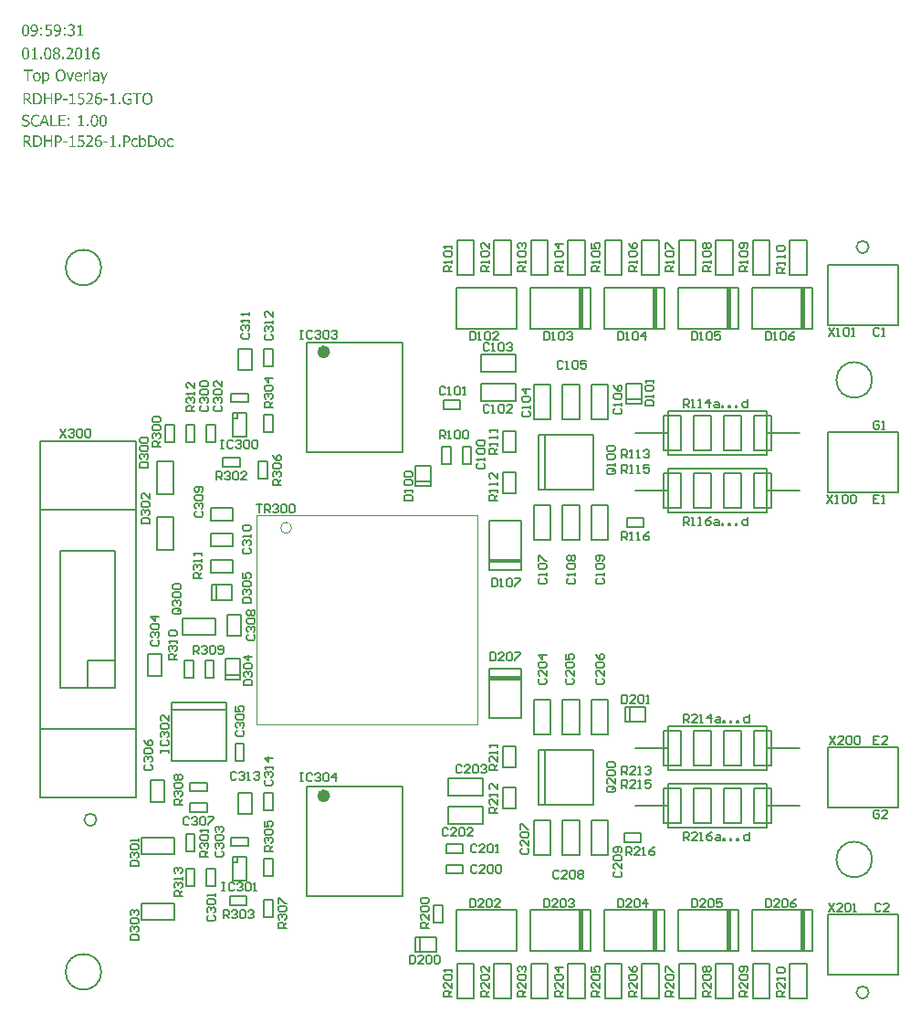
<source format=gto>
G04 Layer_Color=61183*
%FSTAX25Y25*%
%MOIN*%
G70*
G01*
G75*
%ADD42C,0.02362*%
%ADD43C,0.00800*%
%ADD44C,0.00400*%
%ADD45C,0.00787*%
%ADD46C,0.00500*%
G36*
X0497217Y0738618D02*
X0497315Y0738611D01*
X0497412Y0738604D01*
X0497515Y0738592D01*
X0497613Y0738579D01*
X0497625D01*
X0497658Y0738572D01*
X0497703Y0738559D01*
X0497762Y073854D01*
X0497833Y073852D01*
X0497911Y0738488D01*
X0497995Y0738449D01*
X0498079Y0738397D01*
X0498092Y0738391D01*
X0498118Y0738371D01*
X0498157Y0738339D01*
X0498209Y07383D01*
X0498261Y0738242D01*
X0498319Y0738183D01*
X0498377Y0738112D01*
X0498429Y0738028D01*
X0498435Y0738015D01*
X0498449Y0737989D01*
X0498468Y0737944D01*
X0498494Y0737879D01*
X049852Y0737794D01*
X0498539Y0737704D01*
X0498552Y0737594D01*
X0498559Y0737477D01*
Y073747D01*
Y0737458D01*
Y0737432D01*
X0498552Y0737399D01*
Y073736D01*
X0498546Y0737315D01*
X0498526Y0737205D01*
X04985Y0737082D01*
X0498455Y0736952D01*
X0498397Y0736823D01*
X0498319Y0736699D01*
Y0736693D01*
X0498306Y0736687D01*
X0498274Y0736648D01*
X0498222Y0736596D01*
X049815Y0736524D01*
X049806Y0736453D01*
X049795Y0736375D01*
X049782Y0736304D01*
X0497677Y0736239D01*
X0499181Y0734406D01*
X0498449D01*
X049712Y0736084D01*
X0496485D01*
Y0734406D01*
X0495921D01*
Y0738624D01*
X0497133D01*
X0497217Y0738618D01*
D02*
G37*
G36*
X0541359Y0738708D02*
X0541404D01*
X0541508Y0738695D01*
X0541625Y0738676D01*
X0541754Y073865D01*
X054189Y0738611D01*
X054202Y0738559D01*
X0542027D01*
X0542033Y0738553D01*
X0542052Y0738546D01*
X0542078Y0738533D01*
X0542143Y0738501D01*
X0542227Y0738449D01*
X0542318Y0738391D01*
X0542415Y0738319D01*
X0542513Y0738235D01*
X0542603Y0738138D01*
X0542616Y0738125D01*
X0542642Y0738086D01*
X0542688Y0738028D01*
X0542739Y073795D01*
X0542798Y0737846D01*
X0542862Y073773D01*
X0542927Y0737594D01*
X0542979Y0737445D01*
Y0737438D01*
X0542985Y0737425D01*
X0542992Y0737406D01*
X0542999Y0737373D01*
X0543012Y0737334D01*
X0543024Y0737289D01*
X0543037Y0737237D01*
X054305Y0737173D01*
X054307Y0737036D01*
X0543096Y0736881D01*
X0543109Y0736699D01*
X0543115Y0736512D01*
Y0736505D01*
Y0736492D01*
Y073646D01*
Y0736427D01*
X0543109Y0736382D01*
Y073633D01*
X0543102Y0736272D01*
X0543096Y0736207D01*
X0543083Y0736058D01*
X0543057Y0735902D01*
X0543024Y0735747D01*
X0542979Y0735585D01*
Y0735578D01*
X0542973Y0735565D01*
X0542966Y0735546D01*
X0542953Y0735514D01*
X054294Y0735481D01*
X0542927Y0735436D01*
X0542882Y0735345D01*
X054283Y0735235D01*
X0542765Y0735112D01*
X0542688Y0734995D01*
X0542603Y0734885D01*
X054259Y0734872D01*
X0542558Y073484D01*
X0542506Y0734788D01*
X0542435Y0734723D01*
X0542344Y0734652D01*
X0542247Y0734581D01*
X054213Y0734509D01*
X0542007Y0734451D01*
X0542001D01*
X0541994Y0734444D01*
X0541975Y0734438D01*
X0541949Y0734431D01*
X0541878Y0734406D01*
X0541787Y0734386D01*
X054167Y073436D01*
X054154Y0734334D01*
X0541398Y0734321D01*
X0541249Y0734315D01*
X0541178D01*
X0541139Y0734321D01*
X0541093D01*
X054099Y0734334D01*
X0540873Y0734347D01*
X0540743Y0734373D01*
X0540607Y0734412D01*
X0540478Y0734457D01*
X0540471D01*
X0540465Y0734464D01*
X0540445Y073447D01*
X0540419Y0734483D01*
X0540355Y0734516D01*
X0540277Y0734567D01*
X0540186Y0734626D01*
X0540083Y0734697D01*
X0539985Y0734788D01*
X0539888Y0734885D01*
Y0734892D01*
X0539875Y0734898D01*
X0539849Y0734937D01*
X0539804Y0734995D01*
X0539752Y0735079D01*
X0539694Y0735177D01*
X0539629Y07353D01*
X0539571Y0735429D01*
X0539519Y0735578D01*
Y0735585D01*
X0539512Y0735598D01*
X0539506Y0735617D01*
X0539499Y073565D01*
X0539486Y0735688D01*
X053948Y073574D01*
X0539467Y0735792D01*
X0539454Y073585D01*
X0539428Y0735987D01*
X0539409Y0736149D01*
X0539396Y0736324D01*
X0539389Y0736512D01*
Y0736518D01*
Y0736537D01*
Y0736563D01*
Y0736602D01*
X0539396Y0736648D01*
Y0736699D01*
X0539402Y0736764D01*
X0539409Y0736829D01*
X0539422Y0736972D01*
X0539441Y0737127D01*
X0539473Y0737289D01*
X0539519Y0737445D01*
Y0737451D01*
X0539525Y0737464D01*
X0539532Y0737484D01*
X0539545Y0737509D01*
X0539571Y0737587D01*
X0539616Y0737684D01*
X0539668Y0737788D01*
X0539733Y0737905D01*
X053981Y0738028D01*
X0539895Y0738138D01*
Y0738144D01*
X0539908Y0738151D01*
X053994Y0738183D01*
X0539992Y0738235D01*
X0540057Y0738294D01*
X0540141Y0738365D01*
X0540244Y0738436D01*
X0540355Y0738507D01*
X0540478Y0738566D01*
X0540484D01*
X0540491Y0738572D01*
X054051Y0738579D01*
X0540536Y0738592D01*
X0540568Y0738598D01*
X0540607Y0738611D01*
X0540705Y0738643D01*
X0540815Y0738669D01*
X0540951Y0738689D01*
X0541093Y0738708D01*
X0541249Y0738715D01*
X054132D01*
X0541359Y0738708D01*
D02*
G37*
G36*
X0500678Y0738618D02*
X0500814Y0738611D01*
X0500963Y0738604D01*
X0501118Y0738585D01*
X0501267Y0738566D01*
X0501403Y0738533D01*
X050141D01*
X0501416Y0738527D01*
X0501436D01*
X0501462Y0738514D01*
X050152Y0738494D01*
X0501604Y0738469D01*
X0501695Y0738436D01*
X0501792Y0738391D01*
X0501889Y0738345D01*
X050198Y0738287D01*
X0501987D01*
X0502Y0738274D01*
X0502019Y0738261D01*
X0502045Y0738235D01*
X0502123Y0738177D01*
X0502213Y0738093D01*
X0502311Y0737989D01*
X0502421Y0737866D01*
X0502518Y073773D01*
X0502609Y0737568D01*
Y0737561D01*
X0502622Y0737548D01*
X0502628Y0737522D01*
X0502647Y073749D01*
X0502661Y0737445D01*
X050268Y0737393D01*
X0502699Y0737334D01*
X0502725Y073727D01*
X0502745Y0737198D01*
X0502764Y0737114D01*
X0502784Y073703D01*
X0502803Y0736933D01*
X0502829Y0736732D01*
X0502836Y0736505D01*
Y0736498D01*
Y0736479D01*
Y0736447D01*
X0502829Y0736408D01*
Y0736356D01*
X0502822Y0736298D01*
X0502816Y0736233D01*
X0502809Y0736162D01*
X0502777Y0736D01*
X0502738Y0735825D01*
X050268Y0735643D01*
X0502602Y0735462D01*
Y0735455D01*
X0502589Y0735442D01*
X0502576Y0735416D01*
X0502557Y0735384D01*
X0502537Y0735345D01*
X0502505Y07353D01*
X0502434Y0735203D01*
X050235Y0735086D01*
X0502239Y0734963D01*
X0502116Y0734846D01*
X0501974Y0734742D01*
X0501967D01*
X0501961Y0734736D01*
X0501941Y0734723D01*
X0501922Y073471D01*
X0501857Y0734671D01*
X0501773Y0734632D01*
X0501676Y0734587D01*
X0501565Y0734542D01*
X0501449Y0734503D01*
X0501326Y073447D01*
X0501313D01*
X0501293Y0734464D01*
X0501267Y0734457D01*
X0501235D01*
X0501196Y0734451D01*
X0501099Y0734438D01*
X0500976Y0734425D01*
X0500833Y0734418D01*
X0500665Y0734406D01*
X0499518D01*
Y0738624D01*
X0500619D01*
X0500678Y0738618D01*
D02*
G37*
G36*
X0514188Y0734833D02*
X0514934D01*
Y0734406D01*
X051288D01*
Y0734833D01*
X0513644D01*
Y0737665D01*
X051288D01*
Y0738047D01*
X0512951D01*
X0513028Y0738054D01*
X0513119Y073806D01*
X0513223Y073808D01*
X0513327Y0738099D01*
X051343Y0738132D01*
X0513515Y073817D01*
X0513521Y0738177D01*
X0513547Y0738196D01*
X0513579Y0738229D01*
X0513625Y0738274D01*
X0513663Y0738339D01*
X0513702Y0738417D01*
X0513728Y073852D01*
X0513748Y0738637D01*
X0514188D01*
Y0734833D01*
D02*
G37*
G36*
X0508641Y0738618D02*
X0508739Y0738611D01*
X0508842Y0738598D01*
X0508946Y0738579D01*
X050905Y0738559D01*
X0509063D01*
X0509095Y0738546D01*
X0509147Y0738533D01*
X0509205Y0738507D01*
X0509283Y0738481D01*
X0509361Y0738449D01*
X0509439Y0738404D01*
X0509516Y0738358D01*
X0509529Y0738352D01*
X0509555Y0738332D01*
X0509601Y0738294D01*
X0509652Y0738248D01*
X0509711Y073819D01*
X0509775Y0738119D01*
X0509834Y0738041D01*
X0509886Y073795D01*
X0509892Y0737937D01*
X0509905Y0737905D01*
X0509931Y0737853D01*
X0509957Y0737782D01*
X0509976Y0737697D01*
X0510002Y0737594D01*
X0510015Y0737477D01*
X0510022Y0737347D01*
Y0737334D01*
Y0737302D01*
X0510015Y073725D01*
X0510009Y0737179D01*
X0509996Y0737101D01*
X0509976Y0737017D01*
X050995Y073692D01*
X0509918Y0736829D01*
X0509912Y0736816D01*
X0509899Y073679D01*
X0509879Y0736745D01*
X0509847Y0736687D01*
X0509808Y0736622D01*
X0509763Y073655D01*
X0509711Y0736479D01*
X0509652Y0736414D01*
X050964Y0736408D01*
X0509614Y0736382D01*
X0509568Y0736343D01*
X0509503Y0736291D01*
X0509432Y0736239D01*
X0509341Y0736188D01*
X0509244Y0736136D01*
X050914Y073609D01*
X0509128Y0736084D01*
X0509089Y0736071D01*
X0509024Y0736058D01*
X050894Y0736038D01*
X0508829Y0736013D01*
X0508706Y0736D01*
X0508564Y0735987D01*
X0508402Y073598D01*
X0507929D01*
Y0734406D01*
X0507365D01*
Y0738624D01*
X0508551D01*
X0508641Y0738618D01*
D02*
G37*
G36*
X0524045Y0723195D02*
X0524135Y0723182D01*
X0524155D01*
X0524181Y0723176D01*
X0524206Y0723169D01*
X0524278Y0723156D01*
X0524356Y0723137D01*
Y0722606D01*
X0524323D01*
X0524317Y0722612D01*
X0524297Y0722618D01*
X0524271Y0722632D01*
X0524239Y0722638D01*
X05242Y0722651D01*
X0524155Y0722664D01*
X0524103Y0722677D01*
X0524096D01*
X0524077Y0722683D01*
X0524051Y072269D01*
X0524012Y0722696D01*
X0523967Y0722703D01*
X0523915Y0722709D01*
X0523798Y0722716D01*
X0523746D01*
X0523714Y0722709D01*
X0523669Y0722703D01*
X0523617Y0722696D01*
X0523494Y072267D01*
X0523358Y0722625D01*
X0523221Y072256D01*
X052315Y0722521D01*
X0523079Y0722476D01*
X0523014Y0722418D01*
X0522949Y0722353D01*
X0522943Y0722346D01*
X0522936Y0722333D01*
X0522917Y0722314D01*
X0522897Y0722288D01*
X0522872Y0722249D01*
X0522846Y0722204D01*
X0522813Y0722152D01*
X0522781Y0722087D01*
X0522749Y0722016D01*
X0522716Y0721938D01*
X0522684Y0721854D01*
X0522651Y0721757D01*
X0522625Y0721653D01*
X05226Y0721543D01*
X052258Y0721426D01*
X0522567Y0721297D01*
X0522574Y0721303D01*
X05226Y0721322D01*
X0522645Y0721348D01*
X0522697Y0721381D01*
X0522755Y0721413D01*
X0522826Y0721452D01*
X0522975Y0721517D01*
X0522988Y0721523D01*
X0523014Y072153D01*
X052306Y0721543D01*
X0523111Y0721556D01*
X0523183Y0721569D01*
X052326Y0721582D01*
X0523351Y0721595D01*
X0523533D01*
X0523591Y0721588D01*
X0523656Y0721582D01*
X0523727Y0721575D01*
X052387Y0721543D01*
X0523876D01*
X0523902Y072153D01*
X0523941Y0721517D01*
X0523986Y0721497D01*
X0524045Y0721472D01*
X0524116Y0721439D01*
X0524187Y0721394D01*
X0524258Y0721342D01*
X0524271Y0721336D01*
X0524297Y072131D01*
X0524336Y0721271D01*
X0524388Y0721219D01*
X0524446Y0721154D01*
X0524505Y0721083D01*
X0524556Y0720992D01*
X0524602Y0720895D01*
X0524608Y0720882D01*
X0524621Y072085D01*
X0524641Y0720791D01*
X052466Y072072D01*
X052468Y0720623D01*
X0524699Y0720519D01*
X0524712Y0720396D01*
X0524718Y0720266D01*
Y072026D01*
Y0720253D01*
Y0720234D01*
Y0720215D01*
X0524712Y072015D01*
X0524706Y0720072D01*
X0524692Y0719975D01*
X0524673Y0719877D01*
X0524647Y0719767D01*
X0524608Y0719664D01*
X0524602Y0719651D01*
X0524589Y0719618D01*
X0524563Y0719566D01*
X0524531Y0719508D01*
X0524492Y071943D01*
X052444Y0719359D01*
X0524381Y0719281D01*
X0524317Y071921D01*
X052431Y0719204D01*
X0524284Y0719178D01*
X0524245Y0719145D01*
X0524193Y07191D01*
X0524129Y0719055D01*
X0524057Y0719003D01*
X052398Y0718957D01*
X0523896Y0718912D01*
X0523882Y0718905D01*
X0523857Y0718899D01*
X0523805Y071888D01*
X0523746Y0718867D01*
X0523669Y0718847D01*
X0523578Y0718828D01*
X0523481Y0718821D01*
X0523377Y0718815D01*
X0523332D01*
X0523273Y0718821D01*
X0523209Y0718828D01*
X0523124Y0718834D01*
X052304Y0718854D01*
X0522949Y0718873D01*
X0522859Y0718905D01*
X0522846Y0718912D01*
X052282Y0718925D01*
X0522774Y0718944D01*
X0522723Y0718977D01*
X0522658Y0719022D01*
X0522586Y0719067D01*
X0522515Y0719126D01*
X0522444Y0719197D01*
X0522437Y071921D01*
X0522411Y0719236D01*
X0522373Y0719288D01*
X0522321Y0719359D01*
X0522269Y0719443D01*
X0522211Y0719547D01*
X0522159Y071967D01*
X0522107Y0719806D01*
Y0719813D01*
X05221Y0719826D01*
X0522094Y0719845D01*
X0522087Y0719877D01*
X0522081Y071991D01*
X0522068Y0719955D01*
X0522055Y0720007D01*
X0522049Y0720065D01*
X0522036Y0720137D01*
X0522023Y0720208D01*
X0522003Y072037D01*
X052199Y0720551D01*
X0521984Y0720752D01*
Y0720759D01*
Y0720778D01*
Y0720804D01*
Y0720843D01*
X052199Y0720895D01*
Y0720953D01*
Y0721011D01*
X0521997Y0721083D01*
X052201Y0721238D01*
X0522029Y07214D01*
X0522055Y0721575D01*
X0522094Y0721744D01*
Y072175D01*
X05221Y0721763D01*
X0522107Y0721789D01*
X0522114Y0721821D01*
X0522126Y072186D01*
X0522139Y0721906D01*
X0522178Y0722009D01*
X052223Y0722132D01*
X0522288Y0722262D01*
X052236Y0722392D01*
X0522444Y0722521D01*
Y0722528D01*
X0522457Y0722534D01*
X0522483Y0722573D01*
X0522535Y0722632D01*
X0522606Y0722703D01*
X052269Y0722781D01*
X0522787Y0722865D01*
X0522904Y0722949D01*
X0523034Y072302D01*
X052304D01*
X0523053Y0723027D01*
X0523072Y072304D01*
X0523098Y0723046D01*
X0523131Y0723066D01*
X0523176Y0723079D01*
X0523273Y0723111D01*
X0523396Y0723143D01*
X0523546Y0723176D01*
X0523701Y0723195D01*
X0523876Y0723202D01*
X052396D01*
X0524045Y0723195D01*
D02*
G37*
G36*
X052676Y07205D02*
X0525166D01*
Y0721005D01*
X052676D01*
Y07205D01*
D02*
G37*
G36*
X0511979D02*
X0510385D01*
Y0721005D01*
X0511979D01*
Y07205D01*
D02*
G37*
G36*
X0536875Y0722139D02*
X053694D01*
X0537011Y0722126D01*
X0537095Y0722113D01*
X0537186Y0722094D01*
X0537277Y0722068D01*
X053729D01*
X0537316Y0722055D01*
X0537367Y0722042D01*
X0537426Y0722022D01*
X0537491Y0721996D01*
X0537568Y0721964D01*
X0537717Y0721899D01*
Y0721303D01*
X0537685D01*
X0537672Y072131D01*
X0537646Y0721336D01*
X0537601Y0721368D01*
X0537536Y0721407D01*
X0537529D01*
X0537523Y072142D01*
X0537503Y0721433D01*
X0537477Y0721446D01*
X0537406Y0721491D01*
X0537316Y0721536D01*
X0537309D01*
X0537296Y0721549D01*
X053727Y0721556D01*
X0537244Y0721569D01*
X0537205Y0721588D01*
X053716Y0721601D01*
X0537056Y0721634D01*
X053705D01*
X053703Y072164D01*
X0537005Y0721646D01*
X0536966Y072166D01*
X053692Y0721666D01*
X0536868Y0721672D01*
X0536765Y0721679D01*
X0536726D01*
X0536693Y0721672D01*
X0536622Y072166D01*
X0536525Y072164D01*
X0536421Y0721601D01*
X0536311Y0721543D01*
X0536253Y0721511D01*
X0536201Y0721465D01*
X0536149Y072142D01*
X0536097Y0721361D01*
Y0721355D01*
X0536084Y0721348D01*
X0536078Y0721329D01*
X0536058Y0721303D01*
X0536039Y0721271D01*
X053602Y0721232D01*
X0536Y0721186D01*
X0535974Y0721135D01*
X0535948Y0721076D01*
X0535929Y0721011D01*
X0535909Y072094D01*
X053589Y0720856D01*
X0535864Y0720681D01*
X0535851Y072048D01*
Y0720474D01*
Y0720454D01*
Y0720428D01*
X0535857Y0720389D01*
Y0720344D01*
X0535864Y0720286D01*
X0535884Y0720163D01*
X0535909Y0720026D01*
X0535955Y0719877D01*
X0536013Y0719741D01*
X0536091Y0719612D01*
Y0719605D01*
X0536104Y0719599D01*
X0536136Y0719566D01*
X0536195Y0719515D01*
X0536266Y0719456D01*
X0536363Y0719398D01*
X053648Y0719353D01*
X0536616Y0719314D01*
X0536687Y0719307D01*
X0536765Y0719301D01*
X053681D01*
X0536862Y0719307D01*
X0536927Y0719314D01*
X0537005Y0719327D01*
X0537089Y0719346D01*
X0537173Y0719372D01*
X0537264Y0719405D01*
X0537277Y0719411D01*
X0537303Y0719424D01*
X0537348Y071945D01*
X0537406Y0719476D01*
X0537471Y0719521D01*
X0537542Y0719566D01*
X0537614Y0719618D01*
X0537685Y0719683D01*
X0537717D01*
Y071908D01*
X0537711D01*
X0537704Y0719074D01*
X0537685Y0719067D01*
X0537659Y0719055D01*
X0537594Y0719029D01*
X053751Y071899D01*
X0537503D01*
X0537491Y0718983D01*
X0537471Y071897D01*
X0537439Y0718964D01*
X0537374Y0718938D01*
X0537303Y0718912D01*
X0537296D01*
X0537277Y0718905D01*
X0537251Y0718899D01*
X0537218Y0718892D01*
X0537134Y071888D01*
X053705Y071886D01*
X0537043D01*
X053703Y0718854D01*
X0537011D01*
X0536979Y0718847D01*
X053694Y0718841D01*
X0536894D01*
X0536836Y0718834D01*
X0536719D01*
X0536661Y0718841D01*
X0536577Y0718847D01*
X0536486Y071886D01*
X0536382Y0718873D01*
X0536279Y0718899D01*
X0536175Y0718931D01*
X0536162Y0718938D01*
X053613Y0718951D01*
X0536078Y0718977D01*
X0536013Y0719009D01*
X0535942Y0719055D01*
X0535864Y0719106D01*
X0535786Y0719165D01*
X0535709Y0719236D01*
X0535702Y0719242D01*
X0535676Y0719275D01*
X0535644Y071932D01*
X0535598Y0719379D01*
X0535546Y071945D01*
X0535501Y0719541D01*
X0535449Y0719638D01*
X0535404Y0719748D01*
Y0719754D01*
X0535397Y0719761D01*
Y071978D01*
X0535391Y0719806D01*
X0535371Y0719871D01*
X0535352Y0719955D01*
X0535333Y0720065D01*
X053532Y0720189D01*
X0535307Y0720331D01*
X05353Y072048D01*
Y0720487D01*
Y07205D01*
Y0720519D01*
Y0720551D01*
X0535307Y0720584D01*
Y0720629D01*
X0535313Y0720726D01*
X0535326Y0720836D01*
X0535346Y072096D01*
X0535371Y0721083D01*
X053541Y0721199D01*
Y0721206D01*
X0535417Y0721212D01*
X053543Y0721251D01*
X0535456Y072131D01*
X0535488Y0721381D01*
X0535534Y0721459D01*
X0535585Y0721543D01*
X0535644Y0721627D01*
X0535709Y0721711D01*
X0535715Y0721718D01*
X0535741Y0721744D01*
X053578Y0721783D01*
X0535838Y0721828D01*
X0535903Y072188D01*
X0535987Y0721932D01*
X0536078Y0721983D01*
X0536175Y0722029D01*
X0536181D01*
X0536188Y0722035D01*
X0536227Y0722048D01*
X0536279Y0722068D01*
X0536356Y0722087D01*
X0536447Y0722107D01*
X0536544Y0722126D01*
X0536661Y0722139D01*
X0536778Y0722146D01*
X0536823D01*
X0536875Y0722139D01*
D02*
G37*
G36*
X050651Y0718905D02*
X0505946D01*
Y0720973D01*
X0504015D01*
Y0718905D01*
X0503451D01*
Y0723124D01*
X0504015D01*
Y0721472D01*
X0505946D01*
Y0723124D01*
X050651D01*
Y0718905D01*
D02*
G37*
G36*
X0549841Y0722139D02*
X0549906D01*
X0549977Y0722126D01*
X0550062Y0722113D01*
X0550152Y0722094D01*
X0550243Y0722068D01*
X0550256D01*
X0550282Y0722055D01*
X0550334Y0722042D01*
X0550392Y0722022D01*
X0550457Y0721996D01*
X0550535Y0721964D01*
X0550684Y0721899D01*
Y0721303D01*
X0550651D01*
X0550638Y072131D01*
X0550612Y0721336D01*
X0550567Y0721368D01*
X0550502Y0721407D01*
X0550496D01*
X0550489Y072142D01*
X055047Y0721433D01*
X0550444Y0721446D01*
X0550373Y0721491D01*
X0550282Y0721536D01*
X0550276D01*
X0550263Y0721549D01*
X0550237Y0721556D01*
X0550211Y0721569D01*
X0550172Y0721588D01*
X0550127Y0721601D01*
X0550023Y0721634D01*
X0550016D01*
X0549997Y072164D01*
X0549971Y0721646D01*
X0549932Y072166D01*
X0549887Y0721666D01*
X0549835Y0721672D01*
X0549731Y0721679D01*
X0549692D01*
X054966Y0721672D01*
X0549589Y072166D01*
X0549492Y072164D01*
X0549388Y0721601D01*
X0549278Y0721543D01*
X0549219Y0721511D01*
X0549167Y0721465D01*
X0549116Y072142D01*
X0549064Y0721361D01*
Y0721355D01*
X0549051Y0721348D01*
X0549044Y0721329D01*
X0549025Y0721303D01*
X0549006Y0721271D01*
X0548986Y0721232D01*
X0548967Y0721186D01*
X0548941Y0721135D01*
X0548915Y0721076D01*
X0548895Y0721011D01*
X0548876Y072094D01*
X0548856Y0720856D01*
X0548831Y0720681D01*
X0548817Y072048D01*
Y0720474D01*
Y0720454D01*
Y0720428D01*
X0548824Y0720389D01*
Y0720344D01*
X0548831Y0720286D01*
X054885Y0720163D01*
X0548876Y0720026D01*
X0548921Y0719877D01*
X054898Y0719741D01*
X0549057Y0719612D01*
Y0719605D01*
X054907Y0719599D01*
X0549103Y0719566D01*
X0549161Y0719515D01*
X0549232Y0719456D01*
X054933Y0719398D01*
X0549446Y0719353D01*
X0549582Y0719314D01*
X0549653Y0719307D01*
X0549731Y0719301D01*
X0549777D01*
X0549828Y0719307D01*
X0549893Y0719314D01*
X0549971Y0719327D01*
X0550055Y0719346D01*
X055014Y0719372D01*
X055023Y0719405D01*
X0550243Y0719411D01*
X0550269Y0719424D01*
X0550314Y071945D01*
X0550373Y0719476D01*
X0550437Y0719521D01*
X0550509Y0719566D01*
X055058Y0719618D01*
X0550651Y0719683D01*
X0550684D01*
Y071908D01*
X0550677D01*
X0550671Y0719074D01*
X0550651Y0719067D01*
X0550626Y0719055D01*
X0550561Y0719029D01*
X0550476Y071899D01*
X055047D01*
X0550457Y0718983D01*
X0550437Y071897D01*
X0550405Y0718964D01*
X055034Y0718938D01*
X0550269Y0718912D01*
X0550263D01*
X0550243Y0718905D01*
X0550217Y0718899D01*
X0550185Y0718892D01*
X0550101Y071888D01*
X0550016Y071886D01*
X055001D01*
X0549997Y0718854D01*
X0549977D01*
X0549945Y0718847D01*
X0549906Y0718841D01*
X0549861D01*
X0549802Y0718834D01*
X0549686D01*
X0549627Y0718841D01*
X0549543Y0718847D01*
X0549453Y071886D01*
X0549349Y0718873D01*
X0549245Y0718899D01*
X0549142Y0718931D01*
X0549129Y0718938D01*
X0549096Y0718951D01*
X0549044Y0718977D01*
X054898Y0719009D01*
X0548908Y0719055D01*
X0548831Y0719106D01*
X0548753Y0719165D01*
X0548675Y0719236D01*
X0548668Y0719242D01*
X0548643Y0719275D01*
X054861Y071932D01*
X0548565Y0719379D01*
X0548513Y071945D01*
X0548468Y0719541D01*
X0548416Y0719638D01*
X054837Y0719748D01*
Y0719754D01*
X0548364Y0719761D01*
Y071978D01*
X0548357Y0719806D01*
X0548338Y0719871D01*
X0548319Y0719955D01*
X0548299Y0720065D01*
X0548286Y0720189D01*
X0548273Y0720331D01*
X0548267Y072048D01*
Y0720487D01*
Y07205D01*
Y0720519D01*
Y0720551D01*
X0548273Y0720584D01*
Y0720629D01*
X054828Y0720726D01*
X0548293Y0720836D01*
X0548312Y072096D01*
X0548338Y0721083D01*
X0548377Y0721199D01*
Y0721206D01*
X0548383Y0721212D01*
X0548396Y0721251D01*
X0548422Y072131D01*
X0548455Y0721381D01*
X05485Y0721459D01*
X0548552Y0721543D01*
X054861Y0721627D01*
X0548675Y0721711D01*
X0548681Y0721718D01*
X0548707Y0721744D01*
X0548746Y0721783D01*
X0548805Y0721828D01*
X0548869Y072188D01*
X0548954Y0721932D01*
X0549044Y0721983D01*
X0549142Y0722029D01*
X0549148D01*
X0549155Y0722035D01*
X0549193Y0722048D01*
X0549245Y0722068D01*
X0549323Y0722087D01*
X0549414Y0722107D01*
X0549511Y0722126D01*
X0549627Y0722139D01*
X0549744Y0722146D01*
X0549789D01*
X0549841Y0722139D01*
D02*
G37*
G36*
X050651Y0734406D02*
X0505946D01*
Y0736473D01*
X0504015D01*
Y0734406D01*
X0503451D01*
Y0738624D01*
X0504015D01*
Y0736972D01*
X0505946D01*
Y0738624D01*
X050651D01*
Y0734406D01*
D02*
G37*
G36*
X052676Y0736D02*
X0525166D01*
Y0736505D01*
X052676D01*
Y0736D01*
D02*
G37*
G36*
X0534264Y0738695D02*
X0534328D01*
X05344Y0738689D01*
X0534542Y0738669D01*
X0534549D01*
X0534575Y0738663D01*
X0534613Y0738656D01*
X0534659Y073865D01*
X0534717Y0738637D01*
X0534782Y0738618D01*
X0534911Y0738585D01*
X0534918D01*
X0534937Y0738579D01*
X0534963Y0738566D01*
X0535002Y0738553D01*
X0535054Y0738533D01*
X0535106Y0738514D01*
X0535229Y0738462D01*
X0535236D01*
X0535261Y0738449D01*
X0535287Y0738436D01*
X0535333Y0738423D01*
X0535423Y0738378D01*
X0535514Y0738339D01*
Y0737665D01*
X0535462D01*
X0535456Y0737671D01*
X0535443Y0737678D01*
X0535423Y0737697D01*
X0535397Y0737723D01*
X0535326Y0737775D01*
X0535248Y0737833D01*
X0535242Y073784D01*
X0535229Y0737846D01*
X0535203Y0737866D01*
X0535171Y0737885D01*
X0535125Y0737918D01*
X0535067Y0737944D01*
X0535002Y0737983D01*
X0534931Y0738015D01*
X0534924Y0738021D01*
X0534899Y0738028D01*
X0534866Y0738047D01*
X0534821Y0738067D01*
X0534762Y0738086D01*
X0534698Y0738112D01*
X053462Y0738138D01*
X0534542Y0738157D01*
X0534529D01*
X0534503Y0738164D01*
X0534458Y0738177D01*
X05344Y073819D01*
X0534328Y0738196D01*
X053425Y0738209D01*
X053416Y0738216D01*
X0534011D01*
X0533965Y0738209D01*
X0533914Y0738203D01*
X0533855Y073819D01*
X053379Y0738177D01*
X0533719Y0738157D01*
X0533641Y0738132D01*
X0533564Y0738106D01*
X0533479Y0738067D01*
X0533395Y0738021D01*
X0533317Y0737969D01*
X0533233Y0737905D01*
X0533155Y073784D01*
X0533084Y0737756D01*
X0533078Y0737749D01*
X0533071Y0737736D01*
X0533052Y073771D01*
X0533026Y0737671D01*
X0533Y0737626D01*
X0532968Y0737568D01*
X0532935Y0737503D01*
X0532903Y0737432D01*
X0532864Y0737347D01*
X0532831Y0737257D01*
X0532799Y0737153D01*
X0532773Y0737043D01*
X0532747Y0736926D01*
X0532728Y0736803D01*
X0532721Y0736673D01*
X0532715Y0736531D01*
Y0736524D01*
Y0736512D01*
Y0736492D01*
Y073646D01*
Y0736421D01*
X0532721Y0736382D01*
X0532728Y0736278D01*
X0532741Y0736162D01*
X0532754Y0736038D01*
X053278Y0735909D01*
X0532812Y0735786D01*
Y0735779D01*
X0532818Y0735773D01*
X0532831Y0735734D01*
X0532851Y0735676D01*
X0532883Y0735598D01*
X0532922Y0735514D01*
X0532974Y0735423D01*
X0533032Y0735332D01*
X0533097Y0735248D01*
X0533104Y0735241D01*
X053313Y0735209D01*
X0533168Y073517D01*
X053322Y0735125D01*
X0533285Y0735067D01*
X0533356Y0735015D01*
X053344Y0734956D01*
X0533531Y0734911D01*
X0533544Y0734904D01*
X0533577Y0734892D01*
X0533628Y0734878D01*
X05337Y0734859D01*
X0533784Y0734833D01*
X0533881Y073482D01*
X0533991Y0734807D01*
X0534108Y0734801D01*
X0534192D01*
X0534257Y0734807D01*
X0534322D01*
X0534406Y0734814D01*
X0534575Y0734833D01*
X0534587D01*
X0534613Y073484D01*
X0534659Y0734846D01*
X0534717Y0734859D01*
X0534775Y0734872D01*
X0534847Y0734885D01*
X0534911Y0734911D01*
X0534976Y073493D01*
Y0736025D01*
X0534004D01*
Y0736524D01*
X0535534D01*
Y0734678D01*
X0535527D01*
X0535514Y0734671D01*
X0535488Y0734658D01*
X0535456Y0734645D01*
X0535417Y0734626D01*
X0535365Y07346D01*
X0535307Y0734574D01*
X0535242Y0734548D01*
X0535236D01*
X053521Y0734535D01*
X0535177Y0734522D01*
X0535132Y0734509D01*
X053508Y073449D01*
X0535028Y073447D01*
X0534905Y0734438D01*
X0534899D01*
X0534873Y0734431D01*
X0534834Y0734418D01*
X0534782Y0734406D01*
X0534724Y0734392D01*
X0534665Y0734373D01*
X0534536Y0734347D01*
X0534529D01*
X0534503Y0734341D01*
X0534471Y0734334D01*
X0534419D01*
X0534361Y0734328D01*
X0534289Y0734321D01*
X0534212Y0734315D01*
X0534056D01*
X0534011Y0734321D01*
X0533965D01*
X0533862Y0734334D01*
X0533732Y0734347D01*
X0533596Y0734373D01*
X0533454Y0734406D01*
X0533311Y0734451D01*
X0533304D01*
X0533298Y0734457D01*
X0533279Y0734464D01*
X0533246Y0734477D01*
X0533181Y0734509D01*
X0533091Y0734554D01*
X0532993Y0734613D01*
X053289Y0734684D01*
X053278Y0734768D01*
X0532676Y0734866D01*
Y0734872D01*
X0532663Y0734878D01*
X053263Y0734917D01*
X0532585Y0734976D01*
X0532527Y073506D01*
X0532462Y0735157D01*
X0532391Y0735274D01*
X0532326Y073541D01*
X0532268Y0735559D01*
Y0735565D01*
X0532261Y0735578D01*
X0532255Y0735598D01*
X0532248Y073563D01*
X0532235Y0735669D01*
X0532222Y0735721D01*
X0532209Y0735773D01*
X0532203Y0735831D01*
X0532177Y0735974D01*
X0532151Y0736136D01*
X0532138Y0736317D01*
X0532131Y0736512D01*
Y0736518D01*
Y0736537D01*
Y0736563D01*
Y0736596D01*
X0532138Y0736641D01*
Y0736693D01*
X0532144Y0736751D01*
X0532151Y0736816D01*
X0532164Y0736959D01*
X053219Y0737114D01*
X0532229Y073727D01*
X0532274Y0737425D01*
Y0737432D01*
X0532281Y0737445D01*
X0532287Y0737464D01*
X05323Y0737497D01*
X0532332Y0737568D01*
X0532378Y0737665D01*
X0532436Y0737775D01*
X0532507Y0737892D01*
X0532592Y0738008D01*
X0532682Y0738119D01*
Y0738125D01*
X0532695Y0738132D01*
X0532728Y0738164D01*
X053278Y0738216D01*
X0532857Y0738274D01*
X0532948Y0738345D01*
X0533052Y0738417D01*
X0533175Y0738488D01*
X0533311Y0738546D01*
X0533317D01*
X053333Y0738553D01*
X053335Y0738559D01*
X0533376Y0738572D01*
X0533415Y0738585D01*
X0533454Y0738598D01*
X0533557Y0738624D01*
X053368Y073865D01*
X0533816Y0738676D01*
X0533972Y0738695D01*
X0534134Y0738702D01*
X0534212D01*
X0534264Y0738695D01*
D02*
G37*
G36*
X0500995Y0746152D02*
X0501053Y0746145D01*
X0501112Y0746133D01*
X0501183Y074612D01*
X0501261Y0746107D01*
X0501423Y0746048D01*
X0501507Y0746016D01*
X0501591Y074597D01*
X0501682Y0745925D01*
X050176Y074586D01*
X0501844Y0745796D01*
X0501915Y0745718D01*
X0501922Y0745711D01*
X0501935Y0745698D01*
X0501954Y0745673D01*
X0501974Y0745634D01*
X0502006Y0745595D01*
X0502038Y0745536D01*
X0502071Y0745472D01*
X050211Y07454D01*
X0502149Y0745316D01*
X0502181Y0745225D01*
X0502213Y0745122D01*
X0502246Y0745012D01*
X0502265Y0744888D01*
X0502285Y0744765D01*
X0502298Y0744623D01*
X0502304Y074448D01*
Y0744474D01*
Y0744448D01*
Y0744402D01*
X0502298Y074435D01*
X0502291Y0744279D01*
X0502285Y0744208D01*
X0502272Y0744117D01*
X0502259Y0744027D01*
X0502207Y0743832D01*
X0502181Y0743728D01*
X0502142Y0743625D01*
X0502097Y0743521D01*
X0502045Y0743424D01*
X0501987Y0743333D01*
X0501915Y0743249D01*
X0501909Y0743243D01*
X0501896Y0743229D01*
X0501876Y074321D01*
X0501844Y0743184D01*
X0501805Y0743145D01*
X050176Y0743113D01*
X0501708Y0743074D01*
X0501643Y0743035D01*
X0501572Y074299D01*
X0501501Y0742951D01*
X0501416Y0742918D01*
X0501319Y0742886D01*
X0501222Y0742854D01*
X0501118Y0742834D01*
X0501008Y0742821D01*
X0500891Y0742815D01*
X0500827D01*
X0500781Y0742821D01*
X050073Y0742828D01*
X0500665Y0742841D01*
X0500593Y0742854D01*
X0500516Y0742873D01*
X0500431Y0742893D01*
X0500347Y0742925D01*
X0500263Y0742957D01*
X0500179Y0743003D01*
X0500088Y0743054D01*
X050001Y0743113D01*
X0499926Y0743184D01*
X0499855Y0743262D01*
X0499848Y0743268D01*
X0499842Y0743281D01*
X0499822Y0743307D01*
X0499796Y0743346D01*
X049977Y0743392D01*
X0499738Y0743443D01*
X0499699Y0743508D01*
X0499667Y0743579D01*
X0499634Y0743664D01*
X0499595Y0743754D01*
X0499563Y0743858D01*
X0499537Y0743962D01*
X0499511Y0744078D01*
X0499498Y0744208D01*
X0499485Y0744338D01*
X0499479Y074448D01*
Y0744487D01*
Y0744513D01*
Y0744558D01*
X0499485Y074461D01*
X0499492Y0744681D01*
X0499498Y0744759D01*
X0499511Y0744843D01*
X0499531Y0744934D01*
X0499576Y0745135D01*
X0499608Y0745238D01*
X0499641Y0745342D01*
X0499686Y0745439D01*
X0499738Y0745536D01*
X0499796Y0745634D01*
X0499868Y0745718D01*
X0499874Y0745724D01*
X0499887Y0745737D01*
X0499906Y0745757D01*
X0499939Y0745789D01*
X0499978Y0745822D01*
X0500023Y074586D01*
X0500081Y0745899D01*
X050014Y0745938D01*
X0500211Y0745977D01*
X0500289Y0746022D01*
X0500373Y0746055D01*
X0500464Y0746087D01*
X0500561Y074612D01*
X0500665Y0746139D01*
X0500775Y0746152D01*
X0500891Y0746159D01*
X0500956D01*
X0500995Y0746152D01*
D02*
G37*
G36*
X0524045Y0738695D02*
X0524135Y0738682D01*
X0524155D01*
X0524181Y0738676D01*
X0524206Y0738669D01*
X0524278Y0738656D01*
X0524356Y0738637D01*
Y0738106D01*
X0524323D01*
X0524317Y0738112D01*
X0524297Y0738119D01*
X0524271Y0738132D01*
X0524239Y0738138D01*
X05242Y0738151D01*
X0524155Y0738164D01*
X0524103Y0738177D01*
X0524096D01*
X0524077Y0738183D01*
X0524051Y073819D01*
X0524012Y0738196D01*
X0523967Y0738203D01*
X0523915Y0738209D01*
X0523798Y0738216D01*
X0523746D01*
X0523714Y0738209D01*
X0523669Y0738203D01*
X0523617Y0738196D01*
X0523494Y073817D01*
X0523358Y0738125D01*
X0523221Y073806D01*
X052315Y0738021D01*
X0523079Y0737976D01*
X0523014Y0737918D01*
X0522949Y0737853D01*
X0522943Y0737846D01*
X0522936Y0737833D01*
X0522917Y0737814D01*
X0522897Y0737788D01*
X0522872Y0737749D01*
X0522846Y0737704D01*
X0522813Y0737652D01*
X0522781Y0737587D01*
X0522749Y0737516D01*
X0522716Y0737438D01*
X0522684Y0737354D01*
X0522651Y0737257D01*
X0522625Y0737153D01*
X05226Y0737043D01*
X052258Y0736926D01*
X0522567Y0736797D01*
X0522574Y0736803D01*
X05226Y0736823D01*
X0522645Y0736848D01*
X0522697Y0736881D01*
X0522755Y0736913D01*
X0522826Y0736952D01*
X0522975Y0737017D01*
X0522988Y0737023D01*
X0523014Y073703D01*
X052306Y0737043D01*
X0523111Y0737056D01*
X0523183Y0737069D01*
X052326Y0737082D01*
X0523351Y0737095D01*
X0523533D01*
X0523591Y0737088D01*
X0523656Y0737082D01*
X0523727Y0737075D01*
X052387Y0737043D01*
X0523876D01*
X0523902Y073703D01*
X0523941Y0737017D01*
X0523986Y0736998D01*
X0524045Y0736972D01*
X0524116Y0736939D01*
X0524187Y0736894D01*
X0524258Y0736842D01*
X0524271Y0736835D01*
X0524297Y073681D01*
X0524336Y0736771D01*
X0524388Y0736719D01*
X0524446Y0736654D01*
X0524505Y0736583D01*
X0524556Y0736492D01*
X0524602Y0736395D01*
X0524608Y0736382D01*
X0524621Y0736349D01*
X0524641Y0736291D01*
X052466Y073622D01*
X052468Y0736123D01*
X0524699Y0736019D01*
X0524712Y0735896D01*
X0524718Y0735766D01*
Y073576D01*
Y0735753D01*
Y0735734D01*
Y0735714D01*
X0524712Y073565D01*
X0524706Y0735572D01*
X0524692Y0735475D01*
X0524673Y0735378D01*
X0524647Y0735267D01*
X0524608Y0735164D01*
X0524602Y0735151D01*
X0524589Y0735118D01*
X0524563Y0735067D01*
X0524531Y0735008D01*
X0524492Y073493D01*
X052444Y0734859D01*
X0524381Y0734781D01*
X0524317Y073471D01*
X052431Y0734704D01*
X0524284Y0734678D01*
X0524245Y0734645D01*
X0524193Y07346D01*
X0524129Y0734554D01*
X0524057Y0734503D01*
X052398Y0734457D01*
X0523896Y0734412D01*
X0523882Y0734406D01*
X0523857Y0734399D01*
X0523805Y073438D01*
X0523746Y0734367D01*
X0523669Y0734347D01*
X0523578Y0734328D01*
X0523481Y0734321D01*
X0523377Y0734315D01*
X0523332D01*
X0523273Y0734321D01*
X0523209Y0734328D01*
X0523124Y0734334D01*
X052304Y0734354D01*
X0522949Y0734373D01*
X0522859Y0734406D01*
X0522846Y0734412D01*
X052282Y0734425D01*
X0522774Y0734444D01*
X0522723Y0734477D01*
X0522658Y0734522D01*
X0522586Y0734567D01*
X0522515Y0734626D01*
X0522444Y0734697D01*
X0522437Y073471D01*
X0522411Y0734736D01*
X0522373Y0734788D01*
X0522321Y0734859D01*
X0522269Y0734943D01*
X0522211Y0735047D01*
X0522159Y073517D01*
X0522107Y0735306D01*
Y0735313D01*
X05221Y0735326D01*
X0522094Y0735345D01*
X0522087Y0735378D01*
X0522081Y073541D01*
X0522068Y0735455D01*
X0522055Y0735507D01*
X0522049Y0735565D01*
X0522036Y0735637D01*
X0522023Y0735708D01*
X0522003Y073587D01*
X052199Y0736051D01*
X0521984Y0736252D01*
Y0736259D01*
Y0736278D01*
Y0736304D01*
Y0736343D01*
X052199Y0736395D01*
Y0736453D01*
Y0736512D01*
X0521997Y0736583D01*
X052201Y0736738D01*
X0522029Y07369D01*
X0522055Y0737075D01*
X0522094Y0737244D01*
Y073725D01*
X05221Y0737263D01*
X0522107Y0737289D01*
X0522114Y0737322D01*
X0522126Y073736D01*
X0522139Y0737406D01*
X0522178Y0737509D01*
X052223Y0737633D01*
X0522288Y0737762D01*
X052236Y0737892D01*
X0522444Y0738021D01*
Y0738028D01*
X0522457Y0738034D01*
X0522483Y0738073D01*
X0522535Y0738132D01*
X0522606Y0738203D01*
X052269Y073828D01*
X0522787Y0738365D01*
X0522904Y0738449D01*
X0523034Y073852D01*
X052304D01*
X0523053Y0738527D01*
X0523072Y073854D01*
X0523098Y0738546D01*
X0523131Y0738566D01*
X0523176Y0738579D01*
X0523273Y0738611D01*
X0523396Y0738643D01*
X0523546Y0738676D01*
X0523701Y0738695D01*
X0523876Y0738702D01*
X052396D01*
X0524045Y0738695D01*
D02*
G37*
G36*
X0511979Y0736D02*
X0510385D01*
Y0736505D01*
X0511979D01*
Y0736D01*
D02*
G37*
G36*
X0528969Y0734833D02*
X0529714D01*
Y0734406D01*
X052766D01*
Y0734833D01*
X0528425D01*
Y0737665D01*
X052766D01*
Y0738047D01*
X0527732D01*
X0527809Y0738054D01*
X05279Y073806D01*
X0528004Y073808D01*
X0528108Y0738099D01*
X0528211Y0738132D01*
X0528295Y073817D01*
X0528302Y0738177D01*
X0528328Y0738196D01*
X052836Y0738229D01*
X0528406Y0738274D01*
X0528444Y0738339D01*
X0528483Y0738417D01*
X0528509Y073852D01*
X0528529Y0738637D01*
X0528969D01*
Y0734833D01*
D02*
G37*
G36*
X052015Y0738708D02*
X0520202D01*
X052026Y0738695D01*
X052039Y0738676D01*
X0520539Y0738637D01*
X0520694Y0738579D01*
X0520772Y0738546D01*
X0520843Y0738501D01*
X0520915Y0738455D01*
X0520979Y0738397D01*
X0520986Y0738391D01*
X0520992Y0738384D01*
X0521012Y0738365D01*
X0521031Y0738339D01*
X0521057Y0738307D01*
X0521083Y0738268D01*
X0521115Y0738229D01*
X0521148Y0738177D01*
X0521213Y0738054D01*
X0521265Y0737911D01*
X0521304Y0737736D01*
X052131Y0737645D01*
X0521316Y0737548D01*
Y0737535D01*
Y0737509D01*
Y0737458D01*
X052131Y0737399D01*
X0521304Y0737328D01*
X052129Y073725D01*
X0521258Y0737088D01*
Y0737082D01*
X0521245Y0737056D01*
X0521232Y073701D01*
X0521219Y0736965D01*
X0521193Y0736907D01*
X0521167Y0736842D01*
X0521096Y0736706D01*
X052109Y0736699D01*
X0521077Y0736673D01*
X0521057Y0736635D01*
X0521025Y0736589D01*
X0520986Y0736531D01*
X0520947Y0736473D01*
X0520843Y0736337D01*
X0520837Y073633D01*
X0520818Y0736304D01*
X0520785Y0736272D01*
X0520746Y0736226D01*
X0520701Y0736168D01*
X0520649Y073611D01*
X0520532Y073598D01*
X0520519Y0735967D01*
X0520487Y0735928D01*
X0520429Y0735877D01*
X0520357Y0735799D01*
X0520273Y0735708D01*
X0520169Y0735604D01*
X0520059Y0735494D01*
X0519936Y0735378D01*
X051993Y0735371D01*
X0519923Y0735364D01*
X0519884Y0735326D01*
X0519819Y0735267D01*
X0519748Y0735203D01*
X0519664Y0735125D01*
X0519573Y0735041D01*
X0519489Y0734963D01*
X0519411Y0734892D01*
X0521491D01*
Y0734406D01*
X0518886D01*
Y0734995D01*
X0518893Y0735002D01*
X0518899Y0735008D01*
X0518932Y0735041D01*
X051899Y0735092D01*
X0519055Y0735157D01*
X0519139Y0735235D01*
X0519223Y0735326D01*
X0519411Y0735507D01*
X0519424Y073552D01*
X0519457Y0735553D01*
X0519502Y0735598D01*
X0519567Y0735663D01*
X0519645Y073574D01*
X0519729Y0735825D01*
X0519813Y0735915D01*
X0519904Y0736013D01*
X051991Y0736019D01*
X0519923Y0736038D01*
X0519949Y0736064D01*
X0519981Y0736103D01*
X052002Y0736149D01*
X0520066Y0736201D01*
X0520163Y0736317D01*
X0520273Y0736453D01*
X0520383Y0736596D01*
X052048Y0736732D01*
X0520519Y0736797D01*
X0520558Y0736861D01*
Y0736868D01*
X0520565Y0736874D01*
X0520578Y0736894D01*
X0520584Y073692D01*
X0520617Y0736984D01*
X0520649Y0737069D01*
X0520681Y0737166D01*
X0520714Y0737276D01*
X0520733Y0737399D01*
X052074Y0737522D01*
Y0737529D01*
Y0737555D01*
Y0737587D01*
X0520733Y0737626D01*
X0520714Y073773D01*
X0520681Y0737833D01*
Y073784D01*
X0520668Y0737859D01*
X0520655Y0737879D01*
X0520643Y0737911D01*
X0520597Y0737983D01*
X0520532Y0738054D01*
X0520526Y073806D01*
X0520513Y0738067D01*
X0520494Y0738086D01*
X0520468Y0738099D01*
X052039Y0738144D01*
X0520299Y0738183D01*
X0520293D01*
X052028Y073819D01*
X0520247Y0738196D01*
X0520215Y0738209D01*
X0520176Y0738216D01*
X0520124Y0738222D01*
X0520014Y0738229D01*
X0519956D01*
X0519923Y0738222D01*
X0519871D01*
X0519826Y0738216D01*
X0519709Y073819D01*
X0519703D01*
X0519684Y0738183D01*
X0519651Y0738177D01*
X0519612Y0738164D01*
X0519567Y0738151D01*
X0519522Y0738132D01*
X0519411Y0738093D01*
X0519405D01*
X0519392Y0738086D01*
X0519366Y0738073D01*
X051934Y073806D01*
X0519269Y0738021D01*
X0519184Y0737969D01*
X0519178D01*
X0519165Y0737956D01*
X0519146Y0737944D01*
X051912Y0737931D01*
X0519061Y0737898D01*
X0519003Y0737859D01*
X0518977D01*
Y0738455D01*
X0518984Y0738462D01*
X0519009Y0738469D01*
X0519048Y0738488D01*
X0519107Y0738514D01*
X0519171Y073854D01*
X0519256Y0738566D01*
X0519353Y0738598D01*
X0519463Y073863D01*
X051947D01*
X0519476Y0738637D01*
X0519515Y0738643D01*
X0519573Y0738656D01*
X0519651Y0738676D01*
X0519742Y0738689D01*
X0519845Y0738702D01*
X0519949Y0738708D01*
X0520053Y0738715D01*
X0520111D01*
X052015Y0738708D01*
D02*
G37*
G36*
X0531399Y0734406D02*
X0530725D01*
Y0735216D01*
X0531399D01*
Y0734406D01*
D02*
G37*
G36*
X0518245Y0738132D02*
X0516476D01*
Y0737004D01*
X0516495D01*
X0516515Y073701D01*
X0516534D01*
X0516599Y0737017D01*
X051667Y0737023D01*
X0516709D01*
X0516735Y073703D01*
X0516968D01*
X0517046Y0737023D01*
X051713Y0737017D01*
X0517221Y0737004D01*
X0517312Y0736991D01*
X0517403Y0736972D01*
X0517416D01*
X0517441Y0736959D01*
X0517487Y0736946D01*
X0517545Y0736926D01*
X051761Y07369D01*
X0517681Y0736861D01*
X0517759Y0736816D01*
X0517837Y0736764D01*
X0517843Y0736758D01*
X0517869Y0736738D01*
X0517908Y0736699D01*
X0517953Y0736654D01*
X0518005Y0736596D01*
X0518057Y0736524D01*
X0518109Y0736447D01*
X0518154Y0736363D01*
X0518161Y0736349D01*
X0518174Y0736317D01*
X0518193Y0736272D01*
X0518213Y0736201D01*
X0518232Y073611D01*
X0518251Y0736006D01*
X0518264Y0735883D01*
X0518271Y0735747D01*
Y073574D01*
Y0735734D01*
Y0735695D01*
X0518264Y0735637D01*
X0518258Y0735559D01*
X0518245Y0735468D01*
X0518225Y0735378D01*
X0518199Y0735274D01*
X0518167Y0735177D01*
X0518161Y0735164D01*
X0518148Y0735131D01*
X0518128Y0735086D01*
X0518096Y0735021D01*
X0518057Y073495D01*
X0518012Y0734878D01*
X051796Y0734801D01*
X0517895Y0734723D01*
X0517888Y0734717D01*
X0517863Y0734691D01*
X0517824Y0734658D01*
X0517772Y0734613D01*
X0517713Y0734567D01*
X0517636Y0734516D01*
X0517552Y073447D01*
X0517454Y0734425D01*
X0517441Y0734418D01*
X0517409Y0734406D01*
X0517351Y0734392D01*
X0517279Y0734373D01*
X0517195Y0734347D01*
X0517092Y0734334D01*
X0516981Y0734321D01*
X0516858Y0734315D01*
X0516806D01*
X0516748Y0734321D01*
X051667D01*
X0516579Y0734328D01*
X0516476Y0734341D01*
X0516262Y073438D01*
X0516249D01*
X051621Y0734392D01*
X0516158Y0734406D01*
X0516087Y0734425D01*
X0516009Y0734451D01*
X0515925Y0734483D01*
X0515841Y0734516D01*
X0515757Y0734554D01*
Y0735151D01*
X0515796D01*
X0515808Y0735144D01*
X0515841Y0735118D01*
X0515899Y0735079D01*
X0515977Y0735034D01*
X0515983D01*
X0515996Y0735028D01*
X0516022Y0735015D01*
X0516055Y0735002D01*
X05161Y0734982D01*
X0516145Y0734963D01*
X0516249Y0734924D01*
X0516256D01*
X0516275Y0734917D01*
X0516307Y0734904D01*
X0516353Y0734892D01*
X051645Y0734859D01*
X0516554Y0734833D01*
X051656D01*
X0516579Y0734827D01*
X0516606Y073482D01*
X0516644D01*
X051669Y0734814D01*
X0516748Y0734807D01*
X0516865Y0734801D01*
X0516897D01*
X0516929Y0734807D01*
X0516975D01*
X051702Y0734814D01*
X0517078Y0734827D01*
X0517195Y0734859D01*
X0517202D01*
X0517221Y0734872D01*
X0517253Y0734885D01*
X0517292Y0734904D01*
X0517338Y0734937D01*
X0517383Y0734969D01*
X0517428Y0735008D01*
X0517474Y073506D01*
X051748Y0735067D01*
X0517493Y0735079D01*
X0517513Y0735105D01*
X0517532Y0735144D01*
X0517558Y0735183D01*
X0517584Y0735235D01*
X0517636Y0735352D01*
Y0735358D01*
X0517642Y0735384D01*
X0517655Y0735416D01*
X0517668Y0735462D01*
X0517675Y073552D01*
X0517688Y0735591D01*
X0517694Y0735663D01*
Y0735747D01*
Y073576D01*
Y0735786D01*
Y0735825D01*
X0517688Y0735877D01*
X0517681Y0735935D01*
X0517668Y0736D01*
X0517649Y0736058D01*
X0517629Y0736116D01*
Y0736123D01*
X0517616Y0736142D01*
X0517603Y0736168D01*
X0517584Y0736201D01*
X0517532Y0736278D01*
X0517454Y0736356D01*
X0517448Y0736363D01*
X0517435Y0736375D01*
X0517409Y0736395D01*
X051737Y0736414D01*
X0517325Y073644D01*
X0517273Y0736466D01*
X0517215Y0736492D01*
X051715Y0736512D01*
X0517143D01*
X0517117Y0736518D01*
X0517085Y0736524D01*
X0517033Y0736537D01*
X0516981Y0736544D01*
X051691Y073655D01*
X0516839Y0736557D01*
X0516677D01*
X0516618Y073655D01*
X0516547D01*
X0516469Y0736544D01*
X0516301Y0736518D01*
X0516288D01*
X0516262Y0736512D01*
X0516223Y0736505D01*
X0516165Y0736498D01*
X0516048Y0736473D01*
X051599Y0736466D01*
X0515932Y0736453D01*
Y0738624D01*
X0518245D01*
Y0738132D01*
D02*
G37*
G36*
X0539208Y0738125D02*
X0537789D01*
Y0734406D01*
X0537225D01*
Y0738125D01*
X0535806D01*
Y0738624D01*
X0539208D01*
Y0738125D01*
D02*
G37*
G36*
X0513617Y0763708D02*
X0513695Y0763702D01*
X0513779Y0763689D01*
X0513863Y0763676D01*
X0513948Y0763656D01*
X0513961D01*
X0513986Y0763643D01*
X0514025Y076363D01*
X0514077Y0763611D01*
X0514136Y0763585D01*
X05142Y0763553D01*
X051433Y0763475D01*
X0514336Y0763469D01*
X0514362Y0763449D01*
X0514395Y0763423D01*
X0514434Y0763384D01*
X0514486Y0763332D01*
X0514531Y076328D01*
X0514576Y0763216D01*
X0514615Y0763144D01*
X0514621Y0763138D01*
X0514628Y0763112D01*
X0514647Y0763067D01*
X0514667Y0763015D01*
X051468Y076295D01*
X0514699Y0762872D01*
X0514706Y0762788D01*
X0514712Y0762691D01*
Y0762684D01*
Y0762678D01*
Y0762659D01*
X0514706Y0762633D01*
X0514699Y0762568D01*
X0514686Y0762484D01*
X0514654Y0762386D01*
X0514615Y0762283D01*
X0514557Y0762179D01*
X0514479Y0762075D01*
X0514466Y0762062D01*
X051444Y0762036D01*
X0514388Y0761991D01*
X0514324Y0761939D01*
X0514246Y0761881D01*
X0514149Y0761829D01*
X0514045Y0761777D01*
X0513928Y0761745D01*
Y0761706D01*
X0513935D01*
X0513954Y0761699D01*
X051398Y0761693D01*
X0514012Y0761687D01*
X0514058Y0761673D01*
X0514103Y0761654D01*
X0514213Y0761615D01*
X051422D01*
X0514239Y0761602D01*
X0514272Y0761589D01*
X0514311Y076157D01*
X0514401Y0761512D01*
X0514498Y0761434D01*
X0514505Y0761427D01*
X0514518Y0761414D01*
X0514544Y0761382D01*
X0514576Y0761349D01*
X0514609Y0761304D01*
X0514641Y0761246D01*
X051468Y0761188D01*
X0514712Y0761116D01*
X0514719Y076111D01*
X0514725Y0761084D01*
X0514738Y0761045D01*
X0514758Y0760987D01*
X0514771Y0760922D01*
X0514783Y0760838D01*
X051479Y0760747D01*
X0514796Y076065D01*
Y0760637D01*
Y0760604D01*
X051479Y0760546D01*
X0514783Y0760475D01*
X0514771Y0760397D01*
X0514751Y0760306D01*
X0514725Y0760216D01*
X0514693Y0760125D01*
X0514686Y0760112D01*
X0514673Y0760086D01*
X0514654Y0760041D01*
X0514621Y0759982D01*
X0514583Y0759917D01*
X0514537Y0759846D01*
X0514486Y0759775D01*
X0514421Y0759704D01*
X0514414Y0759697D01*
X0514388Y0759671D01*
X0514349Y0759639D01*
X0514297Y0759593D01*
X0514226Y0759548D01*
X0514155Y0759496D01*
X0514064Y0759451D01*
X0513974Y0759412D01*
X0513961Y0759406D01*
X0513928Y0759399D01*
X0513876Y075938D01*
X0513805Y0759367D01*
X0513714Y0759347D01*
X0513617Y0759328D01*
X0513507Y0759321D01*
X0513384Y0759315D01*
X0513332D01*
X0513267Y0759321D01*
X0513183Y0759328D01*
X0513092Y0759334D01*
X0512982Y0759347D01*
X0512865Y0759367D01*
X0512749Y0759392D01*
X0512742D01*
X0512736Y0759399D01*
X0512697Y0759406D01*
X0512639Y0759418D01*
X0512567Y0759444D01*
X0512483Y075947D01*
X0512399Y0759496D01*
X0512315Y0759535D01*
X051223Y0759574D01*
Y076017D01*
X0512269D01*
X0512276Y0760164D01*
X0512302Y0760144D01*
X0512341Y0760118D01*
X0512392Y0760086D01*
X0512464Y0760047D01*
X0512541Y0760008D01*
X0512639Y0759963D01*
X0512742Y0759917D01*
X0512749D01*
X0512755Y0759911D01*
X0512794Y0759898D01*
X0512852Y0759878D01*
X051293Y0759859D01*
X0513021Y075984D01*
X0513125Y075982D01*
X0513235Y0759807D01*
X0513345Y0759801D01*
X051341D01*
X0513455Y0759807D01*
X0513507Y0759814D01*
X0513565Y075982D01*
X0513695Y0759853D01*
X0513701D01*
X0513727Y0759866D01*
X051376Y0759878D01*
X0513799Y0759898D01*
X0513889Y0759956D01*
X0513986Y0760034D01*
X0513993Y0760041D01*
X0514006Y0760053D01*
X0514025Y0760079D01*
X0514051Y0760112D01*
X0514077Y0760157D01*
X0514103Y0760203D01*
X0514155Y0760306D01*
Y0760313D01*
X0514168Y0760332D01*
X0514174Y0760371D01*
X0514187Y0760416D01*
X05142Y0760468D01*
X0514207Y0760533D01*
X051422Y0760611D01*
Y0760695D01*
Y0760708D01*
Y0760734D01*
X0514213Y0760773D01*
Y0760825D01*
X05142Y0760889D01*
X0514187Y0760948D01*
X0514174Y0761013D01*
X0514149Y0761071D01*
Y0761077D01*
X0514136Y0761097D01*
X0514123Y0761123D01*
X0514103Y0761155D01*
X0514045Y0761233D01*
X0513967Y0761304D01*
X0513961Y0761311D01*
X0513948Y0761317D01*
X0513922Y076133D01*
X0513883Y0761349D01*
X0513844Y0761369D01*
X0513792Y0761388D01*
X0513682Y0761421D01*
X0513675D01*
X0513656Y0761427D01*
X0513624Y0761434D01*
X0513578Y076144D01*
X0513526Y0761447D01*
X0513468Y0761453D01*
X0513332Y076146D01*
X0513092D01*
Y0761926D01*
X0513339D01*
X051341Y0761939D01*
X0513494Y0761952D01*
X0513591Y0761972D01*
X0513695Y0762004D01*
X0513799Y0762049D01*
X0513896Y0762108D01*
X0513909Y0762114D01*
X0513935Y076214D01*
X0513974Y0762185D01*
X0514019Y0762244D01*
X0514058Y0762315D01*
X0514097Y0762406D01*
X0514123Y0762509D01*
X0514136Y0762633D01*
Y0762639D01*
Y0762659D01*
Y0762691D01*
X0514129Y076273D01*
X051411Y076282D01*
X0514071Y0762911D01*
Y0762918D01*
X0514058Y0762931D01*
X0514045Y076295D01*
X0514025Y0762976D01*
X0513974Y0763034D01*
X0513909Y0763093D01*
X0513902Y0763099D01*
X0513889Y0763106D01*
X051387Y0763119D01*
X0513844Y0763138D01*
X0513766Y076317D01*
X0513675Y0763196D01*
X0513669D01*
X0513656Y0763203D01*
X0513624Y0763209D01*
X0513591Y0763216D01*
X0513552D01*
X05135Y0763222D01*
X0513397Y0763229D01*
X0513339D01*
X0513306Y0763222D01*
X0513254D01*
X0513209Y0763216D01*
X0513092Y076319D01*
X0513086D01*
X0513066Y0763183D01*
X051304Y0763177D01*
X0513001Y0763164D01*
X0512956Y0763151D01*
X0512904Y0763132D01*
X0512794Y0763093D01*
X0512788D01*
X0512775Y076308D01*
X0512749Y0763073D01*
X0512716Y0763054D01*
X0512639Y0763015D01*
X0512554Y0762969D01*
X0512548D01*
X0512541Y0762963D01*
X0512496Y0762937D01*
X0512438Y0762898D01*
X051238Y0762859D01*
X0512347D01*
Y0763449D01*
X0512354Y0763455D01*
X051238Y0763469D01*
X0512418Y0763488D01*
X0512477Y0763514D01*
X0512548Y076354D01*
X0512632Y0763572D01*
X0512729Y0763598D01*
X051284Y076363D01*
X0512846D01*
X0512852Y0763637D01*
X0512891Y0763643D01*
X0512956Y0763656D01*
X0513034Y0763676D01*
X0513131Y0763689D01*
X0513228Y0763702D01*
X0513339Y0763708D01*
X0513449Y0763715D01*
X0513552D01*
X0513617Y0763708D01*
D02*
G37*
G36*
X0508368D02*
X050844Y0763702D01*
X0508524Y0763689D01*
X0508608Y0763669D01*
X0508699Y0763643D01*
X0508789Y0763611D01*
X0508803Y0763604D01*
X0508828Y0763592D01*
X0508874Y0763572D01*
X0508932Y076354D01*
X0508997Y0763501D01*
X0509068Y0763455D01*
X0509139Y0763397D01*
X0509204Y0763332D01*
X0509211Y0763319D01*
X0509237Y0763287D01*
X0509275Y0763242D01*
X0509327Y076317D01*
X0509379Y076308D01*
X0509438Y0762976D01*
X0509489Y0762853D01*
X0509541Y0762717D01*
Y076271D01*
X0509548Y0762697D01*
X0509554Y0762678D01*
X0509561Y0762652D01*
X0509567Y0762613D01*
X050958Y0762568D01*
X0509593Y0762516D01*
X0509606Y0762458D01*
X0509613Y0762393D01*
X0509625Y0762322D01*
X0509645Y0762159D01*
X0509658Y0761972D01*
X0509664Y0761764D01*
Y0761758D01*
Y0761738D01*
Y0761712D01*
Y0761673D01*
X0509658Y0761628D01*
Y0761576D01*
X0509651Y0761512D01*
Y076144D01*
X0509632Y0761291D01*
X0509613Y0761123D01*
X050958Y0760948D01*
X0509541Y0760766D01*
Y076076D01*
X0509535Y0760747D01*
X0509528Y0760721D01*
X0509522Y0760688D01*
X0509509Y076065D01*
X0509489Y0760604D01*
X0509457Y0760494D01*
X0509405Y0760371D01*
X0509347Y0760241D01*
X0509275Y0760112D01*
X0509198Y0759989D01*
Y0759982D01*
X0509185Y0759976D01*
X0509152Y0759937D01*
X0509101Y0759872D01*
X0509029Y0759801D01*
X0508945Y0759723D01*
X0508848Y0759639D01*
X0508731Y0759554D01*
X0508608Y0759483D01*
X0508602D01*
X0508595Y0759477D01*
X0508576Y075947D01*
X050855Y0759457D01*
X0508517Y0759444D01*
X0508472Y0759431D01*
X0508375Y0759399D01*
X0508252Y0759367D01*
X0508109Y0759341D01*
X0507947Y0759321D01*
X0507766Y0759315D01*
X0507694D01*
X0507617Y0759321D01*
X0507526Y0759328D01*
X0507507D01*
X0507481Y0759334D01*
X0507448Y0759341D01*
X0507377Y0759354D01*
X0507293Y075938D01*
Y0759911D01*
X0507325D01*
X0507332Y0759904D01*
X0507351Y0759898D01*
X050737Y0759885D01*
X0507403Y0759872D01*
X0507442Y0759859D01*
X0507487Y0759846D01*
X0507539Y0759833D01*
X0507545D01*
X0507565Y0759827D01*
X0507597Y075982D01*
X0507636D01*
X0507682Y0759814D01*
X0507733Y0759807D01*
X0507843Y0759801D01*
X0507895D01*
X0507934Y0759807D01*
X0507979Y0759814D01*
X0508038Y075982D01*
X0508161Y0759846D01*
X0508297Y0759892D01*
X050844Y0759956D01*
X0508511Y0759995D01*
X0508582Y0760047D01*
X0508647Y0760099D01*
X0508712Y0760164D01*
X0508718Y076017D01*
X0508725Y0760183D01*
X0508744Y0760203D01*
X0508764Y0760235D01*
X0508789Y0760267D01*
X0508815Y0760319D01*
X0508841Y0760371D01*
X0508874Y0760436D01*
X0508906Y0760507D01*
X0508939Y0760585D01*
X0508971Y0760669D01*
X0508997Y076076D01*
X0509023Y0760863D01*
X0509042Y0760974D01*
X0509055Y076109D01*
X0509068Y0761213D01*
X0509055Y0761207D01*
X0509029Y0761188D01*
X0508984Y0761162D01*
X0508932Y0761129D01*
X0508861Y076109D01*
X0508789Y0761051D01*
X0508712Y0761019D01*
X0508634Y0760987D01*
X0508628D01*
X0508602Y0760974D01*
X0508556Y0760967D01*
X0508504Y0760954D01*
X050844Y0760941D01*
X0508362Y0760935D01*
X0508284Y0760922D01*
X0508109D01*
X0508051Y0760928D01*
X0507986Y0760935D01*
X0507915Y0760941D01*
X0507766Y0760967D01*
X0507759D01*
X0507733Y076098D01*
X0507694Y0760993D01*
X0507649Y0761013D01*
X0507591Y0761038D01*
X0507526Y0761071D01*
X0507455Y0761116D01*
X0507383Y0761168D01*
X050737Y0761174D01*
X0507344Y0761201D01*
X0507306Y0761239D01*
X0507254Y0761291D01*
X0507202Y0761349D01*
X0507144Y0761427D01*
X0507085Y0761512D01*
X050704Y0761609D01*
X0507033Y0761622D01*
X0507021Y0761654D01*
X0507008Y0761712D01*
X0506988Y076179D01*
X0506962Y0761881D01*
X0506949Y0761991D01*
X0506936Y0762114D01*
X050693Y076225D01*
Y0762257D01*
Y0762263D01*
Y0762283D01*
Y0762309D01*
X0506936Y0762367D01*
X0506943Y0762445D01*
X0506956Y0762535D01*
X0506975Y0762639D01*
X0507001Y0762743D01*
X0507033Y0762846D01*
X050704Y0762859D01*
X0507053Y0762892D01*
X0507079Y0762944D01*
X0507111Y0763008D01*
X050715Y076308D01*
X0507202Y0763157D01*
X050726Y0763235D01*
X0507325Y0763313D01*
X0507332Y0763319D01*
X0507358Y0763345D01*
X0507396Y0763378D01*
X0507442Y0763423D01*
X0507507Y0763469D01*
X0507578Y0763514D01*
X0507662Y0763566D01*
X0507753Y0763604D01*
X0507766Y0763611D01*
X0507798Y0763624D01*
X0507843Y0763637D01*
X0507915Y0763663D01*
X0507986Y0763682D01*
X0508077Y0763695D01*
X0508168Y0763708D01*
X0508265Y0763715D01*
X0508317D01*
X0508368Y0763708D01*
D02*
G37*
G36*
X0502886Y0761758D02*
X0502212D01*
Y0762568D01*
X0502886D01*
Y0761758D01*
D02*
G37*
G36*
X0538728Y0721737D02*
X0538735Y0721744D01*
X0538761Y072177D01*
X0538806Y0721802D01*
X0538858Y0721841D01*
X0538923Y0721893D01*
X0538994Y0721938D01*
X0539078Y072199D01*
X0539162Y0722035D01*
X0539175Y0722042D01*
X0539208Y0722055D01*
X0539253Y0722074D01*
X0539318Y07221D01*
X0539402Y072212D01*
X0539493Y0722139D01*
X053959Y0722152D01*
X05397Y0722158D01*
X0539752D01*
X0539791Y0722152D01*
X0539836Y0722146D01*
X0539888Y0722132D01*
X0540011Y0722107D01*
X0540141Y0722055D01*
X0540212Y0722016D01*
X0540283Y0721977D01*
X0540355Y0721925D01*
X0540426Y0721867D01*
X0540491Y0721802D01*
X0540549Y0721724D01*
X0540555Y0721718D01*
X0540562Y0721705D01*
X0540575Y0721679D01*
X0540601Y0721646D01*
X054062Y0721601D01*
X0540646Y0721549D01*
X0540679Y0721485D01*
X0540705Y0721413D01*
X0540737Y0721336D01*
X0540763Y0721245D01*
X0540789Y0721148D01*
X0540815Y0721044D01*
X0540834Y0720927D01*
X0540847Y0720804D01*
X0540854Y0720675D01*
X054086Y0720539D01*
Y0720532D01*
Y0720506D01*
Y0720461D01*
X0540854Y0720409D01*
X0540847Y0720344D01*
X0540841Y0720266D01*
X0540828Y0720182D01*
X0540815Y0720091D01*
X0540769Y071989D01*
X0540737Y0719787D01*
X0540698Y0719683D01*
X0540653Y0719579D01*
X0540607Y0719476D01*
X0540543Y0719379D01*
X0540478Y0719288D01*
X0540471Y0719281D01*
X0540458Y0719268D01*
X0540439Y0719242D01*
X0540413Y0719216D01*
X0540374Y0719178D01*
X0540329Y0719139D01*
X0540277Y0719093D01*
X0540219Y0719055D01*
X0540154Y0719009D01*
X0540083Y0718964D01*
X0539921Y0718886D01*
X053983Y071886D01*
X0539739Y0718834D01*
X0539635Y0718821D01*
X0539532Y0718815D01*
X0539486D01*
X0539441Y0718821D01*
X0539376D01*
X0539311Y0718828D01*
X0539234Y0718841D01*
X0539156Y071886D01*
X0539085Y071888D01*
X0539078D01*
X0539052Y0718892D01*
X053902Y0718905D01*
X0538974Y0718925D01*
X0538916Y0718944D01*
X0538858Y0718977D01*
X0538728Y0719048D01*
X0538689Y0718905D01*
X0538197D01*
Y0723312D01*
X0538728D01*
Y0721737D01*
D02*
G37*
G36*
X0511271Y0761758D02*
X0510598D01*
Y0762568D01*
X0511271D01*
Y0761758D01*
D02*
G37*
G36*
X0506411Y0763132D02*
X0504642D01*
Y0762004D01*
X0504662D01*
X0504681Y076201D01*
X0504701D01*
X0504766Y0762017D01*
X0504837Y0762023D01*
X0504876D01*
X0504902Y076203D01*
X0505135D01*
X0505213Y0762023D01*
X0505297Y0762017D01*
X0505387Y0762004D01*
X0505478Y0761991D01*
X0505569Y0761972D01*
X0505582D01*
X0505608Y0761959D01*
X0505653Y0761946D01*
X0505712Y0761926D01*
X0505776Y07619D01*
X0505848Y0761861D01*
X0505925Y0761816D01*
X0506003Y0761764D01*
X050601Y0761758D01*
X0506036Y0761738D01*
X0506074Y0761699D01*
X050612Y0761654D01*
X0506172Y0761596D01*
X0506223Y0761524D01*
X0506275Y0761447D01*
X0506321Y0761363D01*
X0506327Y0761349D01*
X050634Y0761317D01*
X0506359Y0761272D01*
X0506379Y0761201D01*
X0506398Y076111D01*
X0506418Y0761006D01*
X0506431Y0760883D01*
X0506437Y0760747D01*
Y076074D01*
Y0760734D01*
Y0760695D01*
X0506431Y0760637D01*
X0506424Y0760559D01*
X0506411Y0760468D01*
X0506392Y0760378D01*
X0506366Y0760274D01*
X0506334Y0760177D01*
X0506327Y0760164D01*
X0506314Y0760131D01*
X0506295Y0760086D01*
X0506262Y0760021D01*
X0506223Y075995D01*
X0506178Y0759878D01*
X0506126Y0759801D01*
X0506062Y0759723D01*
X0506055Y0759717D01*
X0506029Y0759691D01*
X050599Y0759658D01*
X0505938Y0759613D01*
X050588Y0759567D01*
X0505802Y0759516D01*
X0505718Y075947D01*
X0505621Y0759425D01*
X0505608Y0759418D01*
X0505576Y0759406D01*
X0505517Y0759392D01*
X0505446Y0759373D01*
X0505362Y0759347D01*
X0505258Y0759334D01*
X0505148Y0759321D01*
X0505025Y0759315D01*
X0504973D01*
X0504915Y0759321D01*
X0504837D01*
X0504746Y0759328D01*
X0504642Y0759341D01*
X0504428Y075938D01*
X0504416D01*
X0504377Y0759392D01*
X0504325Y0759406D01*
X0504253Y0759425D01*
X0504176Y0759451D01*
X0504092Y0759483D01*
X0504007Y0759516D01*
X0503923Y0759554D01*
Y0760151D01*
X0503962D01*
X0503975Y0760144D01*
X0504007Y0760118D01*
X0504066Y0760079D01*
X0504143Y0760034D01*
X050415D01*
X0504163Y0760028D01*
X0504189Y0760015D01*
X0504221Y0760002D01*
X0504267Y0759982D01*
X0504312Y0759963D01*
X0504416Y0759924D01*
X0504422D01*
X0504441Y0759917D01*
X0504474Y0759904D01*
X0504519Y0759892D01*
X0504616Y0759859D01*
X050472Y0759833D01*
X0504727D01*
X0504746Y0759827D01*
X0504772Y075982D01*
X0504811D01*
X0504856Y0759814D01*
X0504915Y0759807D01*
X0505031Y0759801D01*
X0505063D01*
X0505096Y0759807D01*
X0505141D01*
X0505187Y0759814D01*
X0505245Y0759827D01*
X0505362Y0759859D01*
X0505368D01*
X0505387Y0759872D01*
X050542Y0759885D01*
X0505459Y0759904D01*
X0505504Y0759937D01*
X0505549Y0759969D01*
X0505595Y0760008D01*
X050564Y076006D01*
X0505647Y0760067D01*
X050566Y0760079D01*
X0505679Y0760105D01*
X0505699Y0760144D01*
X0505724Y0760183D01*
X050575Y0760235D01*
X0505802Y0760352D01*
Y0760358D01*
X0505809Y0760384D01*
X0505822Y0760416D01*
X0505835Y0760462D01*
X0505841Y076052D01*
X0505854Y0760591D01*
X0505861Y0760663D01*
Y0760747D01*
Y076076D01*
Y0760786D01*
Y0760825D01*
X0505854Y0760877D01*
X0505848Y0760935D01*
X0505835Y0761D01*
X0505815Y0761058D01*
X0505796Y0761116D01*
Y0761123D01*
X0505783Y0761142D01*
X050577Y0761168D01*
X050575Y0761201D01*
X0505699Y0761278D01*
X0505621Y0761356D01*
X0505614Y0761363D01*
X0505601Y0761375D01*
X0505576Y0761395D01*
X0505537Y0761414D01*
X0505491Y076144D01*
X0505439Y0761466D01*
X0505381Y0761492D01*
X0505316Y0761512D01*
X050531D01*
X0505284Y0761518D01*
X0505252Y0761524D01*
X05052Y0761537D01*
X0505148Y0761544D01*
X0505077Y076155D01*
X0505005Y0761557D01*
X0504843D01*
X0504785Y076155D01*
X0504714D01*
X0504636Y0761544D01*
X0504467Y0761518D01*
X0504454D01*
X0504428Y0761512D01*
X050439Y0761505D01*
X0504331Y0761498D01*
X0504215Y0761473D01*
X0504156Y0761466D01*
X0504098Y0761453D01*
Y0763624D01*
X0506411D01*
Y0763132D01*
D02*
G37*
G36*
X0502886Y0759406D02*
X0502212D01*
Y0760216D01*
X0502886D01*
Y0759406D01*
D02*
G37*
G36*
X0496834Y0763708D02*
X0496886D01*
X0496938Y0763695D01*
X0497009Y0763689D01*
X049708Y0763669D01*
X0497158Y0763643D01*
X0497236Y0763618D01*
X049732Y0763579D01*
X0497404Y0763533D01*
X0497488Y0763481D01*
X0497573Y0763417D01*
X049765Y0763345D01*
X0497722Y0763261D01*
X0497787Y0763164D01*
X0497793Y0763157D01*
X0497799Y0763138D01*
X0497819Y0763106D01*
X0497838Y076306D01*
X0497864Y0763002D01*
X049789Y0762931D01*
X0497923Y0762846D01*
X0497955Y0762749D01*
X0497981Y0762639D01*
X0498013Y0762516D01*
X0498039Y0762386D01*
X0498065Y0762237D01*
X0498085Y0762075D01*
X0498104Y07619D01*
X049811Y0761712D01*
X0498117Y0761512D01*
Y0761498D01*
Y076146D01*
Y0761401D01*
X049811Y0761324D01*
X0498104Y0761233D01*
X0498098Y0761123D01*
X0498091Y0761006D01*
X0498078Y0760877D01*
X0498039Y0760604D01*
X0497981Y0760332D01*
X0497942Y0760196D01*
X0497897Y0760073D01*
X0497845Y075995D01*
X0497787Y0759846D01*
X049778Y075984D01*
X0497774Y0759827D01*
X0497754Y0759794D01*
X0497722Y0759762D01*
X0497689Y0759723D01*
X0497644Y0759678D01*
X0497592Y0759632D01*
X0497534Y0759581D01*
X0497469Y0759529D01*
X0497391Y0759483D01*
X0497307Y0759438D01*
X0497216Y0759399D01*
X0497119Y0759367D01*
X0497009Y0759341D01*
X0496892Y0759321D01*
X0496769Y0759315D01*
X0496737D01*
X0496704Y0759321D01*
X0496653D01*
X0496594Y0759334D01*
X0496529Y0759341D01*
X0496458Y075936D01*
X049638Y075938D01*
X0496296Y0759412D01*
X0496212Y0759444D01*
X0496128Y075949D01*
X0496043Y0759542D01*
X0495959Y0759606D01*
X0495881Y0759678D01*
X049581Y0759755D01*
X0495745Y0759853D01*
X0495739Y0759859D01*
X0495732Y0759878D01*
X0495713Y0759911D01*
X0495693Y0759956D01*
X0495668Y0760015D01*
X0495642Y0760086D01*
X0495616Y076017D01*
X0495583Y0760267D01*
X0495551Y0760371D01*
X0495525Y0760494D01*
X0495499Y076063D01*
X0495473Y0760779D01*
X0495454Y0760948D01*
X0495434Y0761123D01*
X0495428Y0761311D01*
X0495421Y0761512D01*
Y0761518D01*
Y0761524D01*
Y0761563D01*
Y0761622D01*
X0495428Y0761699D01*
X0495434Y076179D01*
X0495441Y07619D01*
X0495447Y0762017D01*
X049546Y0762147D01*
X0495499Y0762419D01*
X0495557Y0762697D01*
X0495596Y0762833D01*
X0495642Y0762956D01*
X0495687Y076308D01*
X0495745Y0763183D01*
X0495752Y076319D01*
X0495758Y0763209D01*
X0495778Y0763235D01*
X049581Y0763268D01*
X0495843Y0763307D01*
X0495888Y0763352D01*
X049594Y0763397D01*
X0495998Y0763449D01*
X0496063Y0763501D01*
X0496141Y0763546D01*
X0496225Y0763592D01*
X0496315Y076363D01*
X0496419Y0763663D01*
X0496529Y0763695D01*
X0496646Y0763708D01*
X0496769Y0763715D01*
X0496802D01*
X0496834Y0763708D01*
D02*
G37*
G36*
X0511271Y0759406D02*
X0510598D01*
Y0760216D01*
X0511271D01*
Y0759406D01*
D02*
G37*
G36*
X0499983Y0763708D02*
X0500055Y0763702D01*
X0500139Y0763689D01*
X0500223Y0763669D01*
X0500314Y0763643D01*
X0500404Y0763611D01*
X0500417Y0763604D01*
X0500443Y0763592D01*
X0500489Y0763572D01*
X0500547Y076354D01*
X0500612Y0763501D01*
X0500683Y0763455D01*
X0500754Y0763397D01*
X0500819Y0763332D01*
X0500826Y0763319D01*
X0500851Y0763287D01*
X050089Y0763242D01*
X0500942Y076317D01*
X0500994Y076308D01*
X0501052Y0762976D01*
X0501104Y0762853D01*
X0501156Y0762717D01*
Y076271D01*
X0501163Y0762697D01*
X0501169Y0762678D01*
X0501175Y0762652D01*
X0501182Y0762613D01*
X0501195Y0762568D01*
X0501208Y0762516D01*
X0501221Y0762458D01*
X0501227Y0762393D01*
X050124Y0762322D01*
X050126Y0762159D01*
X0501273Y0761972D01*
X0501279Y0761764D01*
Y0761758D01*
Y0761738D01*
Y0761712D01*
Y0761673D01*
X0501273Y0761628D01*
Y0761576D01*
X0501266Y0761512D01*
Y076144D01*
X0501247Y0761291D01*
X0501227Y0761123D01*
X0501195Y0760948D01*
X0501156Y0760766D01*
Y076076D01*
X050115Y0760747D01*
X0501143Y0760721D01*
X0501137Y0760688D01*
X0501124Y076065D01*
X0501104Y0760604D01*
X0501072Y0760494D01*
X050102Y0760371D01*
X0500962Y0760241D01*
X050089Y0760112D01*
X0500813Y0759989D01*
Y0759982D01*
X05008Y0759976D01*
X0500767Y0759937D01*
X0500715Y0759872D01*
X0500644Y0759801D01*
X050056Y0759723D01*
X0500463Y0759639D01*
X0500346Y0759554D01*
X0500223Y0759483D01*
X0500216D01*
X050021Y0759477D01*
X0500191Y075947D01*
X0500165Y0759457D01*
X0500132Y0759444D01*
X0500087Y0759431D01*
X049999Y0759399D01*
X0499867Y0759367D01*
X0499724Y0759341D01*
X0499562Y0759321D01*
X0499381Y0759315D01*
X0499309D01*
X0499231Y0759321D01*
X0499141Y0759328D01*
X0499121D01*
X0499095Y0759334D01*
X0499063Y0759341D01*
X0498992Y0759354D01*
X0498908Y075938D01*
Y0759911D01*
X049894D01*
X0498946Y0759904D01*
X0498966Y0759898D01*
X0498985Y0759885D01*
X0499018Y0759872D01*
X0499057Y0759859D01*
X0499102Y0759846D01*
X0499154Y0759833D01*
X049916D01*
X049918Y0759827D01*
X0499212Y075982D01*
X0499251D01*
X0499296Y0759814D01*
X0499348Y0759807D01*
X0499458Y0759801D01*
X049951D01*
X0499549Y0759807D01*
X0499594Y0759814D01*
X0499653Y075982D01*
X0499776Y0759846D01*
X0499912Y0759892D01*
X0500055Y0759956D01*
X0500126Y0759995D01*
X0500197Y0760047D01*
X0500262Y0760099D01*
X0500327Y0760164D01*
X0500333Y076017D01*
X050034Y0760183D01*
X0500359Y0760203D01*
X0500379Y0760235D01*
X0500404Y0760267D01*
X050043Y0760319D01*
X0500456Y0760371D01*
X0500489Y0760436D01*
X0500521Y0760507D01*
X0500554Y0760585D01*
X0500586Y0760669D01*
X0500612Y076076D01*
X0500638Y0760863D01*
X0500657Y0760974D01*
X050067Y076109D01*
X0500683Y0761213D01*
X050067Y0761207D01*
X0500644Y0761188D01*
X0500599Y0761162D01*
X0500547Y0761129D01*
X0500476Y076109D01*
X0500404Y0761051D01*
X0500327Y0761019D01*
X0500249Y0760987D01*
X0500242D01*
X0500216Y0760974D01*
X0500171Y0760967D01*
X0500119Y0760954D01*
X0500055Y0760941D01*
X0499977Y0760935D01*
X0499899Y0760922D01*
X0499724D01*
X0499666Y0760928D01*
X0499601Y0760935D01*
X049953Y0760941D01*
X0499381Y0760967D01*
X0499374D01*
X0499348Y076098D01*
X0499309Y0760993D01*
X0499264Y0761013D01*
X0499206Y0761038D01*
X0499141Y0761071D01*
X0499069Y0761116D01*
X0498998Y0761168D01*
X0498985Y0761174D01*
X0498959Y0761201D01*
X049892Y0761239D01*
X0498869Y0761291D01*
X0498817Y0761349D01*
X0498759Y0761427D01*
X04987Y0761512D01*
X0498655Y0761609D01*
X0498648Y0761622D01*
X0498635Y0761654D01*
X0498622Y0761712D01*
X0498603Y076179D01*
X0498577Y0761881D01*
X0498564Y0761991D01*
X0498551Y0762114D01*
X0498545Y076225D01*
Y0762257D01*
Y0762263D01*
Y0762283D01*
Y0762309D01*
X0498551Y0762367D01*
X0498558Y0762445D01*
X0498571Y0762535D01*
X049859Y0762639D01*
X0498616Y0762743D01*
X0498648Y0762846D01*
X0498655Y0762859D01*
X0498668Y0762892D01*
X0498694Y0762944D01*
X0498726Y0763008D01*
X0498765Y076308D01*
X0498817Y0763157D01*
X0498875Y0763235D01*
X049894Y0763313D01*
X0498946Y0763319D01*
X0498972Y0763345D01*
X0499011Y0763378D01*
X0499057Y0763423D01*
X0499121Y0763469D01*
X0499193Y0763514D01*
X0499277Y0763566D01*
X0499368Y0763604D01*
X0499381Y0763611D01*
X0499413Y0763624D01*
X0499458Y0763637D01*
X049953Y0763663D01*
X0499601Y0763682D01*
X0499692Y0763695D01*
X0499782Y0763708D01*
X049988Y0763715D01*
X0499931D01*
X0499983Y0763708D01*
D02*
G37*
G36*
X0517077Y0759833D02*
X0517823D01*
Y0759406D01*
X0515768D01*
Y0759833D01*
X0516533D01*
Y0762665D01*
X0515768D01*
Y0763047D01*
X051584D01*
X0515917Y0763054D01*
X0516008Y076306D01*
X0516112Y076308D01*
X0516216Y0763099D01*
X0516319Y0763132D01*
X0516403Y076317D01*
X051641Y0763177D01*
X0516436Y0763196D01*
X0516468Y0763229D01*
X0516514Y0763274D01*
X0516553Y0763339D01*
X0516592Y0763417D01*
X0516617Y076352D01*
X0516637Y0763637D01*
X0517077D01*
Y0759833D01*
D02*
G37*
G36*
X0531399Y0718905D02*
X0530725D01*
Y0719715D01*
X0531399D01*
Y0718905D01*
D02*
G37*
G36*
X0528969Y0719333D02*
X0529714D01*
Y0718905D01*
X052766D01*
Y0719333D01*
X0528425D01*
Y0722165D01*
X052766D01*
Y0722547D01*
X0527732D01*
X0527809Y0722554D01*
X05279Y072256D01*
X0528004Y072258D01*
X0528108Y0722599D01*
X0528211Y0722632D01*
X0528295Y072267D01*
X0528302Y0722677D01*
X0528328Y0722696D01*
X052836Y0722729D01*
X0528406Y0722774D01*
X0528444Y0722839D01*
X0528483Y0722917D01*
X0528509Y072302D01*
X0528529Y0723137D01*
X0528969D01*
Y0719333D01*
D02*
G37*
G36*
X0533648Y0723117D02*
X0533745Y0723111D01*
X0533849Y0723098D01*
X0533952Y0723079D01*
X0534056Y0723059D01*
X0534069D01*
X0534101Y0723046D01*
X0534153Y0723033D01*
X0534212Y0723007D01*
X0534289Y0722981D01*
X0534367Y0722949D01*
X0534445Y0722904D01*
X0534523Y0722858D01*
X0534536Y0722852D01*
X0534561Y0722832D01*
X0534607Y0722793D01*
X0534659Y0722748D01*
X0534717Y072269D01*
X0534782Y0722618D01*
X053484Y0722541D01*
X0534892Y072245D01*
X0534899Y0722437D01*
X0534911Y0722405D01*
X0534937Y0722353D01*
X0534963Y0722282D01*
X0534983Y0722197D01*
X0535009Y0722094D01*
X0535022Y0721977D01*
X0535028Y0721847D01*
Y0721835D01*
Y0721802D01*
X0535022Y072175D01*
X0535015Y0721679D01*
X0535002Y0721601D01*
X0534983Y0721517D01*
X0534957Y072142D01*
X0534924Y0721329D01*
X0534918Y0721316D01*
X0534905Y072129D01*
X0534886Y0721245D01*
X0534853Y0721186D01*
X0534814Y0721122D01*
X0534769Y072105D01*
X0534717Y0720979D01*
X0534659Y0720914D01*
X0534646Y0720908D01*
X053462Y0720882D01*
X0534575Y0720843D01*
X053451Y0720791D01*
X0534438Y0720739D01*
X0534348Y0720687D01*
X053425Y0720636D01*
X0534147Y072059D01*
X0534134Y0720584D01*
X0534095Y0720571D01*
X053403Y0720558D01*
X0533946Y0720539D01*
X0533836Y0720512D01*
X0533713Y07205D01*
X053357Y0720487D01*
X0533408Y072048D01*
X0532935D01*
Y0718905D01*
X0532371D01*
Y0723124D01*
X0533557D01*
X0533648Y0723117D01*
D02*
G37*
G36*
X0518245Y0722632D02*
X0516476D01*
Y0721504D01*
X0516495D01*
X0516515Y0721511D01*
X0516534D01*
X0516599Y0721517D01*
X051667Y0721523D01*
X0516709D01*
X0516735Y072153D01*
X0516968D01*
X0517046Y0721523D01*
X051713Y0721517D01*
X0517221Y0721504D01*
X0517312Y0721491D01*
X0517403Y0721472D01*
X0517416D01*
X0517441Y0721459D01*
X0517487Y0721446D01*
X0517545Y0721426D01*
X051761Y07214D01*
X0517681Y0721361D01*
X0517759Y0721316D01*
X0517837Y0721264D01*
X0517843Y0721258D01*
X0517869Y0721238D01*
X0517908Y0721199D01*
X0517953Y0721154D01*
X0518005Y0721096D01*
X0518057Y0721025D01*
X0518109Y0720947D01*
X0518154Y0720862D01*
X0518161Y072085D01*
X0518174Y0720817D01*
X0518193Y0720772D01*
X0518213Y0720701D01*
X0518232Y072061D01*
X0518251Y0720506D01*
X0518264Y0720383D01*
X0518271Y0720247D01*
Y072024D01*
Y0720234D01*
Y0720195D01*
X0518264Y0720137D01*
X0518258Y0720059D01*
X0518245Y0719968D01*
X0518225Y0719877D01*
X0518199Y0719774D01*
X0518167Y0719677D01*
X0518161Y0719664D01*
X0518148Y0719631D01*
X0518128Y0719586D01*
X0518096Y0719521D01*
X0518057Y071945D01*
X0518012Y0719379D01*
X051796Y0719301D01*
X0517895Y0719223D01*
X0517888Y0719216D01*
X0517863Y0719191D01*
X0517824Y0719158D01*
X0517772Y0719113D01*
X0517713Y0719067D01*
X0517636Y0719016D01*
X0517552Y071897D01*
X0517454Y0718925D01*
X0517441Y0718919D01*
X0517409Y0718905D01*
X0517351Y0718892D01*
X0517279Y0718873D01*
X0517195Y0718847D01*
X0517092Y0718834D01*
X0516981Y0718821D01*
X0516858Y0718815D01*
X0516806D01*
X0516748Y0718821D01*
X051667D01*
X0516579Y0718828D01*
X0516476Y0718841D01*
X0516262Y071888D01*
X0516249D01*
X051621Y0718892D01*
X0516158Y0718905D01*
X0516087Y0718925D01*
X0516009Y0718951D01*
X0515925Y0718983D01*
X0515841Y0719016D01*
X0515757Y0719055D01*
Y0719651D01*
X0515796D01*
X0515808Y0719644D01*
X0515841Y0719618D01*
X0515899Y0719579D01*
X0515977Y0719534D01*
X0515983D01*
X0515996Y0719528D01*
X0516022Y0719515D01*
X0516055Y0719502D01*
X05161Y0719482D01*
X0516145Y0719463D01*
X0516249Y0719424D01*
X0516256D01*
X0516275Y0719417D01*
X0516307Y0719405D01*
X0516353Y0719391D01*
X051645Y0719359D01*
X0516554Y0719333D01*
X051656D01*
X0516579Y0719327D01*
X0516606Y071932D01*
X0516644D01*
X051669Y0719314D01*
X0516748Y0719307D01*
X0516865Y0719301D01*
X0516897D01*
X0516929Y0719307D01*
X0516975D01*
X051702Y0719314D01*
X0517078Y0719327D01*
X0517195Y0719359D01*
X0517202D01*
X0517221Y0719372D01*
X0517253Y0719385D01*
X0517292Y0719405D01*
X0517338Y0719437D01*
X0517383Y0719469D01*
X0517428Y0719508D01*
X0517474Y071956D01*
X051748Y0719566D01*
X0517493Y0719579D01*
X0517513Y0719605D01*
X0517532Y0719644D01*
X0517558Y0719683D01*
X0517584Y0719735D01*
X0517636Y0719852D01*
Y0719858D01*
X0517642Y0719884D01*
X0517655Y0719916D01*
X0517668Y0719962D01*
X0517675Y072002D01*
X0517688Y0720091D01*
X0517694Y0720163D01*
Y0720247D01*
Y072026D01*
Y0720286D01*
Y0720325D01*
X0517688Y0720376D01*
X0517681Y0720435D01*
X0517668Y07205D01*
X0517649Y0720558D01*
X0517629Y0720616D01*
Y0720623D01*
X0517616Y0720642D01*
X0517603Y0720668D01*
X0517584Y0720701D01*
X0517532Y0720778D01*
X0517454Y0720856D01*
X0517448Y0720862D01*
X0517435Y0720875D01*
X0517409Y0720895D01*
X051737Y0720914D01*
X0517325Y072094D01*
X0517273Y0720966D01*
X0517215Y0720992D01*
X051715Y0721011D01*
X0517143D01*
X0517117Y0721018D01*
X0517085Y0721025D01*
X0517033Y0721037D01*
X0516981Y0721044D01*
X051691Y072105D01*
X0516839Y0721057D01*
X0516677D01*
X0516618Y072105D01*
X0516547D01*
X0516469Y0721044D01*
X0516301Y0721018D01*
X0516288D01*
X0516262Y0721011D01*
X0516223Y0721005D01*
X0516165Y0720998D01*
X0516048Y0720973D01*
X051599Y0720966D01*
X0515932Y0720953D01*
Y0723124D01*
X0518245D01*
Y0722632D01*
D02*
G37*
G36*
X054261Y0723117D02*
X0542746Y0723111D01*
X0542895Y0723104D01*
X054305Y0723085D01*
X0543199Y0723066D01*
X0543335Y0723033D01*
X0543342D01*
X0543348Y0723027D01*
X0543368D01*
X0543394Y0723014D01*
X0543452Y0722994D01*
X0543536Y0722968D01*
X0543627Y0722936D01*
X0543724Y0722891D01*
X0543821Y0722845D01*
X0543912Y0722787D01*
X0543919D01*
X0543932Y0722774D01*
X0543951Y0722761D01*
X0543977Y0722735D01*
X0544055Y0722677D01*
X0544145Y0722593D01*
X0544243Y0722489D01*
X0544353Y0722366D01*
X054445Y072223D01*
X0544541Y0722068D01*
Y0722061D01*
X0544554Y0722048D01*
X054456Y0722022D01*
X054458Y072199D01*
X0544593Y0721945D01*
X0544612Y0721893D01*
X0544631Y0721835D01*
X0544657Y072177D01*
X0544677Y0721698D01*
X0544696Y0721614D01*
X0544716Y072153D01*
X0544735Y0721433D01*
X0544761Y0721232D01*
X0544768Y0721005D01*
Y0720998D01*
Y0720979D01*
Y0720947D01*
X0544761Y0720908D01*
Y0720856D01*
X0544755Y0720798D01*
X0544748Y0720733D01*
X0544742Y0720662D01*
X0544709Y07205D01*
X054467Y0720325D01*
X0544612Y0720143D01*
X0544534Y0719962D01*
Y0719955D01*
X0544521Y0719942D01*
X0544508Y0719916D01*
X0544489Y0719884D01*
X0544469Y0719845D01*
X0544437Y07198D01*
X0544366Y0719702D01*
X0544281Y0719586D01*
X0544171Y0719463D01*
X0544048Y0719346D01*
X0543906Y0719242D01*
X0543899D01*
X0543893Y0719236D01*
X0543873Y0719223D01*
X0543854Y071921D01*
X0543789Y0719171D01*
X0543705Y0719132D01*
X0543608Y0719087D01*
X0543498Y0719042D01*
X0543381Y0719003D01*
X0543258Y071897D01*
X0543245D01*
X0543225Y0718964D01*
X0543199Y0718957D01*
X0543167D01*
X0543128Y0718951D01*
X0543031Y0718938D01*
X0542908Y0718925D01*
X0542765Y0718919D01*
X0542597Y0718905D01*
X054145D01*
Y0723124D01*
X0542551D01*
X054261Y0723117D01*
D02*
G37*
G36*
X052015Y0723208D02*
X0520202D01*
X052026Y0723195D01*
X052039Y0723176D01*
X0520539Y0723137D01*
X0520694Y0723079D01*
X0520772Y0723046D01*
X0520843Y0723001D01*
X0520915Y0722956D01*
X0520979Y0722897D01*
X0520986Y0722891D01*
X0520992Y0722884D01*
X0521012Y0722865D01*
X0521031Y0722839D01*
X0521057Y0722807D01*
X0521083Y0722768D01*
X0521115Y0722729D01*
X0521148Y0722677D01*
X0521213Y0722554D01*
X0521265Y0722411D01*
X0521304Y0722236D01*
X052131Y0722146D01*
X0521316Y0722048D01*
Y0722035D01*
Y0722009D01*
Y0721958D01*
X052131Y0721899D01*
X0521304Y0721828D01*
X052129Y072175D01*
X0521258Y0721588D01*
Y0721582D01*
X0521245Y0721556D01*
X0521232Y0721511D01*
X0521219Y0721465D01*
X0521193Y0721407D01*
X0521167Y0721342D01*
X0521096Y0721206D01*
X052109Y0721199D01*
X0521077Y0721173D01*
X0521057Y0721135D01*
X0521025Y0721089D01*
X0520986Y0721031D01*
X0520947Y0720973D01*
X0520843Y0720836D01*
X0520837Y072083D01*
X0520818Y0720804D01*
X0520785Y0720772D01*
X0520746Y0720726D01*
X0520701Y0720668D01*
X0520649Y072061D01*
X0520532Y072048D01*
X0520519Y0720467D01*
X0520487Y0720428D01*
X0520429Y0720376D01*
X0520357Y0720299D01*
X0520273Y0720208D01*
X0520169Y0720104D01*
X0520059Y0719994D01*
X0519936Y0719877D01*
X051993Y0719871D01*
X0519923Y0719865D01*
X0519884Y0719826D01*
X0519819Y0719767D01*
X0519748Y0719702D01*
X0519664Y0719625D01*
X0519573Y0719541D01*
X0519489Y0719463D01*
X0519411Y0719391D01*
X0521491D01*
Y0718905D01*
X0518886D01*
Y0719495D01*
X0518893Y0719502D01*
X0518899Y0719508D01*
X0518932Y0719541D01*
X051899Y0719592D01*
X0519055Y0719657D01*
X0519139Y0719735D01*
X0519223Y0719826D01*
X0519411Y0720007D01*
X0519424Y072002D01*
X0519457Y0720052D01*
X0519502Y0720098D01*
X0519567Y0720163D01*
X0519645Y072024D01*
X0519729Y0720325D01*
X0519813Y0720415D01*
X0519904Y0720512D01*
X051991Y0720519D01*
X0519923Y0720539D01*
X0519949Y0720564D01*
X0519981Y0720603D01*
X052002Y0720649D01*
X0520066Y0720701D01*
X0520163Y0720817D01*
X0520273Y0720953D01*
X0520383Y0721096D01*
X052048Y0721232D01*
X0520519Y0721297D01*
X0520558Y0721361D01*
Y0721368D01*
X0520565Y0721374D01*
X0520578Y0721394D01*
X0520584Y072142D01*
X0520617Y0721485D01*
X0520649Y0721569D01*
X0520681Y0721666D01*
X0520714Y0721776D01*
X0520733Y0721899D01*
X052074Y0722022D01*
Y0722029D01*
Y0722055D01*
Y0722087D01*
X0520733Y0722126D01*
X0520714Y072223D01*
X0520681Y0722333D01*
Y072234D01*
X0520668Y0722359D01*
X0520655Y0722379D01*
X0520643Y0722411D01*
X0520597Y0722482D01*
X0520532Y0722554D01*
X0520526Y072256D01*
X0520513Y0722567D01*
X0520494Y0722586D01*
X0520468Y0722599D01*
X052039Y0722645D01*
X0520299Y0722683D01*
X0520293D01*
X052028Y072269D01*
X0520247Y0722696D01*
X0520215Y0722709D01*
X0520176Y0722716D01*
X0520124Y0722722D01*
X0520014Y0722729D01*
X0519956D01*
X0519923Y0722722D01*
X0519871D01*
X0519826Y0722716D01*
X0519709Y072269D01*
X0519703D01*
X0519684Y0722683D01*
X0519651Y0722677D01*
X0519612Y0722664D01*
X0519567Y0722651D01*
X0519522Y0722632D01*
X0519411Y0722593D01*
X0519405D01*
X0519392Y0722586D01*
X0519366Y0722573D01*
X051934Y072256D01*
X0519269Y0722521D01*
X0519184Y072247D01*
X0519178D01*
X0519165Y0722457D01*
X0519146Y0722444D01*
X051912Y0722431D01*
X0519061Y0722398D01*
X0519003Y0722359D01*
X0518977D01*
Y0722956D01*
X0518984Y0722962D01*
X0519009Y0722968D01*
X0519048Y0722988D01*
X0519107Y0723014D01*
X0519171Y072304D01*
X0519256Y0723066D01*
X0519353Y0723098D01*
X0519463Y0723131D01*
X051947D01*
X0519476Y0723137D01*
X0519515Y0723143D01*
X0519573Y0723156D01*
X0519651Y0723176D01*
X0519742Y0723189D01*
X0519845Y0723202D01*
X0519949Y0723208D01*
X0520053Y0723215D01*
X0520111D01*
X052015Y0723208D01*
D02*
G37*
G36*
X0497217Y0723117D02*
X0497315Y0723111D01*
X0497412Y0723104D01*
X0497515Y0723092D01*
X0497613Y0723079D01*
X0497625D01*
X0497658Y0723072D01*
X0497703Y0723059D01*
X0497762Y072304D01*
X0497833Y072302D01*
X0497911Y0722988D01*
X0497995Y0722949D01*
X0498079Y0722897D01*
X0498092Y0722891D01*
X0498118Y0722871D01*
X0498157Y0722839D01*
X0498209Y07228D01*
X0498261Y0722742D01*
X0498319Y0722683D01*
X0498377Y0722612D01*
X0498429Y0722528D01*
X0498435Y0722515D01*
X0498449Y0722489D01*
X0498468Y0722444D01*
X0498494Y0722379D01*
X049852Y0722295D01*
X0498539Y0722204D01*
X0498552Y0722094D01*
X0498559Y0721977D01*
Y0721971D01*
Y0721958D01*
Y0721932D01*
X0498552Y0721899D01*
Y072186D01*
X0498546Y0721815D01*
X0498526Y0721705D01*
X04985Y0721582D01*
X0498455Y0721452D01*
X0498397Y0721322D01*
X0498319Y0721199D01*
Y0721193D01*
X0498306Y0721186D01*
X0498274Y0721148D01*
X0498222Y0721096D01*
X049815Y0721025D01*
X049806Y0720953D01*
X049795Y0720875D01*
X049782Y0720804D01*
X0497677Y0720739D01*
X0499181Y0718905D01*
X0498449D01*
X049712Y0720584D01*
X0496485D01*
Y0718905D01*
X0495921D01*
Y0723124D01*
X0497133D01*
X0497217Y0723117D01*
D02*
G37*
G36*
X0546634Y0722152D02*
X0546692Y0722146D01*
X054675Y0722132D01*
X0546822Y072212D01*
X05469Y0722107D01*
X0547061Y0722048D01*
X0547146Y0722016D01*
X054723Y0721971D01*
X0547321Y0721925D01*
X0547398Y072186D01*
X0547483Y0721796D01*
X0547554Y0721718D01*
X054756Y0721711D01*
X0547573Y0721698D01*
X0547593Y0721672D01*
X0547612Y0721634D01*
X0547645Y0721595D01*
X0547677Y0721536D01*
X054771Y0721472D01*
X0547748Y07214D01*
X0547787Y0721316D01*
X054782Y0721225D01*
X0547852Y0721122D01*
X0547884Y0721011D01*
X0547904Y0720888D01*
X0547923Y0720765D01*
X0547936Y0720623D01*
X0547943Y072048D01*
Y0720474D01*
Y0720448D01*
Y0720402D01*
X0547936Y0720351D01*
X054793Y0720279D01*
X0547923Y0720208D01*
X054791Y0720117D01*
X0547897Y0720026D01*
X0547846Y0719832D01*
X054782Y0719729D01*
X0547781Y0719625D01*
X0547735Y0719521D01*
X0547683Y0719424D01*
X0547625Y0719333D01*
X0547554Y0719249D01*
X0547547Y0719242D01*
X0547535Y071923D01*
X0547515Y071921D01*
X0547483Y0719184D01*
X0547444Y0719145D01*
X0547398Y0719113D01*
X0547347Y0719074D01*
X0547282Y0719035D01*
X0547211Y071899D01*
X0547139Y0718951D01*
X0547055Y0718919D01*
X0546958Y0718886D01*
X0546861Y0718854D01*
X0546757Y0718834D01*
X0546647Y0718821D01*
X054653Y0718815D01*
X0546465D01*
X054642Y0718821D01*
X0546368Y0718828D01*
X0546303Y0718841D01*
X0546232Y0718854D01*
X0546154Y0718873D01*
X054607Y0718892D01*
X0545986Y0718925D01*
X0545901Y0718957D01*
X0545817Y0719003D01*
X0545727Y0719055D01*
X0545649Y0719113D01*
X0545565Y0719184D01*
X0545493Y0719262D01*
X0545487Y0719268D01*
X054548Y0719281D01*
X0545461Y0719307D01*
X0545435Y0719346D01*
X0545409Y0719391D01*
X0545377Y0719443D01*
X0545338Y0719508D01*
X0545305Y0719579D01*
X0545273Y0719664D01*
X0545234Y0719754D01*
X0545202Y0719858D01*
X0545176Y0719962D01*
X054515Y0720078D01*
X0545137Y0720208D01*
X0545124Y0720338D01*
X0545118Y072048D01*
Y0720487D01*
Y0720512D01*
Y0720558D01*
X0545124Y072061D01*
X054513Y0720681D01*
X0545137Y0720759D01*
X054515Y0720843D01*
X0545169Y0720934D01*
X0545215Y0721135D01*
X0545247Y0721238D01*
X054528Y0721342D01*
X0545325Y0721439D01*
X0545377Y0721536D01*
X0545435Y0721634D01*
X0545506Y0721718D01*
X0545513Y0721724D01*
X0545526Y0721737D01*
X0545545Y0721757D01*
X0545577Y0721789D01*
X0545616Y0721821D01*
X0545662Y072186D01*
X054572Y0721899D01*
X0545778Y0721938D01*
X054585Y0721977D01*
X0545927Y0722022D01*
X0546012Y0722055D01*
X0546102Y0722087D01*
X05462Y072212D01*
X0546303Y0722139D01*
X0546414Y0722152D01*
X054653Y0722158D01*
X0546595D01*
X0546634Y0722152D01*
D02*
G37*
G36*
X0500678Y0723117D02*
X0500814Y0723111D01*
X0500963Y0723104D01*
X0501118Y0723085D01*
X0501267Y0723066D01*
X0501403Y0723033D01*
X050141D01*
X0501416Y0723027D01*
X0501436D01*
X0501462Y0723014D01*
X050152Y0722994D01*
X0501604Y0722968D01*
X0501695Y0722936D01*
X0501792Y0722891D01*
X0501889Y0722845D01*
X050198Y0722787D01*
X0501987D01*
X0502Y0722774D01*
X0502019Y0722761D01*
X0502045Y0722735D01*
X0502123Y0722677D01*
X0502213Y0722593D01*
X0502311Y0722489D01*
X0502421Y0722366D01*
X0502518Y072223D01*
X0502609Y0722068D01*
Y0722061D01*
X0502622Y0722048D01*
X0502628Y0722022D01*
X0502647Y072199D01*
X0502661Y0721945D01*
X050268Y0721893D01*
X0502699Y0721835D01*
X0502725Y072177D01*
X0502745Y0721698D01*
X0502764Y0721614D01*
X0502784Y072153D01*
X0502803Y0721433D01*
X0502829Y0721232D01*
X0502836Y0721005D01*
Y0720998D01*
Y0720979D01*
Y0720947D01*
X0502829Y0720908D01*
Y0720856D01*
X0502822Y0720798D01*
X0502816Y0720733D01*
X0502809Y0720662D01*
X0502777Y07205D01*
X0502738Y0720325D01*
X050268Y0720143D01*
X0502602Y0719962D01*
Y0719955D01*
X0502589Y0719942D01*
X0502576Y0719916D01*
X0502557Y0719884D01*
X0502537Y0719845D01*
X0502505Y07198D01*
X0502434Y0719702D01*
X050235Y0719586D01*
X0502239Y0719463D01*
X0502116Y0719346D01*
X0501974Y0719242D01*
X0501967D01*
X0501961Y0719236D01*
X0501941Y0719223D01*
X0501922Y071921D01*
X0501857Y0719171D01*
X0501773Y0719132D01*
X0501676Y0719087D01*
X0501565Y0719042D01*
X0501449Y0719003D01*
X0501326Y071897D01*
X0501313D01*
X0501293Y0718964D01*
X0501267Y0718957D01*
X0501235D01*
X0501196Y0718951D01*
X0501099Y0718938D01*
X0500976Y0718925D01*
X0500833Y0718919D01*
X0500665Y0718905D01*
X0499518D01*
Y0723124D01*
X0500619D01*
X0500678Y0723117D01*
D02*
G37*
G36*
X0514188Y0719333D02*
X0514934D01*
Y0718905D01*
X051288D01*
Y0719333D01*
X0513644D01*
Y0722165D01*
X051288D01*
Y0722547D01*
X0512951D01*
X0513028Y0722554D01*
X0513119Y072256D01*
X0513223Y072258D01*
X0513327Y0722599D01*
X051343Y0722632D01*
X0513515Y072267D01*
X0513521Y0722677D01*
X0513547Y0722696D01*
X0513579Y0722729D01*
X0513625Y0722774D01*
X0513663Y0722839D01*
X0513702Y0722917D01*
X0513728Y072302D01*
X0513748Y0723137D01*
X0514188D01*
Y0719333D01*
D02*
G37*
G36*
X0508641Y0723117D02*
X0508739Y0723111D01*
X0508842Y0723098D01*
X0508946Y0723079D01*
X050905Y0723059D01*
X0509063D01*
X0509095Y0723046D01*
X0509147Y0723033D01*
X0509205Y0723007D01*
X0509283Y0722981D01*
X0509361Y0722949D01*
X0509439Y0722904D01*
X0509516Y0722858D01*
X0509529Y0722852D01*
X0509555Y0722832D01*
X0509601Y0722793D01*
X0509652Y0722748D01*
X0509711Y072269D01*
X0509775Y0722618D01*
X0509834Y0722541D01*
X0509886Y072245D01*
X0509892Y0722437D01*
X0509905Y0722405D01*
X0509931Y0722353D01*
X0509957Y0722282D01*
X0509976Y0722197D01*
X0510002Y0722094D01*
X0510015Y0721977D01*
X0510022Y0721847D01*
Y0721835D01*
Y0721802D01*
X0510015Y072175D01*
X0510009Y0721679D01*
X0509996Y0721601D01*
X0509976Y0721517D01*
X050995Y072142D01*
X0509918Y0721329D01*
X0509912Y0721316D01*
X0509899Y072129D01*
X0509879Y0721245D01*
X0509847Y0721186D01*
X0509808Y0721122D01*
X0509763Y072105D01*
X0509711Y0720979D01*
X0509652Y0720914D01*
X050964Y0720908D01*
X0509614Y0720882D01*
X0509568Y0720843D01*
X0509503Y0720791D01*
X0509432Y0720739D01*
X0509341Y0720687D01*
X0509244Y0720636D01*
X050914Y072059D01*
X0509128Y0720584D01*
X0509089Y0720571D01*
X0509024Y0720558D01*
X050894Y0720539D01*
X0508829Y0720512D01*
X0508706Y07205D01*
X0508564Y0720487D01*
X0508402Y072048D01*
X0507929D01*
Y0718905D01*
X0507365D01*
Y0723124D01*
X0508551D01*
X0508641Y0723117D01*
D02*
G37*
G36*
X051295Y0755208D02*
X0513001D01*
X051306Y0755195D01*
X051319Y0755176D01*
X0513339Y0755137D01*
X0513494Y0755079D01*
X0513572Y0755046D01*
X0513643Y0755001D01*
X0513714Y0754955D01*
X0513779Y0754897D01*
X0513786Y0754891D01*
X0513792Y0754884D01*
X0513811Y0754865D01*
X0513831Y0754839D01*
X0513857Y0754807D01*
X0513883Y0754768D01*
X0513915Y0754729D01*
X0513948Y0754677D01*
X0514012Y0754554D01*
X0514064Y0754411D01*
X0514103Y0754236D01*
X051411Y0754145D01*
X0514116Y0754048D01*
Y0754035D01*
Y0754009D01*
Y0753958D01*
X051411Y0753899D01*
X0514103Y0753828D01*
X051409Y075375D01*
X0514058Y0753588D01*
Y0753582D01*
X0514045Y0753556D01*
X0514032Y0753511D01*
X0514019Y0753465D01*
X0513993Y0753407D01*
X0513967Y0753342D01*
X0513896Y0753206D01*
X0513889Y0753199D01*
X0513876Y0753173D01*
X0513857Y0753135D01*
X0513825Y0753089D01*
X0513786Y0753031D01*
X0513747Y0752973D01*
X0513643Y0752837D01*
X0513637Y075283D01*
X0513617Y0752804D01*
X0513585Y0752772D01*
X0513546Y0752726D01*
X05135Y0752668D01*
X0513449Y075261D01*
X0513332Y075248D01*
X0513319Y0752467D01*
X0513287Y0752428D01*
X0513228Y0752377D01*
X0513157Y0752299D01*
X0513073Y0752208D01*
X0512969Y0752104D01*
X0512859Y0751994D01*
X0512736Y0751877D01*
X0512729Y0751871D01*
X0512723Y0751864D01*
X0512684Y0751826D01*
X0512619Y0751767D01*
X0512548Y0751702D01*
X0512464Y0751625D01*
X0512373Y0751541D01*
X0512289Y0751463D01*
X0512211Y0751392D01*
X0514291D01*
Y0750906D01*
X0511686D01*
Y0751495D01*
X0511693Y0751502D01*
X0511699Y0751508D01*
X0511731Y0751541D01*
X051179Y0751592D01*
X0511855Y0751657D01*
X0511939Y0751735D01*
X0512023Y0751826D01*
X0512211Y0752007D01*
X0512224Y075202D01*
X0512256Y0752052D01*
X0512302Y0752098D01*
X0512366Y0752163D01*
X0512444Y075224D01*
X0512529Y0752325D01*
X0512613Y0752415D01*
X0512704Y0752513D01*
X051271Y0752519D01*
X0512723Y0752538D01*
X0512749Y0752564D01*
X0512781Y0752603D01*
X051282Y0752649D01*
X0512865Y0752701D01*
X0512963Y0752817D01*
X0513073Y0752953D01*
X0513183Y0753096D01*
X051328Y0753232D01*
X0513319Y0753297D01*
X0513358Y0753361D01*
Y0753368D01*
X0513364Y0753374D01*
X0513377Y0753394D01*
X0513384Y075342D01*
X0513416Y0753484D01*
X0513449Y0753569D01*
X0513481Y0753666D01*
X0513514Y0753776D01*
X0513533Y0753899D01*
X0513539Y0754022D01*
Y0754029D01*
Y0754055D01*
Y0754087D01*
X0513533Y0754126D01*
X0513514Y075423D01*
X0513481Y0754333D01*
Y075434D01*
X0513468Y0754359D01*
X0513455Y0754379D01*
X0513442Y0754411D01*
X0513397Y0754483D01*
X0513332Y0754554D01*
X0513326Y075456D01*
X0513313Y0754567D01*
X0513293Y0754586D01*
X0513267Y0754599D01*
X051319Y0754644D01*
X0513099Y0754683D01*
X0513092D01*
X0513079Y075469D01*
X0513047Y0754696D01*
X0513015Y0754709D01*
X0512976Y0754716D01*
X0512924Y0754722D01*
X0512814Y0754729D01*
X0512755D01*
X0512723Y0754722D01*
X0512671D01*
X0512626Y0754716D01*
X0512509Y075469D01*
X0512503D01*
X0512483Y0754683D01*
X0512451Y0754677D01*
X0512412Y0754664D01*
X0512366Y0754651D01*
X0512321Y0754632D01*
X0512211Y0754593D01*
X0512205D01*
X0512191Y0754586D01*
X0512166Y0754573D01*
X051214Y075456D01*
X0512068Y0754521D01*
X0511984Y0754469D01*
X0511978D01*
X0511965Y0754457D01*
X0511945Y0754444D01*
X0511919Y0754431D01*
X0511861Y0754398D01*
X0511803Y0754359D01*
X0511777D01*
Y0754955D01*
X0511783Y0754962D01*
X0511809Y0754969D01*
X0511848Y0754988D01*
X0511906Y0755014D01*
X0511971Y075504D01*
X0512055Y0755066D01*
X0512153Y0755098D01*
X0512263Y075513D01*
X0512269D01*
X0512276Y0755137D01*
X0512315Y0755143D01*
X0512373Y0755156D01*
X0512451Y0755176D01*
X0512541Y0755189D01*
X0512645Y0755202D01*
X0512749Y0755208D01*
X0512852Y0755215D01*
X0512911D01*
X051295Y0755208D01*
D02*
G37*
G36*
X0510831Y0750906D02*
X0510157D01*
Y0751716D01*
X0510831D01*
Y0750906D01*
D02*
G37*
G36*
X0519663Y0751333D02*
X0520408D01*
Y0750906D01*
X0518354D01*
Y0751333D01*
X0519119D01*
Y0754165D01*
X0518354D01*
Y0754547D01*
X0518425D01*
X0518503Y0754554D01*
X0518594Y075456D01*
X0518698Y075458D01*
X0518801Y0754599D01*
X0518905Y0754632D01*
X0518989Y075467D01*
X0518996Y0754677D01*
X0519022Y0754696D01*
X0519054Y0754729D01*
X0519099Y0754774D01*
X0519138Y0754839D01*
X0519177Y0754917D01*
X0519203Y075502D01*
X0519222Y0755137D01*
X0519663D01*
Y0751333D01*
D02*
G37*
G36*
X0521976Y0730708D02*
X0522028D01*
X052208Y0730695D01*
X0522151Y0730689D01*
X0522223Y0730669D01*
X05223Y0730643D01*
X0522378Y0730618D01*
X0522462Y0730579D01*
X0522547Y0730533D01*
X0522631Y0730481D01*
X0522715Y0730417D01*
X0522793Y0730345D01*
X0522864Y0730261D01*
X0522929Y0730164D01*
X0522935Y0730157D01*
X0522942Y0730138D01*
X0522961Y0730106D01*
X0522981Y073006D01*
X0523007Y0730002D01*
X0523033Y0729931D01*
X0523065Y0729846D01*
X0523097Y0729749D01*
X0523123Y0729639D01*
X0523156Y0729516D01*
X0523182Y0729386D01*
X0523208Y0729237D01*
X0523227Y0729075D01*
X0523246Y07289D01*
X0523253Y0728712D01*
X0523259Y0728511D01*
Y0728499D01*
Y072846D01*
Y0728401D01*
X0523253Y0728324D01*
X0523246Y0728233D01*
X052324Y0728123D01*
X0523234Y0728006D01*
X052322Y0727877D01*
X0523182Y0727604D01*
X0523123Y0727332D01*
X0523084Y0727196D01*
X0523039Y0727073D01*
X0522987Y072695D01*
X0522929Y0726846D01*
X0522922Y072684D01*
X0522916Y0726827D01*
X0522896Y0726794D01*
X0522864Y0726762D01*
X0522832Y0726723D01*
X0522786Y0726678D01*
X0522734Y0726632D01*
X0522676Y072658D01*
X0522611Y0726529D01*
X0522534Y0726483D01*
X0522449Y0726438D01*
X0522359Y0726399D01*
X0522261Y0726367D01*
X0522151Y0726341D01*
X0522035Y0726321D01*
X0521911Y0726315D01*
X0521879D01*
X0521847Y0726321D01*
X0521795D01*
X0521737Y0726334D01*
X0521672Y0726341D01*
X05216Y072636D01*
X0521523Y072638D01*
X0521439Y0726412D01*
X0521354Y0726444D01*
X052127Y072649D01*
X0521186Y0726542D01*
X0521102Y0726606D01*
X0521024Y0726678D01*
X0520953Y0726755D01*
X0520888Y0726853D01*
X0520881Y0726859D01*
X0520875Y0726878D01*
X0520855Y0726911D01*
X0520836Y0726956D01*
X052081Y0727015D01*
X0520784Y0727086D01*
X0520758Y072717D01*
X0520726Y0727267D01*
X0520693Y0727371D01*
X0520667Y0727494D01*
X0520642Y072763D01*
X0520615Y0727779D01*
X0520596Y0727948D01*
X0520577Y0728123D01*
X052057Y0728311D01*
X0520564Y0728511D01*
Y0728518D01*
Y0728524D01*
Y0728563D01*
Y0728622D01*
X052057Y0728699D01*
X0520577Y072879D01*
X0520583Y07289D01*
X052059Y0729017D01*
X0520603Y0729146D01*
X0520642Y0729419D01*
X05207Y0729697D01*
X0520739Y0729833D01*
X0520784Y0729956D01*
X0520829Y073008D01*
X0520888Y0730183D01*
X0520894Y073019D01*
X0520901Y0730209D01*
X052092Y0730235D01*
X0520953Y0730268D01*
X0520985Y0730306D01*
X052103Y0730352D01*
X0521082Y0730397D01*
X052114Y0730449D01*
X0521205Y0730501D01*
X0521283Y0730546D01*
X0521367Y0730592D01*
X0521458Y073063D01*
X0521562Y0730663D01*
X0521672Y0730695D01*
X0521788Y0730708D01*
X0521911Y0730715D01*
X0521944D01*
X0521976Y0730708D01*
D02*
G37*
G36*
X0523182Y0755195D02*
X0523272Y0755182D01*
X0523292D01*
X0523318Y0755176D01*
X0523344Y0755169D01*
X0523415Y0755156D01*
X0523493Y0755137D01*
Y0754606D01*
X052346D01*
X0523454Y0754612D01*
X0523434Y0754619D01*
X0523408Y0754632D01*
X0523376Y0754638D01*
X0523337Y0754651D01*
X0523292Y0754664D01*
X052324Y0754677D01*
X0523234D01*
X0523214Y0754683D01*
X0523188Y075469D01*
X0523149Y0754696D01*
X0523104Y0754703D01*
X0523052Y0754709D01*
X0522935Y0754716D01*
X0522884D01*
X0522851Y0754709D01*
X0522806Y0754703D01*
X0522754Y0754696D01*
X0522631Y075467D01*
X0522495Y0754625D01*
X0522359Y075456D01*
X0522287Y0754521D01*
X0522216Y0754476D01*
X0522151Y0754418D01*
X0522086Y0754353D01*
X052208Y0754346D01*
X0522074Y0754333D01*
X0522054Y0754314D01*
X0522035Y0754288D01*
X0522009Y0754249D01*
X0521983Y0754204D01*
X052195Y0754152D01*
X0521918Y0754087D01*
X0521886Y0754016D01*
X0521853Y0753938D01*
X0521821Y0753854D01*
X0521788Y0753757D01*
X0521763Y0753653D01*
X0521737Y0753543D01*
X0521717Y0753426D01*
X0521704Y0753297D01*
X0521711Y0753303D01*
X0521737Y0753323D01*
X0521782Y0753348D01*
X0521834Y0753381D01*
X0521892Y0753413D01*
X0521963Y0753452D01*
X0522112Y0753517D01*
X0522125Y0753523D01*
X0522151Y075353D01*
X0522197Y0753543D01*
X0522249Y0753556D01*
X052232Y0753569D01*
X0522398Y0753582D01*
X0522488Y0753595D01*
X052267D01*
X0522728Y0753588D01*
X0522793Y0753582D01*
X0522864Y0753575D01*
X0523007Y0753543D01*
X0523013D01*
X0523039Y075353D01*
X0523078Y0753517D01*
X0523123Y0753498D01*
X0523182Y0753472D01*
X0523253Y0753439D01*
X0523324Y0753394D01*
X0523395Y0753342D01*
X0523408Y0753336D01*
X0523434Y075331D01*
X0523473Y0753271D01*
X0523525Y0753219D01*
X0523583Y0753154D01*
X0523642Y0753083D01*
X0523694Y0752992D01*
X0523739Y0752895D01*
X0523745Y0752882D01*
X0523758Y0752849D01*
X0523778Y0752791D01*
X0523797Y075272D01*
X0523817Y0752623D01*
X0523836Y0752519D01*
X0523849Y0752396D01*
X0523855Y0752266D01*
Y075226D01*
Y0752253D01*
Y0752234D01*
Y0752214D01*
X0523849Y075215D01*
X0523843Y0752072D01*
X052383Y0751975D01*
X052381Y0751877D01*
X0523784Y0751767D01*
X0523745Y0751664D01*
X0523739Y0751651D01*
X0523726Y0751618D01*
X05237Y0751567D01*
X0523668Y0751508D01*
X0523629Y075143D01*
X0523577Y0751359D01*
X0523519Y0751281D01*
X0523454Y075121D01*
X0523447Y0751204D01*
X0523421Y0751178D01*
X0523383Y0751145D01*
X0523331Y07511D01*
X0523266Y0751054D01*
X0523195Y0751003D01*
X0523117Y0750957D01*
X0523033Y0750912D01*
X052302Y0750906D01*
X0522994Y0750899D01*
X0522942Y075088D01*
X0522884Y0750867D01*
X0522806Y0750847D01*
X0522715Y0750828D01*
X0522618Y0750821D01*
X0522514Y0750815D01*
X0522469D01*
X052241Y0750821D01*
X0522346Y0750828D01*
X0522261Y0750834D01*
X0522177Y0750854D01*
X0522086Y0750873D01*
X0521996Y0750906D01*
X0521983Y0750912D01*
X0521957Y0750925D01*
X0521911Y0750944D01*
X052186Y0750977D01*
X0521795Y0751022D01*
X0521724Y0751067D01*
X0521652Y0751126D01*
X0521581Y0751197D01*
X0521575Y075121D01*
X0521549Y0751236D01*
X052151Y0751288D01*
X0521458Y0751359D01*
X0521406Y0751443D01*
X0521348Y0751547D01*
X0521296Y075167D01*
X0521244Y0751806D01*
Y0751813D01*
X0521238Y0751826D01*
X0521231Y0751845D01*
X0521225Y0751877D01*
X0521218Y075191D01*
X0521205Y0751955D01*
X0521192Y0752007D01*
X0521186Y0752065D01*
X0521173Y0752137D01*
X052116Y0752208D01*
X052114Y075237D01*
X0521128Y0752551D01*
X0521121Y0752752D01*
Y0752759D01*
Y0752778D01*
Y0752804D01*
Y0752843D01*
X0521128Y0752895D01*
Y0752953D01*
Y0753012D01*
X0521134Y0753083D01*
X0521147Y0753238D01*
X0521166Y07534D01*
X0521192Y0753575D01*
X0521231Y0753744D01*
Y075375D01*
X0521238Y0753763D01*
X0521244Y0753789D01*
X0521251Y0753822D01*
X0521264Y075386D01*
X0521277Y0753906D01*
X0521315Y0754009D01*
X0521367Y0754133D01*
X0521425Y0754262D01*
X0521497Y0754392D01*
X0521581Y0754521D01*
Y0754528D01*
X0521594Y0754534D01*
X052162Y0754573D01*
X0521672Y0754632D01*
X0521743Y0754703D01*
X0521827Y075478D01*
X0521924Y0754865D01*
X0522041Y0754949D01*
X0522171Y075502D01*
X0522177D01*
X052219Y0755027D01*
X052221Y075504D01*
X0522235Y0755046D01*
X0522268Y0755066D01*
X0522313Y0755079D01*
X052241Y0755111D01*
X0522534Y0755143D01*
X0522683Y0755176D01*
X0522838Y0755195D01*
X0523013Y0755202D01*
X0523097D01*
X0523182Y0755195D01*
D02*
G37*
G36*
X0504927Y0755208D02*
X0504979D01*
X0505031Y0755195D01*
X0505102Y0755189D01*
X0505174Y0755169D01*
X0505252Y0755143D01*
X0505329Y0755118D01*
X0505413Y0755079D01*
X0505498Y0755033D01*
X0505582Y0754981D01*
X0505666Y0754917D01*
X0505744Y0754845D01*
X0505815Y0754761D01*
X050588Y0754664D01*
X0505887Y0754657D01*
X0505893Y0754638D01*
X0505912Y0754606D01*
X0505932Y075456D01*
X0505958Y0754502D01*
X0505984Y0754431D01*
X0506016Y0754346D01*
X0506048Y0754249D01*
X0506074Y0754139D01*
X0506107Y0754016D01*
X0506133Y0753886D01*
X0506159Y0753737D01*
X0506178Y0753575D01*
X0506198Y07534D01*
X0506204Y0753212D01*
X0506211Y0753012D01*
Y0752998D01*
Y075296D01*
Y0752901D01*
X0506204Y0752824D01*
X0506198Y0752733D01*
X0506191Y0752623D01*
X0506185Y0752506D01*
X0506172Y0752377D01*
X0506133Y0752104D01*
X0506074Y0751832D01*
X0506036Y0751696D01*
X050599Y0751573D01*
X0505938Y075145D01*
X050588Y0751346D01*
X0505873Y075134D01*
X0505867Y0751327D01*
X0505848Y0751294D01*
X0505815Y0751262D01*
X0505783Y0751223D01*
X0505737Y0751178D01*
X0505686Y0751132D01*
X0505627Y0751081D01*
X0505562Y0751029D01*
X0505485Y0750983D01*
X0505401Y0750938D01*
X050531Y0750899D01*
X0505213Y0750867D01*
X0505102Y0750841D01*
X0504986Y0750821D01*
X0504863Y0750815D01*
X050483D01*
X0504798Y0750821D01*
X0504746D01*
X0504688Y0750834D01*
X0504623Y0750841D01*
X0504552Y075086D01*
X0504474Y075088D01*
X050439Y0750912D01*
X0504305Y0750944D01*
X0504221Y075099D01*
X0504137Y0751042D01*
X0504053Y0751106D01*
X0503975Y0751178D01*
X0503904Y0751255D01*
X0503839Y0751353D01*
X0503832Y0751359D01*
X0503826Y0751378D01*
X0503806Y0751411D01*
X0503787Y0751456D01*
X0503761Y0751515D01*
X0503735Y0751586D01*
X0503709Y075167D01*
X0503677Y0751767D01*
X0503644Y0751871D01*
X0503618Y0751994D01*
X0503593Y075213D01*
X0503567Y0752279D01*
X0503547Y0752448D01*
X0503528Y0752623D01*
X0503521Y0752811D01*
X0503515Y0753012D01*
Y0753018D01*
Y0753024D01*
Y0753063D01*
Y0753122D01*
X0503521Y0753199D01*
X0503528Y075329D01*
X0503534Y07534D01*
X0503541Y0753517D01*
X0503554Y0753647D01*
X0503593Y0753919D01*
X0503651Y0754197D01*
X050369Y0754333D01*
X0503735Y0754457D01*
X0503781Y075458D01*
X0503839Y0754683D01*
X0503845Y075469D01*
X0503852Y0754709D01*
X0503871Y0754735D01*
X0503904Y0754768D01*
X0503936Y0754807D01*
X0503981Y0754852D01*
X0504033Y0754897D01*
X0504092Y0754949D01*
X0504156Y0755001D01*
X0504234Y0755046D01*
X0504318Y0755092D01*
X0504409Y075513D01*
X0504513Y0755163D01*
X0504623Y0755195D01*
X050474Y0755208D01*
X0504863Y0755215D01*
X0504895D01*
X0504927Y0755208D01*
D02*
G37*
G36*
X0496834D02*
X0496886D01*
X0496938Y0755195D01*
X0497009Y0755189D01*
X049708Y0755169D01*
X0497158Y0755143D01*
X0497236Y0755118D01*
X049732Y0755079D01*
X0497404Y0755033D01*
X0497488Y0754981D01*
X0497573Y0754917D01*
X049765Y0754845D01*
X0497722Y0754761D01*
X0497787Y0754664D01*
X0497793Y0754657D01*
X0497799Y0754638D01*
X0497819Y0754606D01*
X0497838Y075456D01*
X0497864Y0754502D01*
X049789Y0754431D01*
X0497923Y0754346D01*
X0497955Y0754249D01*
X0497981Y0754139D01*
X0498013Y0754016D01*
X0498039Y0753886D01*
X0498065Y0753737D01*
X0498085Y0753575D01*
X0498104Y07534D01*
X049811Y0753212D01*
X0498117Y0753012D01*
Y0752998D01*
Y075296D01*
Y0752901D01*
X049811Y0752824D01*
X0498104Y0752733D01*
X0498098Y0752623D01*
X0498091Y0752506D01*
X0498078Y0752377D01*
X0498039Y0752104D01*
X0497981Y0751832D01*
X0497942Y0751696D01*
X0497897Y0751573D01*
X0497845Y075145D01*
X0497787Y0751346D01*
X049778Y075134D01*
X0497774Y0751327D01*
X0497754Y0751294D01*
X0497722Y0751262D01*
X0497689Y0751223D01*
X0497644Y0751178D01*
X0497592Y0751132D01*
X0497534Y0751081D01*
X0497469Y0751029D01*
X0497391Y0750983D01*
X0497307Y0750938D01*
X0497216Y0750899D01*
X0497119Y0750867D01*
X0497009Y0750841D01*
X0496892Y0750821D01*
X0496769Y0750815D01*
X0496737D01*
X0496704Y0750821D01*
X0496653D01*
X0496594Y0750834D01*
X0496529Y0750841D01*
X0496458Y075086D01*
X049638Y075088D01*
X0496296Y0750912D01*
X0496212Y0750944D01*
X0496128Y075099D01*
X0496043Y0751042D01*
X0495959Y0751106D01*
X0495881Y0751178D01*
X049581Y0751255D01*
X0495745Y0751353D01*
X0495739Y0751359D01*
X0495732Y0751378D01*
X0495713Y0751411D01*
X0495693Y0751456D01*
X0495668Y0751515D01*
X0495642Y0751586D01*
X0495616Y075167D01*
X0495583Y0751767D01*
X0495551Y0751871D01*
X0495525Y0751994D01*
X0495499Y075213D01*
X0495473Y0752279D01*
X0495454Y0752448D01*
X0495434Y0752623D01*
X0495428Y0752811D01*
X0495421Y0753012D01*
Y0753018D01*
Y0753024D01*
Y0753063D01*
Y0753122D01*
X0495428Y0753199D01*
X0495434Y075329D01*
X0495441Y07534D01*
X0495447Y0753517D01*
X049546Y0753647D01*
X0495499Y0753919D01*
X0495557Y0754197D01*
X0495596Y0754333D01*
X0495642Y0754457D01*
X0495687Y075458D01*
X0495745Y0754683D01*
X0495752Y075469D01*
X0495758Y0754709D01*
X0495778Y0754735D01*
X049581Y0754768D01*
X0495843Y0754807D01*
X0495888Y0754852D01*
X049594Y0754897D01*
X0495998Y0754949D01*
X0496063Y0755001D01*
X0496141Y0755046D01*
X0496225Y0755092D01*
X0496315Y075513D01*
X0496419Y0755163D01*
X0496529Y0755195D01*
X0496646Y0755208D01*
X0496769Y0755215D01*
X0496802D01*
X0496834Y0755208D01*
D02*
G37*
G36*
X051619D02*
X0516242D01*
X0516293Y0755195D01*
X0516365Y0755189D01*
X0516436Y0755169D01*
X0516514Y0755143D01*
X0516592Y0755118D01*
X0516676Y0755079D01*
X051676Y0755033D01*
X0516844Y0754981D01*
X0516928Y0754917D01*
X0517006Y0754845D01*
X0517077Y0754761D01*
X0517142Y0754664D01*
X0517149Y0754657D01*
X0517155Y0754638D01*
X0517175Y0754606D01*
X0517194Y075456D01*
X051722Y0754502D01*
X0517246Y0754431D01*
X0517278Y0754346D01*
X0517311Y0754249D01*
X0517337Y0754139D01*
X0517369Y0754016D01*
X0517395Y0753886D01*
X0517421Y0753737D01*
X051744Y0753575D01*
X051746Y07534D01*
X0517466Y0753212D01*
X0517473Y0753012D01*
Y0752998D01*
Y075296D01*
Y0752901D01*
X0517466Y0752824D01*
X051746Y0752733D01*
X0517453Y0752623D01*
X0517447Y0752506D01*
X0517434Y0752377D01*
X0517395Y0752104D01*
X0517337Y0751832D01*
X0517298Y0751696D01*
X0517252Y0751573D01*
X0517201Y075145D01*
X0517142Y0751346D01*
X0517136Y075134D01*
X0517129Y0751327D01*
X051711Y0751294D01*
X0517077Y0751262D01*
X0517045Y0751223D01*
X0517Y0751178D01*
X0516948Y0751132D01*
X0516889Y0751081D01*
X0516825Y0751029D01*
X0516747Y0750983D01*
X0516663Y0750938D01*
X0516572Y0750899D01*
X0516475Y0750867D01*
X0516365Y0750841D01*
X0516248Y0750821D01*
X0516125Y0750815D01*
X0516092D01*
X051606Y0750821D01*
X0516008D01*
X051595Y0750834D01*
X0515885Y0750841D01*
X0515814Y075086D01*
X0515736Y075088D01*
X0515652Y0750912D01*
X0515568Y0750944D01*
X0515483Y075099D01*
X0515399Y0751042D01*
X0515315Y0751106D01*
X0515237Y0751178D01*
X0515166Y0751255D01*
X0515101Y0751353D01*
X0515095Y0751359D01*
X0515088Y0751378D01*
X0515069Y0751411D01*
X0515049Y0751456D01*
X0515023Y0751515D01*
X0514997Y0751586D01*
X0514971Y075167D01*
X0514939Y0751767D01*
X0514907Y0751871D01*
X0514881Y0751994D01*
X0514855Y075213D01*
X0514829Y0752279D01*
X051481Y0752448D01*
X051479Y0752623D01*
X0514783Y0752811D01*
X0514777Y0753012D01*
Y0753018D01*
Y0753024D01*
Y0753063D01*
Y0753122D01*
X0514783Y0753199D01*
X051479Y075329D01*
X0514796Y07534D01*
X0514803Y0753517D01*
X0514816Y0753647D01*
X0514855Y0753919D01*
X0514913Y0754197D01*
X0514952Y0754333D01*
X0514997Y0754457D01*
X0515043Y075458D01*
X0515101Y0754683D01*
X0515107Y075469D01*
X0515114Y0754709D01*
X0515133Y0754735D01*
X0515166Y0754768D01*
X0515198Y0754807D01*
X0515244Y0754852D01*
X0515296Y0754897D01*
X0515354Y0754949D01*
X0515419Y0755001D01*
X0515496Y0755046D01*
X0515581Y0755092D01*
X0515671Y075513D01*
X0515775Y0755163D01*
X0515885Y0755195D01*
X0516002Y0755208D01*
X0516125Y0755215D01*
X0516157D01*
X051619Y0755208D01*
D02*
G37*
G36*
X0502737Y0750906D02*
X0502063D01*
Y0751716D01*
X0502737D01*
Y0750906D01*
D02*
G37*
G36*
X0500307Y0751333D02*
X0501052D01*
Y0750906D01*
X0498998D01*
Y0751333D01*
X0499763D01*
Y0754165D01*
X0498998D01*
Y0754547D01*
X0499069D01*
X0499147Y0754554D01*
X0499238Y075456D01*
X0499342Y075458D01*
X0499445Y0754599D01*
X0499549Y0754632D01*
X0499633Y075467D01*
X049964Y0754677D01*
X0499666Y0754696D01*
X0499698Y0754729D01*
X0499744Y0754774D01*
X0499782Y0754839D01*
X0499821Y0754917D01*
X0499847Y075502D01*
X0499867Y0755137D01*
X0500307D01*
Y0751333D01*
D02*
G37*
G36*
X0519786Y0726405D02*
X0519112D01*
Y0727215D01*
X0519786D01*
Y0726405D01*
D02*
G37*
G36*
X0517356Y0726833D02*
X0518101D01*
Y0726405D01*
X0516047D01*
Y0726833D01*
X0516812D01*
Y0729665D01*
X0516047D01*
Y0730047D01*
X0516118D01*
X0516196Y0730054D01*
X0516287Y073006D01*
X0516391Y073008D01*
X0516494Y0730099D01*
X0516598Y0730131D01*
X0516682Y073017D01*
X0516689Y0730177D01*
X0516715Y0730196D01*
X0516747Y0730229D01*
X0516792Y0730274D01*
X0516831Y0730339D01*
X051687Y0730417D01*
X0516896Y073052D01*
X0516916Y0730637D01*
X0517356D01*
Y0726833D01*
D02*
G37*
G36*
X0512904Y0728758D02*
X051223D01*
Y0729568D01*
X0512904D01*
Y0728758D01*
D02*
G37*
G36*
X0497002Y0730695D02*
X0497093D01*
X0497197Y0730682D01*
X0497307Y0730669D01*
X0497424Y0730656D01*
X0497547Y073063D01*
X049756D01*
X0497599Y0730618D01*
X0497663Y0730598D01*
X0497741Y0730579D01*
X0497832Y0730546D01*
X0497929Y0730514D01*
X0498136Y0730423D01*
Y0729756D01*
X0498091D01*
X0498085Y0729762D01*
X0498052Y0729788D01*
X0498013Y072982D01*
X0497949Y0729866D01*
X0497877Y0729911D01*
X0497787Y072997D01*
X0497689Y0730021D01*
X0497573Y0730073D01*
X0497566D01*
X049756Y073008D01*
X049754Y0730086D01*
X0497521Y0730093D01*
X0497456Y0730119D01*
X0497372Y0730145D01*
X0497275Y073017D01*
X0497158Y0730196D01*
X0497041Y0730209D01*
X0496912Y0730216D01*
X0496847D01*
X0496776Y0730209D01*
X0496685Y073019D01*
X0496581Y073017D01*
X0496478Y0730138D01*
X0496374Y0730093D01*
X0496277Y0730028D01*
X0496264Y0730021D01*
X0496238Y0729995D01*
X0496199Y0729956D01*
X049616Y0729898D01*
X0496115Y0729833D01*
X0496076Y0729749D01*
X049605Y0729652D01*
X0496037Y0729548D01*
Y0729535D01*
Y0729503D01*
X0496043Y0729458D01*
X0496056Y0729393D01*
X0496069Y0729328D01*
X0496095Y0729257D01*
X0496128Y0729185D01*
X0496173Y0729121D01*
X0496179Y0729114D01*
X0496199Y0729095D01*
X0496231Y0729069D01*
X0496277Y0729036D01*
X0496335Y0728998D01*
X0496406Y0728959D01*
X049649Y072892D01*
X0496588Y0728887D01*
X0496594D01*
X049662Y0728881D01*
X0496659Y0728868D01*
X0496711Y0728855D01*
X0496776Y0728842D01*
X0496853Y0728823D01*
X0496938Y0728803D01*
X0497028Y0728777D01*
X0497041D01*
X0497074Y0728771D01*
X0497119Y0728758D01*
X0497177Y0728745D01*
X0497249Y0728725D01*
X049732Y0728706D01*
X0497391Y0728687D01*
X0497456Y0728667D01*
X0497463D01*
X0497475Y072866D01*
X0497495Y0728654D01*
X0497527Y0728641D01*
X0497605Y0728609D01*
X0497696Y072857D01*
X0497799Y0728511D01*
X049791Y072844D01*
X0498007Y0728363D01*
X0498091Y0728265D01*
X0498098Y0728252D01*
X0498124Y072822D01*
X0498156Y0728162D01*
X0498195Y0728084D01*
X0498234Y0727987D01*
X0498266Y0727877D01*
X0498292Y0727747D01*
X0498298Y0727604D01*
Y0727591D01*
Y0727565D01*
X0498292Y0727514D01*
X0498285Y0727449D01*
X0498273Y0727378D01*
X0498253Y0727293D01*
X0498227Y0727203D01*
X0498195Y0727112D01*
X0498188Y0727099D01*
X0498175Y0727073D01*
X0498149Y0727028D01*
X0498124Y0726969D01*
X0498078Y0726911D01*
X0498033Y072684D01*
X0497974Y0726775D01*
X049791Y072671D01*
X0497903Y0726704D01*
X0497877Y0726678D01*
X0497832Y0726645D01*
X049778Y0726606D01*
X0497709Y0726561D01*
X0497631Y0726509D01*
X0497547Y0726464D01*
X0497449Y0726425D01*
X0497437Y0726418D01*
X0497404Y0726412D01*
X0497346Y0726393D01*
X0497275Y072638D01*
X0497177Y072636D01*
X0497067Y0726341D01*
X0496944Y0726334D01*
X0496808Y0726328D01*
X0496691D01*
X0496646Y0726334D01*
X0496536Y0726341D01*
X0496413Y0726347D01*
X0496283Y0726367D01*
X0496153Y0726386D01*
X0496024Y0726418D01*
X0496018D01*
X0496011Y0726425D01*
X0495992Y0726431D01*
X0495972Y0726438D01*
X0495907Y0726457D01*
X0495829Y0726483D01*
X0495732Y0726516D01*
X0495635Y0726561D01*
X0495421Y0726652D01*
Y0727358D01*
X0495467D01*
X0495473Y0727345D01*
X0495512Y0727313D01*
X0495564Y0727267D01*
X0495642Y0727209D01*
X0495739Y0727144D01*
X0495843Y0727073D01*
X0495959Y0727008D01*
X0496089Y072695D01*
X0496095D01*
X0496102Y0726943D01*
X0496121Y0726937D01*
X0496147Y072693D01*
X0496218Y0726904D01*
X0496303Y0726885D01*
X0496406Y0726859D01*
X0496523Y0726833D01*
X0496646Y072682D01*
X0496769Y0726814D01*
X0496847D01*
X0496886Y072682D01*
X0496931Y0726827D01*
X0497035Y072684D01*
X0497145Y0726859D01*
X0497262Y0726892D01*
X0497378Y0726937D01*
X0497475Y0727002D01*
X0497488Y0727008D01*
X0497514Y0727034D01*
X0497553Y0727079D01*
X0497599Y0727138D01*
X0497638Y0727215D01*
X0497676Y07273D01*
X0497702Y0727403D01*
X0497715Y0727514D01*
Y0727527D01*
Y0727559D01*
X0497709Y0727604D01*
X0497702Y0727663D01*
X0497683Y0727727D01*
X0497663Y0727792D01*
X0497631Y0727857D01*
X0497586Y0727922D01*
X0497579Y0727928D01*
X049756Y0727948D01*
X0497534Y072798D01*
X0497488Y0728013D01*
X0497437Y0728051D01*
X0497365Y072809D01*
X0497288Y0728129D01*
X049719Y0728162D01*
X0497184D01*
X0497158Y0728174D01*
X0497119Y0728181D01*
X0497067Y0728194D01*
X0497015Y0728207D01*
X0496951Y0728226D01*
X0496828Y0728252D01*
X0496821D01*
X0496802Y0728259D01*
X0496763Y0728265D01*
X0496717Y0728278D01*
X0496659Y0728298D01*
X0496588Y0728311D01*
X049651Y072833D01*
X0496426Y0728356D01*
X0496419D01*
X0496387Y0728369D01*
X0496348Y0728375D01*
X0496296Y0728395D01*
X0496231Y0728414D01*
X0496167Y072844D01*
X049603Y0728499D01*
X0496024Y0728505D01*
X0496004Y0728518D01*
X0495972Y0728537D01*
X0495927Y0728563D01*
X0495829Y0728635D01*
X0495726Y0728725D01*
X0495719Y0728732D01*
X0495706Y0728751D01*
X0495681Y0728784D01*
X0495655Y0728823D01*
X0495622Y0728868D01*
X049559Y0728926D01*
X0495557Y0728991D01*
X0495525Y0729056D01*
Y0729062D01*
X0495512Y0729088D01*
X0495506Y0729127D01*
X0495493Y0729179D01*
X049548Y0729244D01*
X0495467Y0729321D01*
X049546Y0729399D01*
X0495454Y072949D01*
Y0729496D01*
Y0729516D01*
Y0729542D01*
X049546Y0729574D01*
X0495467Y072962D01*
X0495473Y0729671D01*
X0495506Y0729788D01*
X0495551Y0729924D01*
X0495583Y0729995D01*
X0495622Y0730067D01*
X0495668Y0730145D01*
X0495719Y0730216D01*
X0495778Y0730287D01*
X0495849Y0730352D01*
X0495856Y0730358D01*
X0495868Y0730365D01*
X0495888Y0730384D01*
X049592Y0730404D01*
X0495959Y0730436D01*
X0496011Y0730462D01*
X0496063Y0730494D01*
X0496128Y0730527D01*
X0496199Y0730559D01*
X0496277Y0730592D01*
X0496361Y0730624D01*
X0496452Y073065D01*
X0496653Y0730689D01*
X0496756Y0730695D01*
X0496873Y0730702D01*
X0496931D01*
X0497002Y0730695D01*
D02*
G37*
G36*
X0500651D02*
X0500709D01*
X050078Y0730689D01*
X0500916Y0730669D01*
X0500923D01*
X0500949Y0730663D01*
X0500988Y0730656D01*
X0501033Y073065D01*
X0501085Y0730637D01*
X0501143Y0730618D01*
X0501266Y0730585D01*
X0501273D01*
X0501292Y0730579D01*
X0501318Y0730572D01*
X050135Y0730559D01*
X0501396Y073054D01*
X0501441Y0730527D01*
X0501545Y0730481D01*
X0501551D01*
X0501571Y0730469D01*
X0501597Y0730455D01*
X0501636Y0730442D01*
X0501675Y0730417D01*
X0501726Y0730397D01*
X050183Y0730339D01*
Y0729665D01*
X0501778D01*
X0501772Y0729678D01*
X0501733Y072971D01*
X0501668Y0729756D01*
X050159Y072982D01*
X0501584Y0729827D01*
X0501571Y072984D01*
X0501545Y0729859D01*
X0501512Y0729879D01*
X0501467Y0729911D01*
X0501422Y0729944D01*
X0501305Y0730015D01*
X0501299Y0730021D01*
X0501279Y0730028D01*
X0501247Y0730047D01*
X0501201Y0730067D01*
X050115Y0730086D01*
X0501091Y0730112D01*
X0500955Y0730157D01*
X0500949D01*
X0500923Y0730164D01*
X0500884Y0730177D01*
X0500832Y073019D01*
X0500767Y0730196D01*
X0500696Y0730209D01*
X0500612Y0730216D01*
X0500476D01*
X0500424Y0730209D01*
X0500353Y0730203D01*
X0500275Y073019D01*
X0500191Y0730164D01*
X05001Y0730138D01*
X0500009Y0730099D01*
X0499996Y0730093D01*
X049997Y073008D01*
X0499925Y0730054D01*
X0499867Y0730015D01*
X0499802Y072997D01*
X049973Y0729918D01*
X0499659Y0729853D01*
X0499588Y0729775D01*
X0499581Y0729769D01*
X0499555Y0729736D01*
X0499523Y0729691D01*
X0499484Y0729626D01*
X0499439Y0729548D01*
X0499394Y0729458D01*
X0499348Y0729354D01*
X0499309Y0729237D01*
Y0729231D01*
X0499303Y0729224D01*
Y0729205D01*
X0499296Y0729179D01*
X0499277Y0729114D01*
X0499264Y0729023D01*
X0499244Y0728913D01*
X0499225Y072879D01*
X0499219Y0728654D01*
X0499212Y0728505D01*
Y0728499D01*
Y0728486D01*
Y0728466D01*
Y0728434D01*
X0499219Y0728395D01*
Y0728349D01*
X0499225Y0728252D01*
X0499238Y0728136D01*
X0499258Y0728006D01*
X0499283Y0727883D01*
X0499316Y072776D01*
Y0727753D01*
X0499322Y0727747D01*
X0499335Y0727708D01*
X0499361Y072765D01*
X0499394Y0727578D01*
X0499432Y0727494D01*
X0499478Y072741D01*
X0499536Y0727319D01*
X0499601Y0727235D01*
X0499607Y0727228D01*
X0499633Y0727203D01*
X0499666Y0727164D01*
X0499718Y0727118D01*
X0499776Y0727067D01*
X0499847Y0727008D01*
X0499925Y0726963D01*
X0500009Y0726917D01*
X0500022Y0726911D01*
X0500048Y0726904D01*
X05001Y0726885D01*
X0500165Y0726866D01*
X0500242Y0726846D01*
X0500327Y0726833D01*
X0500424Y072682D01*
X0500521Y0726814D01*
X050056D01*
X0500605Y072682D01*
X050067D01*
X0500735Y0726827D01*
X0500813Y072684D01*
X0500968Y0726872D01*
X0500975D01*
X0501001Y0726885D01*
X050104Y0726898D01*
X0501091Y0726911D01*
X050115Y0726937D01*
X0501214Y0726963D01*
X0501337Y0727021D01*
X0501344Y0727028D01*
X0501364Y0727034D01*
X0501396Y0727053D01*
X0501428Y0727073D01*
X0501512Y0727131D01*
X0501603Y0727196D01*
X050161Y0727203D01*
X0501623Y0727209D01*
X0501642Y0727228D01*
X0501668Y0727248D01*
X0501726Y07273D01*
X0501785Y0727358D01*
X050183D01*
Y0726684D01*
X0501824D01*
X0501804Y0726671D01*
X0501778Y0726658D01*
X0501746Y0726645D01*
X0501655Y0726606D01*
X0501564Y0726561D01*
X0501558D01*
X0501545Y0726548D01*
X0501519Y0726542D01*
X050148Y0726522D01*
X0501435Y0726509D01*
X0501389Y072649D01*
X0501331Y0726464D01*
X0501266Y0726444D01*
X050126D01*
X0501234Y0726438D01*
X0501201Y0726425D01*
X0501156Y0726412D01*
X0501104Y0726399D01*
X0501046Y0726386D01*
X0500923Y072636D01*
X0500916D01*
X0500897Y0726354D01*
X0500858Y0726347D01*
X0500813D01*
X0500754Y0726341D01*
X0500683Y0726334D01*
X0500605Y0726328D01*
X0500443D01*
X0500411Y0726334D01*
X0500365D01*
X0500262Y0726347D01*
X0500145Y072636D01*
X0500016Y0726386D01*
X0499886Y0726418D01*
X049975Y0726464D01*
X0499744D01*
X0499737Y072647D01*
X0499718Y0726477D01*
X0499692Y072649D01*
X0499627Y0726522D01*
X0499549Y0726568D01*
X0499452Y0726626D01*
X0499355Y0726697D01*
X0499251Y0726781D01*
X0499154Y0726878D01*
X0499141Y0726892D01*
X0499115Y072693D01*
X0499069Y0726989D01*
X0499011Y0727067D01*
X0498946Y0727164D01*
X0498882Y072728D01*
X0498823Y072741D01*
X0498765Y0727559D01*
Y0727565D01*
X0498759Y0727578D01*
X0498752Y0727598D01*
X0498745Y072763D01*
X0498733Y0727669D01*
X049872Y0727721D01*
X0498707Y0727773D01*
X04987Y0727831D01*
X0498674Y0727974D01*
X0498648Y0728136D01*
X0498635Y0728311D01*
X0498629Y0728505D01*
Y0728511D01*
Y0728531D01*
Y0728557D01*
Y0728596D01*
X0498635Y0728641D01*
Y0728693D01*
X0498642Y0728751D01*
X0498648Y0728823D01*
X0498661Y0728965D01*
X0498681Y0729121D01*
X0498713Y0729276D01*
X0498759Y0729432D01*
Y0729438D01*
X0498765Y0729451D01*
X0498771Y072947D01*
X0498784Y0729496D01*
X0498817Y0729574D01*
X0498862Y0729665D01*
X0498914Y0729775D01*
X0498985Y0729885D01*
X0499063Y0730008D01*
X0499154Y0730119D01*
Y0730125D01*
X0499167Y0730131D01*
X0499199Y0730164D01*
X0499251Y0730216D01*
X0499322Y073028D01*
X0499413Y0730352D01*
X049951Y0730423D01*
X0499627Y0730494D01*
X049975Y0730553D01*
X0499756D01*
X0499763Y0730559D01*
X0499782Y0730566D01*
X0499808Y0730579D01*
X0499841Y0730585D01*
X049988Y0730598D01*
X0499977Y073063D01*
X0500087Y0730656D01*
X0500223Y0730676D01*
X0500365Y0730695D01*
X0500521Y0730702D01*
X0500599D01*
X0500651Y0730695D01*
D02*
G37*
G36*
X0505433Y0726405D02*
X0504837D01*
X0504454Y0727578D01*
X0502847D01*
X0502465Y0726405D01*
X0501901D01*
X050332Y0730624D01*
X0504007D01*
X0505433Y0726405D01*
D02*
G37*
G36*
X0525145Y0730708D02*
X0525197D01*
X0525249Y0730695D01*
X052532Y0730689D01*
X0525391Y0730669D01*
X0525469Y0730643D01*
X0525547Y0730618D01*
X0525631Y0730579D01*
X0525715Y0730533D01*
X05258Y0730481D01*
X0525884Y0730417D01*
X0525961Y0730345D01*
X0526033Y0730261D01*
X0526098Y0730164D01*
X0526104Y0730157D01*
X0526111Y0730138D01*
X052613Y0730106D01*
X052615Y073006D01*
X0526175Y0730002D01*
X0526201Y0729931D01*
X0526234Y0729846D01*
X0526266Y0729749D01*
X0526292Y0729639D01*
X0526324Y0729516D01*
X052635Y0729386D01*
X0526376Y0729237D01*
X0526396Y0729075D01*
X0526415Y07289D01*
X0526422Y0728712D01*
X0526428Y0728511D01*
Y0728499D01*
Y072846D01*
Y0728401D01*
X0526422Y0728324D01*
X0526415Y0728233D01*
X0526409Y0728123D01*
X0526402Y0728006D01*
X0526389Y0727877D01*
X052635Y0727604D01*
X0526292Y0727332D01*
X0526253Y0727196D01*
X0526208Y0727073D01*
X0526156Y072695D01*
X0526098Y0726846D01*
X0526091Y072684D01*
X0526085Y0726827D01*
X0526065Y0726794D01*
X0526033Y0726762D01*
X0526Y0726723D01*
X0525955Y0726678D01*
X0525903Y0726632D01*
X0525845Y072658D01*
X052578Y0726529D01*
X0525702Y0726483D01*
X0525618Y0726438D01*
X0525527Y0726399D01*
X052543Y0726367D01*
X052532Y0726341D01*
X0525203Y0726321D01*
X052508Y0726315D01*
X0525048D01*
X0525015Y0726321D01*
X0524964D01*
X0524905Y0726334D01*
X052484Y0726341D01*
X0524769Y072636D01*
X0524691Y072638D01*
X0524607Y0726412D01*
X0524523Y0726444D01*
X0524439Y072649D01*
X0524355Y0726542D01*
X052427Y0726606D01*
X0524192Y0726678D01*
X0524121Y0726755D01*
X0524056Y0726853D01*
X052405Y0726859D01*
X0524044Y0726878D01*
X0524024Y0726911D01*
X0524005Y0726956D01*
X0523979Y0727015D01*
X0523953Y0727086D01*
X0523927Y072717D01*
X0523894Y0727267D01*
X0523862Y0727371D01*
X0523836Y0727494D01*
X052381Y072763D01*
X0523784Y0727779D01*
X0523765Y0727948D01*
X0523745Y0728123D01*
X0523739Y0728311D01*
X0523732Y0728511D01*
Y0728518D01*
Y0728524D01*
Y0728563D01*
Y0728622D01*
X0523739Y0728699D01*
X0523745Y072879D01*
X0523752Y07289D01*
X0523758Y0729017D01*
X0523771Y0729146D01*
X052381Y0729419D01*
X0523869Y0729697D01*
X0523907Y0729833D01*
X0523953Y0729956D01*
X0523998Y073008D01*
X0524056Y0730183D01*
X0524063Y073019D01*
X0524069Y0730209D01*
X0524089Y0730235D01*
X0524121Y0730268D01*
X0524154Y0730306D01*
X0524199Y0730352D01*
X0524251Y0730397D01*
X0524309Y0730449D01*
X0524374Y0730501D01*
X0524452Y0730546D01*
X0524536Y0730592D01*
X0524627Y073063D01*
X052473Y0730663D01*
X052484Y0730695D01*
X0524957Y0730708D01*
X052508Y0730715D01*
X0525113D01*
X0525145Y0730708D01*
D02*
G37*
G36*
X0506398Y0726904D02*
X0508278D01*
Y0726405D01*
X0505835D01*
Y0730624D01*
X0506398D01*
Y0726904D01*
D02*
G37*
G36*
X0512904Y0726405D02*
X051223D01*
Y0727215D01*
X0512904D01*
Y0726405D01*
D02*
G37*
G36*
X0511356Y0730125D02*
X0509282D01*
Y0728972D01*
X0511213D01*
Y0728473D01*
X0509282D01*
Y0726904D01*
X0511356D01*
Y0726405D01*
X0508718D01*
Y0730624D01*
X0511356D01*
Y0730125D01*
D02*
G37*
G36*
X0499323Y0746625D02*
X0497904D01*
Y0742906D01*
X049734D01*
Y0746625D01*
X0495921D01*
Y0747124D01*
X0499323D01*
Y0746625D01*
D02*
G37*
G36*
X051621Y0746152D02*
X0516282Y0746145D01*
X0516359Y0746139D01*
X051645Y074612D01*
X0516541Y07461D01*
X0516625Y0746068D01*
X0516638Y0746061D01*
X0516664Y0746055D01*
X0516703Y0746029D01*
X0516761Y0746003D01*
X0516819Y0745964D01*
X0516891Y0745919D01*
X0516955Y0745867D01*
X051702Y0745802D01*
X0517027Y0745796D01*
X0517046Y074577D01*
X0517078Y0745731D01*
X0517117Y0745679D01*
X0517163Y0745614D01*
X0517208Y0745543D01*
X0517247Y0745452D01*
X0517286Y0745361D01*
X0517292Y0745349D01*
X0517299Y0745316D01*
X0517312Y0745258D01*
X0517331Y0745187D01*
X0517351Y0745089D01*
X0517364Y0744979D01*
X051737Y0744856D01*
X0517377Y074472D01*
Y0744435D01*
X051518D01*
Y0744428D01*
Y0744409D01*
Y0744383D01*
X0515186Y0744344D01*
Y0744299D01*
X0515193Y074424D01*
X0515212Y0744117D01*
X0515245Y0743981D01*
X0515297Y0743839D01*
X0515361Y0743709D01*
X0515452Y0743586D01*
X0515458D01*
X0515465Y0743573D01*
X0515504Y074354D01*
X0515569Y0743495D01*
X0515653Y0743443D01*
X0515763Y0743392D01*
X0515893Y0743346D01*
X0516048Y0743314D01*
X0516132Y0743307D01*
X0516223Y0743301D01*
X0516288D01*
X0516333Y0743307D01*
X0516385D01*
X0516443Y074332D01*
X0516567Y074334D01*
X0516573D01*
X0516599Y0743346D01*
X0516631Y0743353D01*
X051667Y0743366D01*
X0516774Y0743398D01*
X0516878Y0743437D01*
X0516884D01*
X0516903Y074345D01*
X0516929Y0743463D01*
X0516962Y0743476D01*
X051704Y0743515D01*
X0517117Y074356D01*
X0517124D01*
X0517137Y0743573D01*
X0517176Y0743599D01*
X0517234Y0743638D01*
X0517286Y0743683D01*
X0517318D01*
Y07431D01*
X0517312D01*
X0517299Y0743093D01*
X0517279Y0743087D01*
X0517253Y0743074D01*
X0517215Y0743061D01*
X0517176Y0743042D01*
X0517078Y0743003D01*
X0517072D01*
X0517053Y0742996D01*
X0517027Y0742983D01*
X0516994Y074297D01*
X0516917Y0742944D01*
X0516832Y0742918D01*
X0516826D01*
X0516806Y0742912D01*
X0516774Y0742906D01*
X0516742Y0742899D01*
X0516644Y074288D01*
X0516547Y074286D01*
X0516541D01*
X0516528Y0742854D01*
X0516495D01*
X0516463Y0742847D01*
X0516418Y0742841D01*
X0516359D01*
X0516301Y0742834D01*
X0516158D01*
X0516107Y0742841D01*
X0516042Y0742847D01*
X051597Y0742854D01*
X0515886Y0742867D01*
X0515802Y0742886D01*
X0515614Y0742938D01*
X0515517Y074297D01*
X051542Y0743009D01*
X0515322Y0743061D01*
X0515225Y0743119D01*
X0515141Y0743184D01*
X0515057Y0743255D01*
X051505Y0743262D01*
X0515037Y0743275D01*
X0515018Y0743301D01*
X0514992Y0743333D01*
X0514959Y0743378D01*
X0514927Y074343D01*
X0514888Y0743495D01*
X0514849Y0743567D01*
X0514811Y0743651D01*
X0514772Y0743741D01*
X0514739Y0743839D01*
X0514707Y0743949D01*
X0514681Y0744065D01*
X0514662Y0744188D01*
X0514648Y0744325D01*
X0514642Y0744467D01*
Y0744474D01*
Y07445D01*
Y0744538D01*
X0514648Y0744597D01*
X0514655Y0744662D01*
X0514662Y0744733D01*
X0514674Y0744817D01*
X0514694Y0744908D01*
X0514739Y0745109D01*
X0514772Y0745212D01*
X0514811Y074531D01*
X0514856Y0745413D01*
X0514914Y074551D01*
X0514972Y0745608D01*
X0515044Y0745698D01*
X051505Y0745705D01*
X0515063Y0745718D01*
X0515089Y0745744D01*
X0515115Y074577D01*
X051516Y0745802D01*
X0515206Y0745841D01*
X0515264Y0745886D01*
X0515329Y0745932D01*
X05154Y074597D01*
X0515484Y0746016D01*
X0515569Y0746055D01*
X0515666Y0746087D01*
X0515763Y0746113D01*
X0515873Y0746139D01*
X051599Y0746152D01*
X0516107Y0746159D01*
X0516158D01*
X051621Y0746152D01*
D02*
G37*
G36*
X0513268Y0742906D02*
X0512789D01*
X0511609Y0746068D01*
X0512173D01*
X0513041Y0743618D01*
X0513903Y0746068D01*
X0514461D01*
X0513268Y0742906D01*
D02*
G37*
G36*
X0520552D02*
X052002D01*
Y0747312D01*
X0520552D01*
Y0742906D01*
D02*
G37*
G36*
X0522528Y0746139D02*
X0522619Y0746133D01*
X052271Y0746126D01*
X05228Y0746113D01*
X0522885Y0746094D01*
X0522897D01*
X0522924Y0746081D01*
X0522969Y0746068D01*
X0523021Y0746048D01*
X0523085Y0746022D01*
X052315Y074599D01*
X0523221Y0745951D01*
X0523293Y0745906D01*
X0523299Y0745899D01*
X0523319Y074588D01*
X0523351Y0745854D01*
X052339Y0745815D01*
X0523429Y074577D01*
X0523468Y0745711D01*
X0523513Y074564D01*
X0523546Y0745569D01*
X0523552Y0745562D01*
X0523559Y074553D01*
X0523571Y0745484D01*
X0523591Y0745426D01*
X052361Y0745355D01*
X0523623Y0745271D01*
X052363Y0745174D01*
X0523636Y0745063D01*
Y0742906D01*
X0523105D01*
Y0743236D01*
X0523092Y0743229D01*
X0523053Y0743204D01*
X0523001Y0743158D01*
X0522924Y07431D01*
X0522917Y0743093D01*
X0522904Y0743087D01*
X0522885Y0743068D01*
X0522859Y0743054D01*
X0522794Y0743009D01*
X0522716Y0742964D01*
X052271D01*
X052269Y0742951D01*
X0522664Y0742944D01*
X0522625Y0742925D01*
X0522541Y0742893D01*
X0522437Y074286D01*
X0522431D01*
X0522411Y0742854D01*
X0522386Y0742847D01*
X0522347Y0742841D01*
X0522295Y0742828D01*
X052223Y0742821D01*
X0522159Y0742815D01*
X0522042D01*
X0522003Y0742821D01*
X0521958D01*
X05219Y0742834D01*
X0521835Y0742847D01*
X052177Y074286D01*
X0521699Y0742886D01*
X0521692Y0742893D01*
X0521673Y0742899D01*
X0521634Y0742918D01*
X0521595Y0742938D01*
X0521498Y0743003D01*
X0521394Y0743093D01*
X0521388Y07431D01*
X0521375Y0743119D01*
X0521349Y0743145D01*
X0521323Y0743184D01*
X0521284Y0743229D01*
X0521252Y0743281D01*
X0521219Y0743346D01*
X0521187Y0743411D01*
Y0743417D01*
X0521174Y0743443D01*
X0521167Y0743482D01*
X0521154Y0743534D01*
X0521141Y0743599D01*
X0521129Y0743664D01*
X0521122Y0743741D01*
X0521115Y0743819D01*
Y0743826D01*
Y0743832D01*
Y0743871D01*
X0521122Y0743936D01*
X0521135Y0744014D01*
X0521148Y0744098D01*
X0521174Y0744188D01*
X0521206Y0744286D01*
X0521252Y0744377D01*
X0521258Y0744389D01*
X0521278Y0744415D01*
X052131Y0744461D01*
X0521355Y0744513D01*
X052142Y0744571D01*
X0521498Y0744629D01*
X0521589Y0744694D01*
X0521692Y0744746D01*
X0521705Y0744752D01*
X0521738Y0744765D01*
X0521796Y0744785D01*
X0521874Y0744811D01*
X0521964Y0744843D01*
X0522068Y0744869D01*
X0522191Y0744895D01*
X0522321Y0744914D01*
X052234D01*
X052236Y0744921D01*
X0522386D01*
X0522418Y0744927D01*
X0522457D01*
X0522554Y074494D01*
X0522671Y0744953D01*
X0522807Y0744966D01*
X0522949Y0744973D01*
X0523105Y0744986D01*
Y0745083D01*
Y0745089D01*
Y0745115D01*
Y0745148D01*
X0523098Y0745193D01*
X0523079Y074529D01*
X0523066Y0745342D01*
X0523047Y0745387D01*
Y0745394D01*
X0523034Y0745407D01*
X0523021Y0745426D01*
X0523008Y0745452D01*
X0522956Y074551D01*
X0522885Y0745569D01*
X0522878D01*
X0522865Y0745582D01*
X0522846Y0745588D01*
X052282Y0745601D01*
X0522781Y0745621D01*
X0522742Y0745634D01*
X0522638Y0745653D01*
X0522632D01*
X0522612Y0745659D01*
X052258D01*
X0522548Y0745666D01*
X0522496Y0745673D01*
X052245D01*
X0522334Y0745679D01*
X0522262D01*
X0522211Y0745673D01*
X0522146Y0745666D01*
X0522075Y0745653D01*
X052199Y074564D01*
X05219Y0745621D01*
X0521887D01*
X0521854Y0745608D01*
X0521809Y0745595D01*
X0521744Y0745582D01*
X0521673Y0745556D01*
X0521589Y074553D01*
X0521401Y0745459D01*
X0521375D01*
Y0745997D01*
X0521381D01*
X0521401Y0746003D01*
X0521433Y0746016D01*
X0521478Y0746029D01*
X0521537Y0746042D01*
X0521608Y0746055D01*
X0521692Y0746074D01*
X052179Y0746094D01*
X0521802D01*
X0521835Y07461D01*
X0521893Y0746113D01*
X0521964Y074612D01*
X0522049Y0746133D01*
X0522139Y0746139D01*
X052234Y0746145D01*
X0522457D01*
X0522528Y0746139D01*
D02*
G37*
G36*
X0519502Y0746061D02*
X0519509D01*
X0519534Y0746055D01*
X051956D01*
X0519599Y0746048D01*
Y0745491D01*
X0519554D01*
X0519528Y0745498D01*
X0519489Y0745504D01*
X0519437Y074551D01*
X0519424D01*
X0519392Y0745517D01*
X0519243D01*
X0519204Y074551D01*
X0519146Y0745504D01*
X0519081Y0745491D01*
X0519003Y0745478D01*
X0518925Y0745452D01*
X0518848Y074542D01*
X0518841Y0745413D01*
X0518809Y07454D01*
X051877Y0745381D01*
X0518718Y0745349D01*
X0518653Y074531D01*
X0518588Y0745264D01*
X0518517Y0745206D01*
X0518446Y0745141D01*
Y0742906D01*
X0517914D01*
Y0746068D01*
X0518446D01*
Y0745595D01*
X0518452D01*
X0518459Y0745608D01*
X0518498Y074564D01*
X0518549Y0745685D01*
X0518621Y0745737D01*
X0518699Y0745796D01*
X0518783Y074586D01*
X0518867Y0745912D01*
X0518951Y0745958D01*
X0518964Y0745964D01*
X051899Y0745977D01*
X0519029Y074599D01*
X0519087Y0746016D01*
X0519152Y0746035D01*
X0519223Y0746048D01*
X0519301Y0746061D01*
X0519379Y0746068D01*
X051947D01*
X0519502Y0746061D01*
D02*
G37*
G36*
X0504443Y0746152D02*
X0504488Y0746145D01*
X050454Y0746133D01*
X0504663Y0746107D01*
X0504799Y0746055D01*
X050487Y0746016D01*
X0504942Y0745977D01*
X0505006Y0745925D01*
X0505078Y0745867D01*
X0505142Y0745802D01*
X0505201Y0745724D01*
X0505207Y0745718D01*
X0505214Y0745705D01*
X0505227Y0745679D01*
X0505253Y0745646D01*
X0505272Y0745601D01*
X0505298Y0745549D01*
X050533Y0745484D01*
X0505356Y074542D01*
X0505389Y0745335D01*
X0505414Y0745251D01*
X050544Y0745154D01*
X0505466Y074505D01*
X0505486Y074494D01*
X0505499Y0744824D01*
X0505505Y0744694D01*
X0505512Y0744564D01*
Y0744558D01*
Y0744532D01*
Y0744487D01*
X0505505Y0744435D01*
X0505499Y074437D01*
X0505492Y0744292D01*
X0505479Y0744202D01*
X0505466Y0744111D01*
X0505421Y074391D01*
X0505389Y0743806D01*
X050535Y0743703D01*
X0505304Y0743599D01*
X0505259Y0743495D01*
X0505194Y0743398D01*
X0505129Y0743307D01*
X0505123Y0743301D01*
X050511Y0743288D01*
X0505091Y0743262D01*
X0505058Y0743236D01*
X0505026Y0743197D01*
X050498Y0743158D01*
X0504928Y0743119D01*
X0504864Y0743074D01*
X0504799Y0743029D01*
X0504728Y074299D01*
X0504566Y0742912D01*
X0504475Y0742886D01*
X0504378Y074286D01*
X0504274Y0742847D01*
X050417Y0742841D01*
X0504086D01*
X0504028Y0742847D01*
X0503963Y0742854D01*
X0503892Y074286D01*
X0503749Y0742893D01*
X0503743D01*
X0503717Y0742906D01*
X0503684Y0742918D01*
X0503632Y0742931D01*
X0503581Y0742957D01*
X0503516Y0742983D01*
X050338Y0743061D01*
Y0741739D01*
X0502848D01*
Y0746068D01*
X050338D01*
Y0745737D01*
X0503386Y0745744D01*
X0503412Y074577D01*
X0503451Y0745802D01*
X0503509Y0745841D01*
X0503574Y0745886D01*
X0503646Y0745938D01*
X050373Y074599D01*
X0503814Y0746035D01*
X0503827Y0746042D01*
X0503859Y0746055D01*
X0503905Y0746074D01*
X0503976Y07461D01*
X0504054Y074612D01*
X0504144Y0746139D01*
X0504248Y0746152D01*
X0504352Y0746159D01*
X0504404D01*
X0504443Y0746152D01*
D02*
G37*
G36*
X0508129Y0755208D02*
X0508174D01*
X0508232Y0755202D01*
X0508362Y0755176D01*
X0508504Y0755143D01*
X050866Y0755085D01*
X0508809Y0755014D01*
X0508887Y0754962D01*
X0508952Y075491D01*
X0508958Y0754904D01*
X0508964Y0754897D01*
X0508984Y0754878D01*
X0509003Y0754858D01*
X0509062Y0754787D01*
X0509127Y0754703D01*
X0509191Y0754586D01*
X050925Y0754457D01*
X0509289Y0754308D01*
X0509295Y0754223D01*
X0509302Y0754139D01*
Y0754126D01*
Y0754087D01*
X0509295Y0754035D01*
X0509282Y0753964D01*
X0509263Y0753873D01*
X050923Y0753783D01*
X0509191Y0753679D01*
X0509133Y0753575D01*
X0509127Y0753562D01*
X0509101Y075353D01*
X0509062Y0753478D01*
X050901Y075342D01*
X0508945Y0753348D01*
X0508861Y0753277D01*
X0508764Y0753212D01*
X0508653Y0753148D01*
Y0753128D01*
X050866D01*
X0508673Y0753122D01*
X0508686Y0753109D01*
X0508712Y0753096D01*
X0508783Y0753057D01*
X0508861Y0753012D01*
X0508952Y0752947D01*
X0509042Y0752875D01*
X0509133Y0752798D01*
X0509211Y0752707D01*
X0509217Y0752694D01*
X0509243Y0752662D01*
X0509275Y075261D01*
X0509308Y0752538D01*
X0509347Y0752448D01*
X0509373Y0752338D01*
X0509399Y0752214D01*
X0509405Y0752078D01*
Y0752072D01*
Y0752052D01*
Y0752027D01*
X0509399Y0751988D01*
X0509392Y0751942D01*
X0509386Y0751891D01*
X0509353Y0751761D01*
X0509308Y0751618D01*
X0509275Y0751541D01*
X0509237Y0751469D01*
X0509191Y0751392D01*
X0509139Y0751314D01*
X0509081Y0751242D01*
X050901Y0751171D01*
X0509003Y0751165D01*
X050899Y0751158D01*
X0508971Y0751139D01*
X0508939Y0751113D01*
X05089Y0751087D01*
X0508854Y0751054D01*
X0508803Y0751022D01*
X0508738Y075099D01*
X0508673Y0750957D01*
X0508595Y0750925D01*
X0508433Y0750867D01*
X0508239Y0750821D01*
X0508142Y0750815D01*
X0508031Y0750808D01*
X0507979D01*
X0507915Y0750815D01*
X0507843Y0750821D01*
X0507753Y0750828D01*
X0507655Y0750847D01*
X0507552Y0750867D01*
X0507455Y0750899D01*
X0507442Y0750906D01*
X0507409Y0750918D01*
X0507364Y0750938D01*
X0507306Y0750964D01*
X0507234Y0751003D01*
X0507157Y0751048D01*
X0507085Y0751106D01*
X0507014Y0751165D01*
X0507008Y0751171D01*
X0506988Y0751197D01*
X0506956Y0751229D01*
X0506917Y0751281D01*
X0506872Y075134D01*
X0506826Y0751411D01*
X0506787Y0751489D01*
X0506748Y0751573D01*
X0506742Y0751586D01*
X0506735Y0751612D01*
X0506722Y0751664D01*
X0506703Y0751722D01*
X0506683Y0751793D01*
X0506671Y0751877D01*
X0506664Y0751968D01*
X0506658Y0752065D01*
Y0752072D01*
Y0752078D01*
Y0752098D01*
Y0752124D01*
X0506671Y0752188D01*
X0506683Y0752273D01*
X0506703Y075237D01*
X0506735Y0752474D01*
X0506781Y0752584D01*
X0506839Y0752694D01*
Y0752701D01*
X0506846Y0752707D01*
X0506872Y0752739D01*
X0506917Y0752791D01*
X0506975Y0752856D01*
X0507046Y0752934D01*
X0507137Y0753012D01*
X0507247Y0753083D01*
X050737Y0753154D01*
Y0753167D01*
X0507364D01*
X0507358Y0753173D01*
X0507319Y0753199D01*
X0507267Y0753238D01*
X0507196Y0753284D01*
X0507124Y0753342D01*
X0507046Y0753413D01*
X0506975Y0753484D01*
X050691Y0753562D01*
X0506904Y0753575D01*
X0506884Y0753601D01*
X0506865Y0753647D01*
X0506839Y0753711D01*
X0506807Y0753789D01*
X0506787Y075388D01*
X0506768Y0753983D01*
X0506761Y07541D01*
Y0754107D01*
Y075412D01*
Y0754145D01*
X0506768Y0754178D01*
X0506774Y0754223D01*
X0506781Y0754269D01*
X0506807Y0754379D01*
X0506846Y0754508D01*
X050691Y0754638D01*
X0506956Y0754703D01*
X0507001Y0754774D01*
X0507053Y0754839D01*
X0507118Y0754897D01*
X0507124Y0754904D01*
X0507137Y075491D01*
X0507157Y075493D01*
X0507183Y0754949D01*
X0507221Y0754969D01*
X050726Y0755001D01*
X0507312Y0755027D01*
X050737Y0755059D01*
X05075Y0755118D01*
X0507655Y0755163D01*
X0507837Y0755202D01*
X0507928Y0755208D01*
X0508031Y0755215D01*
X050809D01*
X0508129Y0755208D01*
D02*
G37*
G36*
X0525166Y0741739D02*
X0524595D01*
X0525166Y0743061D01*
X0524019Y0746068D01*
X0524582D01*
X0525451Y0743715D01*
X0526312Y0746068D01*
X052687D01*
X0525166Y0741739D01*
D02*
G37*
G36*
X0509646Y0747208D02*
X0509691D01*
X0509795Y0747195D01*
X0509912Y0747176D01*
X0510041Y074715D01*
X0510177Y0747111D01*
X0510307Y0747059D01*
X0510313D01*
X051032Y0747053D01*
X0510339Y0747046D01*
X0510365Y0747033D01*
X051043Y0747001D01*
X0510514Y0746949D01*
X0510605Y0746891D01*
X0510702Y0746819D01*
X0510799Y0746735D01*
X051089Y0746638D01*
X0510903Y0746625D01*
X0510929Y0746586D01*
X0510974Y0746528D01*
X0511026Y074645D01*
X0511085Y0746346D01*
X0511149Y074623D01*
X0511214Y0746094D01*
X0511266Y0745945D01*
Y0745938D01*
X0511272Y0745925D01*
X0511279Y0745906D01*
X0511285Y0745873D01*
X0511298Y0745834D01*
X0511311Y0745789D01*
X0511324Y0745737D01*
X0511337Y0745673D01*
X0511357Y0745536D01*
X0511383Y0745381D01*
X0511396Y0745199D01*
X0511402Y0745012D01*
Y0745005D01*
Y0744992D01*
Y074496D01*
Y0744927D01*
X0511396Y0744882D01*
Y074483D01*
X0511389Y0744772D01*
X0511383Y0744707D01*
X051137Y0744558D01*
X0511344Y0744402D01*
X0511311Y0744247D01*
X0511266Y0744085D01*
Y0744078D01*
X051126Y0744065D01*
X0511253Y0744046D01*
X051124Y0744014D01*
X0511227Y0743981D01*
X0511214Y0743936D01*
X0511169Y0743845D01*
X0511117Y0743735D01*
X0511052Y0743612D01*
X0510974Y0743495D01*
X051089Y0743385D01*
X0510877Y0743372D01*
X0510845Y074334D01*
X0510793Y0743288D01*
X0510722Y0743223D01*
X0510631Y0743152D01*
X0510534Y0743081D01*
X0510417Y0743009D01*
X0510294Y0742951D01*
X0510288D01*
X0510281Y0742944D01*
X0510261Y0742938D01*
X0510236Y0742931D01*
X0510164Y0742906D01*
X0510074Y0742886D01*
X0509957Y074286D01*
X0509827Y0742834D01*
X0509685Y0742821D01*
X0509536Y0742815D01*
X0509465D01*
X0509426Y0742821D01*
X050938D01*
X0509277Y0742834D01*
X050916Y0742847D01*
X050903Y0742873D01*
X0508894Y0742912D01*
X0508765Y0742957D01*
X0508758D01*
X0508752Y0742964D01*
X0508732Y074297D01*
X0508706Y0742983D01*
X0508641Y0743016D01*
X0508564Y0743068D01*
X0508473Y0743126D01*
X0508369Y0743197D01*
X0508272Y0743288D01*
X0508175Y0743385D01*
Y0743392D01*
X0508162Y0743398D01*
X0508136Y0743437D01*
X0508091Y0743495D01*
X0508039Y0743579D01*
X0507981Y0743677D01*
X0507916Y07438D01*
X0507858Y0743929D01*
X0507806Y0744078D01*
Y0744085D01*
X0507799Y0744098D01*
X0507793Y0744117D01*
X0507786Y074415D01*
X0507773Y0744188D01*
X0507767Y074424D01*
X0507754Y0744292D01*
X0507741Y074435D01*
X0507715Y0744487D01*
X0507695Y0744649D01*
X0507683Y0744824D01*
X0507676Y0745012D01*
Y0745018D01*
Y0745037D01*
Y0745063D01*
Y0745102D01*
X0507683Y0745148D01*
Y0745199D01*
X0507689Y0745264D01*
X0507695Y0745329D01*
X0507708Y0745472D01*
X0507728Y0745627D01*
X050776Y0745789D01*
X0507806Y0745945D01*
Y0745951D01*
X0507812Y0745964D01*
X0507819Y0745984D01*
X0507831Y0746009D01*
X0507858Y0746087D01*
X0507903Y0746184D01*
X0507955Y0746288D01*
X0508019Y0746405D01*
X0508097Y0746528D01*
X0508181Y0746638D01*
Y0746644D01*
X0508194Y0746651D01*
X0508227Y0746683D01*
X0508279Y0746735D01*
X0508344Y0746794D01*
X0508428Y0746865D01*
X0508531Y0746936D01*
X0508641Y0747007D01*
X0508765Y0747066D01*
X0508771D01*
X0508778Y0747072D01*
X0508797Y0747079D01*
X0508823Y0747092D01*
X0508855Y0747098D01*
X0508894Y0747111D01*
X0508991Y0747143D01*
X0509102Y0747169D01*
X0509238Y0747189D01*
X050938Y0747208D01*
X0509536Y0747215D01*
X0509607D01*
X0509646Y0747208D01*
D02*
G37*
%LPC*%
G36*
X0508479Y0738138D02*
X0507929D01*
Y0736466D01*
X0508421D01*
X0508499Y0736473D01*
X0508583Y0736479D01*
X0508674Y0736486D01*
X0508765Y0736498D01*
X0508849Y0736518D01*
X0508855D01*
X0508888Y0736531D01*
X0508927Y0736544D01*
X0508972Y0736563D01*
X050903Y0736589D01*
X0509089Y0736622D01*
X0509147Y073666D01*
X0509199Y0736712D01*
X0509205Y0736719D01*
X0509218Y0736738D01*
X0509244Y0736764D01*
X050927Y0736797D01*
X0509296Y0736835D01*
X0509328Y0736887D01*
X050938Y0736991D01*
Y0736998D01*
X0509387Y0737017D01*
X05094Y0737049D01*
X0509413Y0737088D01*
X0509419Y073714D01*
X0509432Y0737198D01*
X0509439Y0737263D01*
Y0737334D01*
Y0737347D01*
Y0737373D01*
X0509432Y0737412D01*
Y0737464D01*
X0509419Y0737522D01*
X0509406Y0737587D01*
X0509387Y0737652D01*
X0509361Y073771D01*
X0509354Y0737717D01*
X0509348Y0737736D01*
X0509328Y0737769D01*
X0509303Y0737808D01*
X050927Y0737846D01*
X0509231Y0737892D01*
X0509186Y0737937D01*
X0509134Y0737976D01*
X0509128Y0737983D01*
X0509108Y0737989D01*
X0509082Y0738002D01*
X050905Y0738021D01*
X0509004Y0738041D01*
X0508946Y0738067D01*
X0508888Y073808D01*
X0508823Y0738099D01*
X0508816D01*
X0508791Y0738106D01*
X0508752Y0738112D01*
X0508706Y0738119D01*
X0508641Y0738125D01*
X0508564Y0738132D01*
X0508479Y0738138D01*
D02*
G37*
G36*
X0500969Y0745692D02*
X0500853D01*
X050082Y0745685D01*
X0500749Y0745679D01*
X0500658Y0745653D01*
X0500555Y0745621D01*
X0500444Y0745569D01*
X0500341Y0745491D01*
X0500295Y0745446D01*
X050025Y0745394D01*
Y0745387D01*
X0500244Y0745381D01*
X0500231Y0745361D01*
X0500217Y0745335D01*
X0500198Y0745303D01*
X0500179Y0745264D01*
X0500159Y0745219D01*
X050014Y0745167D01*
X050012Y0745109D01*
X0500101Y0745037D01*
X0500081Y0744966D01*
X0500062Y0744882D01*
X0500049Y0744791D01*
X0500036Y0744694D01*
X050003Y074459D01*
Y074448D01*
Y0744474D01*
Y0744454D01*
Y0744422D01*
X0500036Y0744383D01*
Y0744331D01*
X0500043Y0744279D01*
X0500056Y074415D01*
X0500081Y0744001D01*
X050012Y0743852D01*
X0500179Y0743709D01*
X0500211Y0743644D01*
X050025Y0743586D01*
X0500263Y0743573D01*
X0500295Y074354D01*
X0500341Y0743489D01*
X0500418Y0743437D01*
X0500509Y0743378D01*
X0500619Y0743327D01*
X0500742Y0743294D01*
X0500814Y0743288D01*
X0500891Y0743281D01*
X050093D01*
X0500956Y0743288D01*
X0501034Y0743294D01*
X0501125Y074332D01*
X0501228Y0743353D01*
X0501332Y0743404D01*
X0501436Y0743482D01*
X0501481Y0743528D01*
X0501526Y0743579D01*
Y0743586D01*
X050154Y0743592D01*
X0501546Y0743612D01*
X0501565Y0743638D01*
X0501578Y074367D01*
X0501598Y0743703D01*
X0501617Y0743754D01*
X0501643Y0743806D01*
X0501663Y0743864D01*
X0501682Y0743929D01*
X0501701Y0744007D01*
X0501721Y0744085D01*
X0501734Y0744176D01*
X0501747Y0744266D01*
X0501753Y074437D01*
Y074448D01*
Y0744487D01*
Y0744506D01*
Y0744538D01*
X0501747Y0744584D01*
Y0744629D01*
X050174Y0744694D01*
X0501727Y0744824D01*
X0501695Y0744973D01*
X0501656Y0745128D01*
X0501604Y0745271D01*
X0501565Y0745335D01*
X0501526Y0745394D01*
Y07454D01*
X0501513Y0745407D01*
X0501488Y0745439D01*
X0501436Y0745491D01*
X0501365Y0745543D01*
X0501274Y0745595D01*
X0501164Y0745646D01*
X0501041Y0745679D01*
X0500969Y0745692D01*
D02*
G37*
G36*
X0509536Y0746729D02*
X0509484D01*
X0509426Y0746722D01*
X0509354Y0746716D01*
X050927Y0746703D01*
X0509186Y0746683D01*
X0509095Y0746657D01*
X0509004Y0746619D01*
X0508991Y0746612D01*
X0508965Y0746599D01*
X0508927Y0746573D01*
X0508868Y0746541D01*
X050881Y0746495D01*
X0508739Y0746437D01*
X0508668Y0746366D01*
X0508603Y0746288D01*
X0508596Y0746282D01*
X0508577Y0746249D01*
X0508544Y0746204D01*
X0508505Y0746139D01*
X0508467Y0746061D01*
X0508421Y074597D01*
X0508382Y074586D01*
X0508344Y0745744D01*
Y0745737D01*
X0508337Y0745731D01*
Y0745711D01*
X050833Y0745685D01*
X0508318Y0745621D01*
X0508305Y074553D01*
X0508285Y074542D01*
X0508272Y0745297D01*
X0508266Y074516D01*
X0508259Y0745012D01*
Y0745005D01*
Y0744973D01*
Y0744934D01*
X0508266Y0744875D01*
X0508272Y0744804D01*
X0508279Y0744726D01*
X0508285Y0744636D01*
X0508305Y0744545D01*
X0508344Y0744338D01*
X0508402Y0744124D01*
X0508441Y074402D01*
X0508493Y0743923D01*
X0508544Y0743826D01*
X0508603Y0743741D01*
X0508609Y0743735D01*
X0508622Y0743722D01*
X0508641Y0743703D01*
X0508668Y074367D01*
X05087Y0743638D01*
X0508745Y0743605D01*
X0508797Y074356D01*
X0508849Y0743521D01*
X0508914Y0743482D01*
X0508985Y0743443D01*
X0509063Y0743404D01*
X0509147Y0743372D01*
X0509231Y074334D01*
X0509328Y074332D01*
X0509432Y0743307D01*
X0509536Y0743301D01*
X0509594D01*
X0509633Y0743307D01*
X0509685Y0743314D01*
X0509743Y0743327D01*
X0509873Y0743359D01*
X0510022Y0743411D01*
X05101Y0743443D01*
X0510177Y0743489D01*
X0510255Y074354D01*
X0510333Y0743599D01*
X0510404Y0743664D01*
X0510469Y0743741D01*
X0510475Y0743748D01*
X0510482Y0743761D01*
X0510501Y0743787D01*
X0510521Y0743826D01*
X0510553Y0743871D01*
X0510579Y0743923D01*
X0510611Y0743988D01*
X0510644Y0744065D01*
X0510676Y074415D01*
X0510709Y0744247D01*
X0510741Y074435D01*
X0510767Y0744461D01*
X0510786Y0744584D01*
X0510806Y074472D01*
X0510812Y0744863D01*
X0510819Y0745012D01*
Y0745018D01*
Y0745031D01*
Y074505D01*
Y0745083D01*
Y0745122D01*
X0510812Y074516D01*
X0510806Y0745264D01*
X0510799Y0745374D01*
X051078Y0745504D01*
X051076Y0745627D01*
X0510728Y074575D01*
Y0745757D01*
X0510722Y0745763D01*
X0510709Y0745802D01*
X0510689Y0745867D01*
X0510663Y0745938D01*
X0510624Y0746022D01*
X0510579Y0746113D01*
X0510527Y0746204D01*
X0510469Y0746288D01*
X0510462Y0746301D01*
X0510443Y0746327D01*
X0510404Y0746366D01*
X0510359Y0746411D01*
X05103Y0746463D01*
X0510229Y0746521D01*
X0510151Y0746573D01*
X0510067Y0746619D01*
X0510054Y0746625D01*
X0510028Y0746638D01*
X0509976Y0746651D01*
X0509912Y0746677D01*
X0509834Y0746696D01*
X0509743Y0746709D01*
X0509646Y0746722D01*
X0509536Y0746729D01*
D02*
G37*
G36*
X0541249Y0738229D02*
X0541197D01*
X0541139Y0738222D01*
X0541068Y0738216D01*
X0540983Y0738203D01*
X0540899Y0738183D01*
X0540808Y0738157D01*
X0540718Y0738119D01*
X0540705Y0738112D01*
X0540679Y0738099D01*
X054064Y0738073D01*
X0540582Y0738041D01*
X0540523Y0737995D01*
X0540452Y0737937D01*
X0540381Y0737866D01*
X0540316Y0737788D01*
X0540309Y0737782D01*
X054029Y0737749D01*
X0540258Y0737704D01*
X0540219Y0737639D01*
X054018Y0737561D01*
X0540134Y073747D01*
X0540096Y073736D01*
X0540057Y0737244D01*
Y0737237D01*
X054005Y0737231D01*
Y0737211D01*
X0540044Y0737185D01*
X0540031Y0737121D01*
X0540018Y073703D01*
X0539998Y073692D01*
X0539985Y0736797D01*
X0539979Y073666D01*
X0539972Y0736512D01*
Y0736505D01*
Y0736473D01*
Y0736434D01*
X0539979Y0736375D01*
X0539985Y0736304D01*
X0539992Y0736226D01*
X0539998Y0736136D01*
X0540018Y0736045D01*
X0540057Y0735838D01*
X0540115Y0735624D01*
X0540154Y073552D01*
X0540206Y0735423D01*
X0540258Y0735326D01*
X0540316Y0735241D01*
X0540322Y0735235D01*
X0540335Y0735222D01*
X0540355Y0735203D01*
X0540381Y073517D01*
X0540413Y0735138D01*
X0540458Y0735105D01*
X054051Y073506D01*
X0540562Y0735021D01*
X0540627Y0734982D01*
X0540698Y0734943D01*
X0540776Y0734904D01*
X054086Y0734872D01*
X0540944Y073484D01*
X0541042Y073482D01*
X0541145Y0734807D01*
X0541249Y0734801D01*
X0541307D01*
X0541346Y0734807D01*
X0541398Y0734814D01*
X0541456Y0734827D01*
X0541586Y0734859D01*
X0541735Y0734911D01*
X0541813Y0734943D01*
X054189Y0734989D01*
X0541968Y0735041D01*
X0542046Y0735099D01*
X0542117Y0735164D01*
X0542182Y0735241D01*
X0542189Y0735248D01*
X0542195Y0735261D01*
X0542214Y0735287D01*
X0542234Y0735326D01*
X0542266Y0735371D01*
X0542292Y0735423D01*
X0542325Y0735488D01*
X0542357Y0735565D01*
X0542389Y073565D01*
X0542422Y0735747D01*
X0542454Y073585D01*
X054248Y0735961D01*
X0542499Y0736084D01*
X0542519Y073622D01*
X0542525Y0736363D01*
X0542532Y0736512D01*
Y0736518D01*
Y0736531D01*
Y073655D01*
Y0736583D01*
Y0736622D01*
X0542525Y073666D01*
X0542519Y0736764D01*
X0542513Y0736874D01*
X0542493Y0737004D01*
X0542474Y0737127D01*
X0542441Y073725D01*
Y0737257D01*
X0542435Y0737263D01*
X0542422Y0737302D01*
X0542402Y0737367D01*
X0542376Y0737438D01*
X0542338Y0737522D01*
X0542292Y0737613D01*
X054224Y0737704D01*
X0542182Y0737788D01*
X0542175Y0737801D01*
X0542156Y0737827D01*
X0542117Y0737866D01*
X0542072Y0737911D01*
X0542014Y0737963D01*
X0541942Y0738021D01*
X0541864Y0738073D01*
X054178Y0738119D01*
X0541767Y0738125D01*
X0541741Y0738138D01*
X0541689Y0738151D01*
X0541625Y0738177D01*
X0541547Y0738196D01*
X0541456Y0738209D01*
X0541359Y0738222D01*
X0541249Y0738229D01*
D02*
G37*
G36*
X0500639Y0738138D02*
X0500081D01*
Y0734892D01*
X0500567D01*
X0500639Y0734898D01*
X0500723D01*
X0500827Y0734904D01*
X0500937Y0734917D01*
X0501047Y073493D01*
X0501157Y073495D01*
X050117D01*
X0501202Y0734963D01*
X0501254Y0734976D01*
X0501326Y0735002D01*
X0501403Y0735028D01*
X0501488Y0735067D01*
X0501578Y0735112D01*
X0501663Y073517D01*
X0501669D01*
X0501676Y0735177D01*
X0501708Y0735209D01*
X050176Y0735248D01*
X0501825Y0735306D01*
X0501896Y0735384D01*
X0501974Y0735475D01*
X0502045Y0735578D01*
X0502103Y0735695D01*
Y0735702D01*
X050211Y0735708D01*
X0502116Y0735727D01*
X0502129Y0735753D01*
X0502136Y0735786D01*
X0502149Y0735825D01*
X0502181Y0735922D01*
X0502207Y0736038D01*
X0502226Y0736181D01*
X0502246Y0736343D01*
X0502252Y0736518D01*
Y0736524D01*
Y0736537D01*
Y0736563D01*
Y0736602D01*
X0502246Y0736641D01*
Y0736693D01*
X0502233Y0736803D01*
X0502213Y0736933D01*
X0502181Y0737075D01*
X0502142Y0737211D01*
X050209Y0737347D01*
Y0737354D01*
X0502084Y073736D01*
X0502071Y073738D01*
X0502058Y0737406D01*
X0502026Y0737464D01*
X0501967Y0737542D01*
X0501902Y0737626D01*
X0501818Y0737717D01*
X0501721Y0737801D01*
X0501611Y0737879D01*
X0501598Y0737885D01*
X0501572Y0737898D01*
X0501526Y0737924D01*
X0501468Y0737956D01*
X0501397Y0737989D01*
X0501319Y0738021D01*
X0501228Y0738047D01*
X0501138Y0738073D01*
X0501125D01*
X0501092Y0738086D01*
X0501041Y0738093D01*
X0500963Y0738106D01*
X0500872Y0738119D01*
X0500762Y0738125D01*
X0500639Y0738138D01*
D02*
G37*
G36*
X0508258Y0763248D02*
X0508226D01*
X05082Y0763242D01*
X0508142Y0763235D01*
X0508064Y0763216D01*
X0507973Y076319D01*
X0507882Y0763144D01*
X0507792Y076308D01*
X0507707Y0762995D01*
X0507701Y0762983D01*
X0507675Y076295D01*
X0507643Y0762892D01*
X050761Y0762808D01*
X0507571Y076271D01*
X0507539Y0762581D01*
X0507513Y0762438D01*
X0507507Y076227D01*
Y0762257D01*
Y0762224D01*
X0507513Y0762179D01*
Y0762114D01*
X0507519Y0762043D01*
X0507532Y0761972D01*
X0507552Y07619D01*
X0507571Y0761829D01*
X0507578Y0761823D01*
X0507584Y0761803D01*
X0507597Y0761771D01*
X0507623Y0761732D01*
X0507655Y076168D01*
X0507694Y0761635D01*
X050774Y0761583D01*
X0507792Y0761531D01*
X0507798Y0761524D01*
X0507811Y0761518D01*
X050783Y0761505D01*
X0507863Y0761486D01*
X0507934Y0761447D01*
X0508031Y0761414D01*
X0508038D01*
X0508057Y0761408D01*
X0508083D01*
X0508122Y0761401D01*
X0508161Y0761395D01*
X0508213D01*
X0508323Y0761388D01*
X0508355D01*
X0508394Y0761395D01*
X050844D01*
X0508498Y0761401D01*
X0508563Y0761414D01*
X0508712Y0761447D01*
X0508718D01*
X0508744Y076146D01*
X0508783Y0761473D01*
X0508835Y0761492D01*
X0508893Y0761518D01*
X0508952Y0761544D01*
X0509075Y0761615D01*
Y0761622D01*
Y0761648D01*
Y076168D01*
X0509081Y0761725D01*
Y0761732D01*
Y0761738D01*
X0509088Y0761771D01*
Y0761823D01*
Y0761887D01*
Y0761894D01*
Y0761907D01*
Y0761926D01*
Y0761959D01*
Y0761998D01*
X0509081Y0762036D01*
X0509075Y0762134D01*
X0509068Y0762244D01*
X0509055Y076236D01*
X0509029Y0762477D01*
X0509003Y0762587D01*
X0508997Y07626D01*
X050899Y0762633D01*
X0508971Y0762684D01*
X0508945Y0762743D01*
X0508919Y0762808D01*
X050888Y0762879D01*
X0508835Y076295D01*
X0508789Y0763008D01*
X0508783Y0763015D01*
X050877Y0763028D01*
X0508744Y0763054D01*
X0508712Y0763086D01*
X0508634Y0763144D01*
X0508582Y076317D01*
X0508537Y0763196D01*
X050853D01*
X0508517Y0763203D01*
X0508492Y0763216D01*
X0508459Y0763222D01*
X0508414Y0763235D01*
X0508368Y0763242D01*
X0508258Y0763248D01*
D02*
G37*
G36*
X052508Y0730248D02*
X0525041D01*
X0524996Y0730242D01*
X0524944Y0730235D01*
X0524879Y0730222D01*
X0524815Y0730196D01*
X052475Y073017D01*
X0524691Y0730131D01*
X0524685Y0730125D01*
X0524665Y0730112D01*
X052464Y0730086D01*
X0524607Y0730047D01*
X0524568Y0730002D01*
X052453Y0729944D01*
X0524491Y0729879D01*
X0524452Y0729801D01*
X0524445Y0729788D01*
X0524439Y0729762D01*
X0524426Y0729717D01*
X0524406Y0729652D01*
X0524387Y0729568D01*
X0524368Y0729477D01*
X0524348Y0729367D01*
X0524335Y072925D01*
Y0729244D01*
Y0729237D01*
Y0729218D01*
X0524329Y0729192D01*
Y0729127D01*
X0524322Y0729036D01*
X0524316Y0728926D01*
Y0728803D01*
X0524309Y072866D01*
Y0728511D01*
Y0728505D01*
Y0728492D01*
Y0728466D01*
Y072844D01*
Y0728401D01*
Y0728356D01*
X0524316Y0728252D01*
Y0728136D01*
X0524322Y0728006D01*
X0524329Y0727883D01*
X0524335Y0727766D01*
Y0727753D01*
X0524341Y0727714D01*
X0524348Y0727663D01*
X0524361Y0727591D01*
X0524374Y0727507D01*
X0524393Y0727416D01*
X0524452Y0727235D01*
X0524458Y0727228D01*
X0524465Y0727196D01*
X0524484Y0727157D01*
X052451Y0727112D01*
X0524542Y0727053D01*
X0524581Y0727002D01*
X0524627Y0726943D01*
X0524679Y0726898D01*
X0524685Y0726892D01*
X0524704Y0726878D01*
X0524743Y0726859D01*
X0524789Y072684D01*
X0524847Y072682D01*
X0524912Y0726801D01*
X052499Y0726788D01*
X052508Y0726781D01*
X0525119D01*
X0525165Y0726788D01*
X0525216Y0726794D01*
X0525275Y0726807D01*
X052534Y0726827D01*
X0525404Y0726853D01*
X0525463Y0726892D01*
X0525469Y0726898D01*
X0525489Y0726911D01*
X0525514Y0726937D01*
X0525547Y0726976D01*
X0525586Y0727021D01*
X0525625Y0727079D01*
X0525664Y0727144D01*
X0525696Y0727222D01*
X0525702Y0727235D01*
X0525709Y0727261D01*
X0525722Y0727306D01*
X0525741Y0727371D01*
X0525761Y0727449D01*
X052578Y0727539D01*
X05258Y0727637D01*
X0525812Y0727753D01*
Y072776D01*
Y0727766D01*
X0525819Y0727786D01*
Y0727812D01*
X0525826Y0727877D01*
X0525832Y0727967D01*
X0525838Y0728084D01*
X0525845Y0728207D01*
X0525851Y0728356D01*
Y0728511D01*
Y0728518D01*
Y0728531D01*
Y0728557D01*
Y0728583D01*
Y0728622D01*
Y0728667D01*
X0525845Y0728771D01*
Y0728887D01*
X0525838Y0729017D01*
X0525826Y0729146D01*
X0525812Y072927D01*
Y0729276D01*
Y0729283D01*
X0525806Y0729321D01*
X05258Y0729386D01*
X0525787Y0729458D01*
X0525767Y0729542D01*
X0525748Y0729633D01*
X0525728Y0729723D01*
X0525696Y0729808D01*
X0525689Y0729814D01*
X0525683Y072984D01*
X0525664Y0729879D01*
X0525637Y0729931D01*
X0525605Y0729983D01*
X052556Y0730034D01*
X0525514Y0730086D01*
X0525463Y0730131D01*
X0525456Y0730138D01*
X0525437Y0730151D01*
X0525404Y073017D01*
X0525359Y073019D01*
X0525307Y0730209D01*
X0525236Y0730229D01*
X0525165Y0730242D01*
X052508Y0730248D01*
D02*
G37*
G36*
X0496769Y0763248D02*
X049673D01*
X0496685Y0763242D01*
X0496633Y0763235D01*
X0496568Y0763222D01*
X0496503Y0763196D01*
X0496439Y076317D01*
X049638Y0763132D01*
X0496374Y0763125D01*
X0496354Y0763112D01*
X0496328Y0763086D01*
X0496296Y0763047D01*
X0496257Y0763002D01*
X0496218Y0762944D01*
X0496179Y0762879D01*
X0496141Y0762801D01*
X0496134Y0762788D01*
X0496128Y0762762D01*
X0496115Y0762717D01*
X0496095Y0762652D01*
X0496076Y0762568D01*
X0496056Y0762477D01*
X0496037Y0762367D01*
X0496024Y076225D01*
Y0762244D01*
Y0762237D01*
Y0762218D01*
X0496018Y0762192D01*
Y0762127D01*
X0496011Y0762036D01*
X0496004Y0761926D01*
Y0761803D01*
X0495998Y076166D01*
Y0761512D01*
Y0761505D01*
Y0761492D01*
Y0761466D01*
Y076144D01*
Y0761401D01*
Y0761356D01*
X0496004Y0761252D01*
Y0761136D01*
X0496011Y0761006D01*
X0496018Y0760883D01*
X0496024Y0760766D01*
Y0760753D01*
X049603Y0760714D01*
X0496037Y0760663D01*
X049605Y0760591D01*
X0496063Y0760507D01*
X0496082Y0760416D01*
X0496141Y0760235D01*
X0496147Y0760228D01*
X0496153Y0760196D01*
X0496173Y0760157D01*
X0496199Y0760112D01*
X0496231Y0760053D01*
X049627Y0760002D01*
X0496315Y0759943D01*
X0496367Y0759898D01*
X0496374Y0759892D01*
X0496393Y0759878D01*
X0496432Y0759859D01*
X0496478Y075984D01*
X0496536Y075982D01*
X0496601Y0759801D01*
X0496678Y0759788D01*
X0496769Y0759781D01*
X0496808D01*
X0496853Y0759788D01*
X0496905Y0759794D01*
X0496964Y0759807D01*
X0497028Y0759827D01*
X0497093Y0759853D01*
X0497152Y0759892D01*
X0497158Y0759898D01*
X0497177Y0759911D01*
X0497203Y0759937D01*
X0497236Y0759976D01*
X0497275Y0760021D01*
X0497313Y0760079D01*
X0497352Y0760144D01*
X0497385Y0760222D01*
X0497391Y0760235D01*
X0497398Y0760261D01*
X0497411Y0760306D01*
X049743Y0760371D01*
X0497449Y0760449D01*
X0497469Y0760539D01*
X0497488Y0760637D01*
X0497501Y0760753D01*
Y076076D01*
Y0760766D01*
X0497508Y0760786D01*
Y0760812D01*
X0497514Y0760877D01*
X0497521Y0760967D01*
X0497527Y0761084D01*
X0497534Y0761207D01*
X049754Y0761356D01*
Y0761512D01*
Y0761518D01*
Y0761531D01*
Y0761557D01*
Y0761583D01*
Y0761622D01*
Y0761667D01*
X0497534Y0761771D01*
Y0761887D01*
X0497527Y0762017D01*
X0497514Y0762147D01*
X0497501Y076227D01*
Y0762276D01*
Y0762283D01*
X0497495Y0762322D01*
X0497488Y0762386D01*
X0497475Y0762458D01*
X0497456Y0762542D01*
X0497437Y0762633D01*
X0497417Y0762723D01*
X0497385Y0762808D01*
X0497378Y0762814D01*
X0497372Y076284D01*
X0497352Y0762879D01*
X0497326Y0762931D01*
X0497294Y0762983D01*
X0497249Y0763034D01*
X0497203Y0763086D01*
X0497152Y0763132D01*
X0497145Y0763138D01*
X0497125Y0763151D01*
X0497093Y076317D01*
X0497048Y076319D01*
X0496996Y0763209D01*
X0496925Y0763229D01*
X0496853Y0763242D01*
X0496769Y0763248D01*
D02*
G37*
G36*
X0503651Y0730041D02*
X0503003Y0728064D01*
X0504299D01*
X0503651Y0730041D01*
D02*
G37*
G36*
X0499873Y0763248D02*
X0499841D01*
X0499815Y0763242D01*
X0499756Y0763235D01*
X0499679Y0763216D01*
X0499588Y076319D01*
X0499497Y0763144D01*
X0499406Y076308D01*
X0499322Y0762995D01*
X0499316Y0762983D01*
X049929Y076295D01*
X0499258Y0762892D01*
X0499225Y0762808D01*
X0499186Y076271D01*
X0499154Y0762581D01*
X0499128Y0762438D01*
X0499121Y076227D01*
Y0762257D01*
Y0762224D01*
X0499128Y0762179D01*
Y0762114D01*
X0499134Y0762043D01*
X0499147Y0761972D01*
X0499167Y07619D01*
X0499186Y0761829D01*
X0499193Y0761823D01*
X0499199Y0761803D01*
X0499212Y0761771D01*
X0499238Y0761732D01*
X049927Y076168D01*
X0499309Y0761635D01*
X0499355Y0761583D01*
X0499406Y0761531D01*
X0499413Y0761524D01*
X0499426Y0761518D01*
X0499445Y0761505D01*
X0499478Y0761486D01*
X0499549Y0761447D01*
X0499646Y0761414D01*
X0499653D01*
X0499672Y0761408D01*
X0499698D01*
X0499737Y0761401D01*
X0499776Y0761395D01*
X0499828D01*
X0499938Y0761388D01*
X049997D01*
X0500009Y0761395D01*
X0500055D01*
X0500113Y0761401D01*
X0500178Y0761414D01*
X0500327Y0761447D01*
X0500333D01*
X0500359Y076146D01*
X0500398Y0761473D01*
X050045Y0761492D01*
X0500508Y0761518D01*
X0500566Y0761544D01*
X050069Y0761615D01*
Y0761622D01*
Y0761648D01*
Y076168D01*
X0500696Y0761725D01*
Y0761732D01*
Y0761738D01*
X0500702Y0761771D01*
Y0761823D01*
Y0761887D01*
Y0761894D01*
Y0761907D01*
Y0761926D01*
Y0761959D01*
Y0761998D01*
X0500696Y0762036D01*
X050069Y0762134D01*
X0500683Y0762244D01*
X050067Y076236D01*
X0500644Y0762477D01*
X0500618Y0762587D01*
X0500612Y07626D01*
X0500605Y0762633D01*
X0500586Y0762684D01*
X050056Y0762743D01*
X0500534Y0762808D01*
X0500495Y0762879D01*
X050045Y076295D01*
X0500404Y0763008D01*
X0500398Y0763015D01*
X0500385Y0763028D01*
X0500359Y0763054D01*
X0500327Y0763086D01*
X0500249Y0763144D01*
X0500197Y076317D01*
X0500152Y0763196D01*
X0500145D01*
X0500132Y0763203D01*
X0500106Y0763216D01*
X0500074Y0763222D01*
X0500029Y0763235D01*
X0499983Y0763242D01*
X0499873Y0763248D01*
D02*
G37*
G36*
X049712Y0738138D02*
X0496485D01*
Y073655D01*
X0497062D01*
X049712Y0736557D01*
X0497185D01*
X0497256Y073657D01*
X0497405Y0736589D01*
X0497412D01*
X0497438Y0736596D01*
X0497476Y0736609D01*
X0497522Y0736628D01*
X0497574Y0736654D01*
X0497625Y073668D01*
X0497684Y0736719D01*
X0497736Y0736764D01*
X0497742Y0736771D01*
X0497755Y0736784D01*
X0497781Y073681D01*
X0497807Y0736842D01*
X0497833Y0736881D01*
X0497865Y0736933D01*
X0497917Y0737043D01*
Y0737049D01*
X0497924Y0737075D01*
X0497937Y0737108D01*
X049795Y0737153D01*
X0497956Y0737211D01*
X0497969Y0737276D01*
X0497975Y0737354D01*
Y0737432D01*
Y0737438D01*
Y0737464D01*
X0497969Y0737497D01*
Y0737542D01*
X0497956Y0737594D01*
X0497943Y0737645D01*
X049793Y0737704D01*
X0497904Y0737756D01*
Y0737762D01*
X0497891Y0737782D01*
X0497878Y0737808D01*
X0497852Y073784D01*
X0497826Y0737872D01*
X0497794Y0737918D01*
X0497749Y073795D01*
X0497703Y0737989D01*
X0497697Y0737995D01*
X0497684Y0738002D01*
X0497658Y0738015D01*
X0497625Y0738034D01*
X0497587Y0738047D01*
X0497535Y0738067D01*
X0497425Y0738099D01*
X0497418D01*
X0497399Y0738106D01*
X0497366Y0738112D01*
X0497321Y0738119D01*
X0497263Y0738125D01*
X0497198Y0738132D01*
X049712Y0738138D01*
D02*
G37*
G36*
X0521911Y0730248D02*
X0521873D01*
X0521827Y0730242D01*
X0521775Y0730235D01*
X0521711Y0730222D01*
X0521646Y0730196D01*
X0521581Y073017D01*
X0521523Y0730131D01*
X0521516Y0730125D01*
X0521497Y0730112D01*
X0521471Y0730086D01*
X0521439Y0730047D01*
X05214Y0730002D01*
X0521361Y0729944D01*
X0521322Y0729879D01*
X0521283Y0729801D01*
X0521277Y0729788D01*
X052127Y0729762D01*
X0521257Y0729717D01*
X0521238Y0729652D01*
X0521218Y0729568D01*
X0521199Y0729477D01*
X0521179Y0729367D01*
X0521166Y072925D01*
Y0729244D01*
Y0729237D01*
Y0729218D01*
X052116Y0729192D01*
Y0729127D01*
X0521153Y0729036D01*
X0521147Y0728926D01*
Y0728803D01*
X052114Y072866D01*
Y0728511D01*
Y0728505D01*
Y0728492D01*
Y0728466D01*
Y072844D01*
Y0728401D01*
Y0728356D01*
X0521147Y0728252D01*
Y0728136D01*
X0521153Y0728006D01*
X052116Y0727883D01*
X0521166Y0727766D01*
Y0727753D01*
X0521173Y0727714D01*
X0521179Y0727663D01*
X0521192Y0727591D01*
X0521205Y0727507D01*
X0521225Y0727416D01*
X0521283Y0727235D01*
X0521289Y0727228D01*
X0521296Y0727196D01*
X0521315Y0727157D01*
X0521341Y0727112D01*
X0521374Y0727053D01*
X0521413Y0727002D01*
X0521458Y0726943D01*
X052151Y0726898D01*
X0521516Y0726892D01*
X0521536Y0726878D01*
X0521575Y0726859D01*
X052162Y072684D01*
X0521678Y072682D01*
X0521743Y0726801D01*
X0521821Y0726788D01*
X0521911Y0726781D01*
X052195D01*
X0521996Y0726788D01*
X0522048Y0726794D01*
X0522106Y0726807D01*
X0522171Y0726827D01*
X0522235Y0726853D01*
X0522294Y0726892D01*
X05223Y0726898D01*
X052232Y0726911D01*
X0522346Y0726937D01*
X0522378Y0726976D01*
X0522417Y0727021D01*
X0522456Y0727079D01*
X0522495Y0727144D01*
X0522527Y0727222D01*
X0522534Y0727235D01*
X052254Y0727261D01*
X0522553Y0727306D01*
X0522573Y0727371D01*
X0522592Y0727449D01*
X0522611Y0727539D01*
X0522631Y0727637D01*
X0522644Y0727753D01*
Y072776D01*
Y0727766D01*
X052265Y0727786D01*
Y0727812D01*
X0522657Y0727877D01*
X0522663Y0727967D01*
X052267Y0728084D01*
X0522676Y0728207D01*
X0522683Y0728356D01*
Y0728511D01*
Y0728518D01*
Y0728531D01*
Y0728557D01*
Y0728583D01*
Y0728622D01*
Y0728667D01*
X0522676Y0728771D01*
Y0728887D01*
X052267Y0729017D01*
X0522657Y0729146D01*
X0522644Y072927D01*
Y0729276D01*
Y0729283D01*
X0522637Y0729321D01*
X0522631Y0729386D01*
X0522618Y0729458D01*
X0522598Y0729542D01*
X0522579Y0729633D01*
X0522559Y0729723D01*
X0522527Y0729808D01*
X0522521Y0729814D01*
X0522514Y072984D01*
X0522495Y0729879D01*
X0522469Y0729931D01*
X0522436Y0729983D01*
X0522391Y0730034D01*
X0522346Y0730086D01*
X0522294Y0730131D01*
X0522287Y0730138D01*
X0522268Y0730151D01*
X0522235Y073017D01*
X052219Y073019D01*
X0522138Y0730209D01*
X0522067Y0730229D01*
X0521996Y0730242D01*
X0521911Y0730248D01*
D02*
G37*
G36*
X0523319Y0736628D02*
X0523247D01*
X0523196Y0736622D01*
X0523137Y0736615D01*
X0523072Y0736602D01*
X052293Y0736563D01*
X0522924D01*
X0522897Y073655D01*
X0522865Y0736537D01*
X052282Y0736518D01*
X0522761Y0736498D01*
X0522703Y0736466D01*
X0522567Y0736395D01*
Y0736382D01*
Y0736356D01*
X0522561Y0736317D01*
Y0736272D01*
Y0736259D01*
Y0736233D01*
Y0736188D01*
Y0736129D01*
Y0736123D01*
Y073611D01*
Y0736084D01*
Y0736058D01*
Y0736019D01*
X0522567Y0735974D01*
X0522574Y0735877D01*
X052258Y0735766D01*
X05226Y0735643D01*
X0522619Y0735527D01*
X0522645Y0735423D01*
X0522651Y073541D01*
X0522658Y0735378D01*
X0522677Y0735332D01*
X0522703Y0735274D01*
X0522736Y0735209D01*
X0522768Y0735138D01*
X0522813Y0735073D01*
X0522859Y0735015D01*
X0522865Y0735008D01*
X0522878Y0734995D01*
X0522904Y0734969D01*
X0522936Y0734943D01*
X0523014Y0734885D01*
X052306Y0734859D01*
X0523105Y0734833D01*
X0523111D01*
X0523131Y0734827D01*
X0523157Y073482D01*
X0523189Y0734807D01*
X0523228Y0734801D01*
X052328Y0734788D01*
X0523384Y0734781D01*
X0523416D01*
X0523442Y0734788D01*
X05235Y0734794D01*
X0523578Y0734814D01*
X0523662Y073484D01*
X0523753Y0734885D01*
X0523844Y0734943D01*
X0523928Y0735021D01*
X0523934Y0735034D01*
X052396Y0735067D01*
X0523993Y0735125D01*
X0524038Y0735203D01*
X0524077Y0735306D01*
X0524109Y0735429D01*
X0524135Y0735578D01*
X0524142Y0735747D01*
Y073576D01*
Y0735792D01*
X0524135Y0735838D01*
Y0735896D01*
X0524122Y0735967D01*
X0524109Y0736038D01*
X0524096Y073611D01*
X052407Y0736181D01*
Y0736188D01*
X0524057Y0736213D01*
X0524045Y0736246D01*
X0524019Y0736285D01*
X0523986Y073633D01*
X0523947Y0736382D01*
X0523902Y0736434D01*
X052385Y0736479D01*
X0523844Y0736486D01*
X0523831Y0736492D01*
X0523805Y0736512D01*
X0523779Y0736531D01*
X052374Y073655D01*
X0523695Y073657D01*
X0523597Y0736596D01*
X0523591D01*
X0523571Y0736602D01*
X0523546Y0736609D01*
X0523513Y0736615D01*
X0523468D01*
X0523422Y0736622D01*
X0523319Y0736628D01*
D02*
G37*
G36*
X0542571Y0722638D02*
X0542014D01*
Y0719391D01*
X0542499D01*
X0542571Y0719398D01*
X0542655D01*
X0542759Y0719405D01*
X0542869Y0719417D01*
X0542979Y071943D01*
X0543089Y071945D01*
X0543102D01*
X0543135Y0719463D01*
X0543186Y0719476D01*
X0543258Y0719502D01*
X0543335Y0719528D01*
X054342Y0719566D01*
X054351Y0719612D01*
X0543595Y071967D01*
X0543601D01*
X0543608Y0719677D01*
X054364Y0719709D01*
X0543692Y0719748D01*
X0543757Y0719806D01*
X0543828Y0719884D01*
X0543906Y0719975D01*
X0543977Y0720078D01*
X0544035Y0720195D01*
Y0720201D01*
X0544042Y0720208D01*
X0544048Y0720227D01*
X0544061Y0720253D01*
X0544068Y0720286D01*
X0544081Y0720325D01*
X0544113Y0720422D01*
X0544139Y0720539D01*
X0544158Y0720681D01*
X0544178Y0720843D01*
X0544184Y0721018D01*
Y0721025D01*
Y0721037D01*
Y0721063D01*
Y0721102D01*
X0544178Y0721141D01*
Y0721193D01*
X0544165Y0721303D01*
X0544145Y0721433D01*
X0544113Y0721575D01*
X0544074Y0721711D01*
X0544022Y0721847D01*
Y0721854D01*
X0544016Y072186D01*
X0544003Y072188D01*
X054399Y0721906D01*
X0543958Y0721964D01*
X0543899Y0722042D01*
X0543834Y0722126D01*
X054375Y0722217D01*
X0543653Y0722301D01*
X0543543Y0722379D01*
X054353Y0722385D01*
X0543504Y0722398D01*
X0543459Y0722424D01*
X05434Y0722457D01*
X0543329Y0722489D01*
X0543251Y0722521D01*
X054316Y0722547D01*
X054307Y0722573D01*
X0543057D01*
X0543024Y0722586D01*
X0542973Y0722593D01*
X0542895Y0722606D01*
X0542804Y0722618D01*
X0542694Y0722625D01*
X0542571Y0722638D01*
D02*
G37*
G36*
X0504293Y0745653D02*
X0504183D01*
X0504138Y0745646D01*
X050408Y074564D01*
X0504008Y0745627D01*
X0503937Y0745608D01*
X0503853Y0745582D01*
X0503775Y0745549D01*
X0503769Y0745543D01*
X0503743Y074553D01*
X0503697Y074551D01*
X0503646Y0745478D01*
X0503587Y0745439D01*
X0503522Y0745394D01*
X050338Y074529D01*
Y0743495D01*
X0503386Y0743489D01*
X0503412Y0743476D01*
X0503451Y0743463D01*
X0503503Y0743437D01*
X0503561Y0743417D01*
X0503619Y0743392D01*
X0503736Y0743353D01*
X0503743D01*
X0503762Y0743346D01*
X0503794Y074334D01*
X0503833D01*
X0503885Y0743333D01*
X0503943Y0743327D01*
X0504008Y074332D01*
X0504118D01*
X0504151Y0743327D01*
X0504222Y0743333D01*
X0504319Y0743359D01*
X0504423Y0743392D01*
X0504527Y0743443D01*
X050463Y0743521D01*
X0504682Y0743567D01*
X0504728Y0743618D01*
Y0743625D01*
X0504741Y0743631D01*
X0504747Y0743651D01*
X0504767Y0743677D01*
X0504779Y0743709D01*
X0504799Y0743748D01*
X0504825Y0743793D01*
X0504844Y0743845D01*
X0504864Y0743903D01*
X050489Y0743968D01*
X0504909Y0744039D01*
X0504922Y0744124D01*
X0504942Y0744208D01*
X0504948Y0744299D01*
X0504961Y0744402D01*
Y0744506D01*
Y0744513D01*
Y0744532D01*
Y0744558D01*
Y0744597D01*
X0504954Y0744642D01*
Y0744694D01*
X0504942Y0744817D01*
X0504916Y0744953D01*
X050489Y0745089D01*
X0504844Y0745225D01*
X0504786Y0745349D01*
Y0745355D01*
X0504779Y0745361D01*
X0504753Y0745394D01*
X0504708Y0745446D01*
X050465Y0745504D01*
X0504572Y0745556D01*
X0504475Y0745608D01*
X0504358Y074564D01*
X0504293Y0745653D01*
D02*
G37*
G36*
X0523105Y0744558D02*
X0523098D01*
X0523072Y0744551D01*
X0523027D01*
X0522969Y0744545D01*
X0522904Y0744538D01*
X052282Y0744525D01*
X0522723Y0744519D01*
X0522619Y0744506D01*
X0522606D01*
X0522574Y07445D01*
X0522522Y0744493D01*
X0522457Y0744487D01*
X0522379Y0744474D01*
X0522301Y0744461D01*
X0522224Y0744441D01*
X0522152Y0744422D01*
X0522146D01*
X052212Y0744409D01*
X0522075Y0744396D01*
X0522029Y074437D01*
X0521971Y0744344D01*
X0521913Y0744312D01*
X0521854Y0744266D01*
X0521802Y0744221D01*
X0521796Y0744214D01*
X0521783Y0744195D01*
X0521757Y0744169D01*
X0521738Y0744124D01*
X0521712Y0744072D01*
X0521686Y0744014D01*
X0521673Y0743936D01*
X0521666Y0743852D01*
Y0743839D01*
Y0743806D01*
X0521673Y0743761D01*
X0521686Y0743696D01*
X0521705Y0743631D01*
X0521731Y0743567D01*
X0521764Y0743502D01*
X0521815Y0743443D01*
X0521822Y0743437D01*
X0521841Y0743424D01*
X052188Y0743398D01*
X0521932Y0743378D01*
X052199Y0743353D01*
X0522068Y0743327D01*
X0522159Y0743314D01*
X0522262Y0743307D01*
X0522308D01*
X0522353Y0743314D01*
X0522411Y074332D01*
X0522483Y0743333D01*
X0522561Y0743353D01*
X0522638Y0743378D01*
X0522716Y0743411D01*
X0522723Y0743417D01*
X0522749Y074343D01*
X0522794Y0743456D01*
X0522846Y0743489D01*
X0522904Y0743528D01*
X0522969Y0743573D01*
X0523105Y0743677D01*
Y0744558D01*
D02*
G37*
G36*
X0500639Y0722638D02*
X0500081D01*
Y0719391D01*
X0500567D01*
X0500639Y0719398D01*
X0500723D01*
X0500827Y0719405D01*
X0500937Y0719417D01*
X0501047Y071943D01*
X0501157Y071945D01*
X050117D01*
X0501202Y0719463D01*
X0501254Y0719476D01*
X0501326Y0719502D01*
X0501403Y0719528D01*
X0501488Y0719566D01*
X0501578Y0719612D01*
X0501663Y071967D01*
X0501669D01*
X0501676Y0719677D01*
X0501708Y0719709D01*
X050176Y0719748D01*
X0501825Y0719806D01*
X0501896Y0719884D01*
X0501974Y0719975D01*
X0502045Y0720078D01*
X0502103Y0720195D01*
Y0720201D01*
X050211Y0720208D01*
X0502116Y0720227D01*
X0502129Y0720253D01*
X0502136Y0720286D01*
X0502149Y0720325D01*
X0502181Y0720422D01*
X0502207Y0720539D01*
X0502226Y0720681D01*
X0502246Y0720843D01*
X0502252Y0721018D01*
Y0721025D01*
Y0721037D01*
Y0721063D01*
Y0721102D01*
X0502246Y0721141D01*
Y0721193D01*
X0502233Y0721303D01*
X0502213Y0721433D01*
X0502181Y0721575D01*
X0502142Y0721711D01*
X050209Y0721847D01*
Y0721854D01*
X0502084Y072186D01*
X0502071Y072188D01*
X0502058Y0721906D01*
X0502026Y0721964D01*
X0501967Y0722042D01*
X0501902Y0722126D01*
X0501818Y0722217D01*
X0501721Y0722301D01*
X0501611Y0722379D01*
X0501598Y0722385D01*
X0501572Y0722398D01*
X0501526Y0722424D01*
X0501468Y0722457D01*
X0501397Y0722489D01*
X0501319Y0722521D01*
X0501228Y0722547D01*
X0501138Y0722573D01*
X0501125D01*
X0501092Y0722586D01*
X0501041Y0722593D01*
X0500963Y0722606D01*
X0500872Y0722618D01*
X0500762Y0722625D01*
X0500639Y0722638D01*
D02*
G37*
G36*
X049712D02*
X0496485D01*
Y072105D01*
X0497062D01*
X049712Y0721057D01*
X0497185D01*
X0497256Y072107D01*
X0497405Y0721089D01*
X0497412D01*
X0497438Y0721096D01*
X0497476Y0721109D01*
X0497522Y0721128D01*
X0497574Y0721154D01*
X0497625Y072118D01*
X0497684Y0721219D01*
X0497736Y0721264D01*
X0497742Y0721271D01*
X0497755Y0721284D01*
X0497781Y072131D01*
X0497807Y0721342D01*
X0497833Y0721381D01*
X0497865Y0721433D01*
X0497917Y0721543D01*
Y0721549D01*
X0497924Y0721575D01*
X0497937Y0721608D01*
X049795Y0721653D01*
X0497956Y0721711D01*
X0497969Y0721776D01*
X0497975Y0721854D01*
Y0721932D01*
Y0721938D01*
Y0721964D01*
X0497969Y0721996D01*
Y0722042D01*
X0497956Y0722094D01*
X0497943Y0722146D01*
X049793Y0722204D01*
X0497904Y0722256D01*
Y0722262D01*
X0497891Y0722282D01*
X0497878Y0722307D01*
X0497852Y072234D01*
X0497826Y0722372D01*
X0497794Y0722418D01*
X0497749Y072245D01*
X0497703Y0722489D01*
X0497697Y0722495D01*
X0497684Y0722502D01*
X0497658Y0722515D01*
X0497625Y0722534D01*
X0497587Y0722547D01*
X0497535Y0722567D01*
X0497425Y0722599D01*
X0497418D01*
X0497399Y0722606D01*
X0497366Y0722612D01*
X0497321Y0722618D01*
X0497263Y0722625D01*
X0497198Y0722632D01*
X049712Y0722638D01*
D02*
G37*
G36*
X0516152Y0745718D02*
X0515996D01*
X0515951Y0745711D01*
X0515893Y0745705D01*
X0515828Y0745692D01*
X0515711Y0745653D01*
X0515705D01*
X0515685Y074564D01*
X0515659Y0745627D01*
X0515621Y0745608D01*
X0515536Y0745549D01*
X0515439Y0745465D01*
X0515433Y0745459D01*
X051542Y0745446D01*
X0515394Y074542D01*
X0515368Y0745387D01*
X0515342Y0745342D01*
X0515309Y0745297D01*
X0515251Y0745187D01*
Y074518D01*
X0515245Y074516D01*
X0515232Y0745128D01*
X0515219Y0745089D01*
X0515206Y0745037D01*
X0515199Y0744979D01*
X0515186Y0744914D01*
X051518Y0744843D01*
X0516858D01*
Y0744849D01*
Y0744882D01*
X0516852Y0744921D01*
Y0744973D01*
X0516845Y0745024D01*
X0516832Y0745089D01*
X0516806Y0745212D01*
Y0745219D01*
X05168Y0745238D01*
X0516787Y0745264D01*
X0516774Y0745303D01*
X0516729Y0745387D01*
X051667Y0745472D01*
X0516664Y0745478D01*
X0516651Y0745491D01*
X0516631Y074551D01*
X0516606Y0745536D01*
X0516573Y0745569D01*
X0516534Y0745595D01*
X0516431Y0745653D01*
X0516424D01*
X0516405Y0745666D01*
X0516372Y0745673D01*
X0516333Y0745685D01*
X0516282Y0745698D01*
X0516223Y0745705D01*
X0516152Y0745718D01*
D02*
G37*
G36*
X0508479Y0722638D02*
X0507929D01*
Y0720966D01*
X0508421D01*
X0508499Y0720973D01*
X0508583Y0720979D01*
X0508674Y0720986D01*
X0508765Y0720998D01*
X0508849Y0721018D01*
X0508855D01*
X0508888Y0721031D01*
X0508927Y0721044D01*
X0508972Y0721063D01*
X050903Y0721089D01*
X0509089Y0721122D01*
X0509147Y0721161D01*
X0509199Y0721212D01*
X0509205Y0721219D01*
X0509218Y0721238D01*
X0509244Y0721264D01*
X050927Y0721297D01*
X0509296Y0721336D01*
X0509328Y0721387D01*
X050938Y0721491D01*
Y0721497D01*
X0509387Y0721517D01*
X05094Y0721549D01*
X0509413Y0721588D01*
X0509419Y072164D01*
X0509432Y0721698D01*
X0509439Y0721763D01*
Y0721835D01*
Y0721847D01*
Y0721873D01*
X0509432Y0721912D01*
Y0721964D01*
X0509419Y0722022D01*
X0509406Y0722087D01*
X0509387Y0722152D01*
X0509361Y072221D01*
X0509354Y0722217D01*
X0509348Y0722236D01*
X0509328Y0722269D01*
X0509303Y0722307D01*
X050927Y0722346D01*
X0509231Y0722392D01*
X0509186Y0722437D01*
X0509134Y0722476D01*
X0509128Y0722482D01*
X0509108Y0722489D01*
X0509082Y0722502D01*
X050905Y0722521D01*
X0509004Y0722541D01*
X0508946Y0722567D01*
X0508888Y072258D01*
X0508823Y0722599D01*
X0508816D01*
X0508791Y0722606D01*
X0508752Y0722612D01*
X0508706Y0722618D01*
X0508641Y0722625D01*
X0508564Y0722632D01*
X0508479Y0722638D01*
D02*
G37*
G36*
X0533486D02*
X0532935D01*
Y0720966D01*
X0533427D01*
X0533505Y0720973D01*
X053359Y0720979D01*
X053368Y0720986D01*
X0533771Y0720998D01*
X0533855Y0721018D01*
X0533862D01*
X0533894Y0721031D01*
X0533933Y0721044D01*
X0533978Y0721063D01*
X0534037Y0721089D01*
X0534095Y0721122D01*
X0534153Y0721161D01*
X0534205Y0721212D01*
X0534212Y0721219D01*
X0534225Y0721238D01*
X053425Y0721264D01*
X0534276Y0721297D01*
X0534302Y0721336D01*
X0534335Y0721387D01*
X0534387Y0721491D01*
Y0721497D01*
X0534393Y0721517D01*
X0534406Y0721549D01*
X0534419Y0721588D01*
X0534425Y072164D01*
X0534438Y0721698D01*
X0534445Y0721763D01*
Y0721835D01*
Y0721847D01*
Y0721873D01*
X0534438Y0721912D01*
Y0721964D01*
X0534425Y0722022D01*
X0534412Y0722087D01*
X0534393Y0722152D01*
X0534367Y072221D01*
X0534361Y0722217D01*
X0534354Y0722236D01*
X0534335Y0722269D01*
X0534309Y0722307D01*
X0534276Y0722346D01*
X0534237Y0722392D01*
X0534192Y0722437D01*
X053414Y0722476D01*
X0534134Y0722482D01*
X0534114Y0722489D01*
X0534089Y0722502D01*
X0534056Y0722521D01*
X0534011Y0722541D01*
X0533952Y0722567D01*
X0533894Y072258D01*
X0533829Y0722599D01*
X0533823D01*
X0533797Y0722606D01*
X0533758Y0722612D01*
X0533713Y0722618D01*
X0533648Y0722625D01*
X053357Y0722632D01*
X0533486Y0722638D01*
D02*
G37*
G36*
X0539648Y0721653D02*
X0539538D01*
X0539493Y0721646D01*
X0539441Y072164D01*
X053937Y0721627D01*
X0539298Y0721608D01*
X0539214Y0721582D01*
X053913Y0721549D01*
X0539123Y0721543D01*
X0539091Y072153D01*
X0539052Y0721511D01*
X0539Y0721478D01*
X0538936Y0721439D01*
X0538871Y0721394D01*
X0538728Y072129D01*
Y0719469D01*
X0538735Y0719463D01*
X0538761Y0719456D01*
X0538799Y0719437D01*
X0538851Y0719417D01*
X0538903Y0719391D01*
X0538962Y0719372D01*
X0539085Y0719333D01*
X0539091D01*
X0539111Y0719327D01*
X0539143Y071932D01*
X0539188Y0719314D01*
X053924Y0719307D01*
X0539298Y0719301D01*
X0539428Y0719294D01*
X0539467D01*
X0539493Y0719301D01*
X0539571Y0719307D01*
X0539661Y0719333D01*
X0539765Y0719366D01*
X0539869Y0719417D01*
X0539972Y0719489D01*
X0540024Y0719528D01*
X0540069Y0719579D01*
Y0719586D01*
X0540083Y0719592D01*
X0540089Y0719612D01*
X0540108Y0719638D01*
X0540128Y0719664D01*
X0540147Y0719702D01*
X0540167Y0719748D01*
X0540193Y0719806D01*
X0540212Y0719865D01*
X0540232Y0719929D01*
X0540251Y0720007D01*
X054027Y0720091D01*
X054029Y0720176D01*
X0540296Y0720273D01*
X0540309Y0720383D01*
Y0720493D01*
Y07205D01*
Y0720519D01*
Y0720545D01*
Y0720584D01*
X0540303Y0720636D01*
Y0720687D01*
X054029Y0720817D01*
X0540264Y0720953D01*
X0540238Y0721096D01*
X0540193Y0721232D01*
X0540167Y0721297D01*
X0540134Y0721355D01*
Y0721361D01*
X0540128Y0721368D01*
X0540102Y07214D01*
X0540057Y0721452D01*
X0539998Y0721504D01*
X0539921Y0721556D01*
X0539823Y0721608D01*
X0539713Y072164D01*
X0539648Y0721653D01*
D02*
G37*
G36*
X0516125Y0754748D02*
X0516086D01*
X0516041Y0754742D01*
X0515989Y0754735D01*
X0515924Y0754722D01*
X0515859Y0754696D01*
X0515794Y075467D01*
X0515736Y0754632D01*
X051573Y0754625D01*
X051571Y0754612D01*
X0515684Y0754586D01*
X0515652Y0754547D01*
X0515613Y0754502D01*
X0515574Y0754444D01*
X0515535Y0754379D01*
X0515496Y0754301D01*
X051549Y0754288D01*
X0515483Y0754262D01*
X051547Y0754217D01*
X0515451Y0754152D01*
X0515431Y0754068D01*
X0515412Y0753977D01*
X0515393Y0753867D01*
X051538Y075375D01*
Y0753744D01*
Y0753737D01*
Y0753718D01*
X0515373Y0753692D01*
Y0753627D01*
X0515367Y0753536D01*
X051536Y0753426D01*
Y0753303D01*
X0515354Y075316D01*
Y0753012D01*
Y0753005D01*
Y0752992D01*
Y0752966D01*
Y075294D01*
Y0752901D01*
Y0752856D01*
X051536Y0752752D01*
Y0752636D01*
X0515367Y0752506D01*
X0515373Y0752383D01*
X051538Y0752266D01*
Y0752253D01*
X0515386Y0752214D01*
X0515393Y0752163D01*
X0515406Y0752091D01*
X0515419Y0752007D01*
X0515438Y0751916D01*
X0515496Y0751735D01*
X0515503Y0751728D01*
X0515509Y0751696D01*
X0515529Y0751657D01*
X0515555Y0751612D01*
X0515587Y0751553D01*
X0515626Y0751502D01*
X0515671Y0751443D01*
X0515723Y0751398D01*
X051573Y0751392D01*
X0515749Y0751378D01*
X0515788Y0751359D01*
X0515833Y075134D01*
X0515892Y075132D01*
X0515956Y0751301D01*
X0516034Y0751288D01*
X0516125Y0751281D01*
X0516164D01*
X0516209Y0751288D01*
X0516261Y0751294D01*
X0516319Y0751307D01*
X0516384Y0751327D01*
X0516449Y0751353D01*
X0516507Y0751392D01*
X0516514Y0751398D01*
X0516533Y0751411D01*
X0516559Y0751437D01*
X0516592Y0751476D01*
X051663Y0751521D01*
X0516669Y0751579D01*
X0516708Y0751644D01*
X0516741Y0751722D01*
X0516747Y0751735D01*
X0516753Y0751761D01*
X0516766Y0751806D01*
X0516786Y0751871D01*
X0516805Y0751949D01*
X0516825Y0752039D01*
X0516844Y0752137D01*
X0516857Y0752253D01*
Y075226D01*
Y0752266D01*
X0516864Y0752286D01*
Y0752312D01*
X051687Y0752377D01*
X0516877Y0752467D01*
X0516883Y0752584D01*
X0516889Y0752707D01*
X0516896Y0752856D01*
Y0753012D01*
Y0753018D01*
Y0753031D01*
Y0753057D01*
Y0753083D01*
Y0753122D01*
Y0753167D01*
X0516889Y0753271D01*
Y0753387D01*
X0516883Y0753517D01*
X051687Y0753647D01*
X0516857Y075377D01*
Y0753776D01*
Y0753783D01*
X0516851Y0753822D01*
X0516844Y0753886D01*
X0516831Y0753958D01*
X0516812Y0754042D01*
X0516792Y0754133D01*
X0516773Y0754223D01*
X0516741Y0754308D01*
X0516734Y0754314D01*
X0516727Y075434D01*
X0516708Y0754379D01*
X0516682Y0754431D01*
X051665Y0754483D01*
X0516604Y0754534D01*
X0516559Y0754586D01*
X0516507Y0754632D01*
X0516501Y0754638D01*
X0516481Y0754651D01*
X0516449Y075467D01*
X0516403Y075469D01*
X0516352Y0754709D01*
X051628Y0754729D01*
X0516209Y0754742D01*
X0516125Y0754748D01*
D02*
G37*
G36*
X0504863D02*
X0504824D01*
X0504778Y0754742D01*
X0504727Y0754735D01*
X0504662Y0754722D01*
X0504597Y0754696D01*
X0504532Y075467D01*
X0504474Y0754632D01*
X0504467Y0754625D01*
X0504448Y0754612D01*
X0504422Y0754586D01*
X050439Y0754547D01*
X0504351Y0754502D01*
X0504312Y0754444D01*
X0504273Y0754379D01*
X0504234Y0754301D01*
X0504228Y0754288D01*
X0504221Y0754262D01*
X0504208Y0754217D01*
X0504189Y0754152D01*
X0504169Y0754068D01*
X050415Y0753977D01*
X050413Y0753867D01*
X0504117Y075375D01*
Y0753744D01*
Y0753737D01*
Y0753718D01*
X0504111Y0753692D01*
Y0753627D01*
X0504105Y0753536D01*
X0504098Y0753426D01*
Y0753303D01*
X0504092Y075316D01*
Y0753012D01*
Y0753005D01*
Y0752992D01*
Y0752966D01*
Y075294D01*
Y0752901D01*
Y0752856D01*
X0504098Y0752752D01*
Y0752636D01*
X0504105Y0752506D01*
X0504111Y0752383D01*
X0504117Y0752266D01*
Y0752253D01*
X0504124Y0752214D01*
X050413Y0752163D01*
X0504143Y0752091D01*
X0504156Y0752007D01*
X0504176Y0751916D01*
X0504234Y0751735D01*
X0504241Y0751728D01*
X0504247Y0751696D01*
X0504267Y0751657D01*
X0504292Y0751612D01*
X0504325Y0751553D01*
X0504364Y0751502D01*
X0504409Y0751443D01*
X0504461Y0751398D01*
X0504467Y0751392D01*
X0504487Y0751378D01*
X0504526Y0751359D01*
X0504571Y075134D01*
X0504629Y075132D01*
X0504694Y0751301D01*
X0504772Y0751288D01*
X0504863Y0751281D01*
X0504902D01*
X0504947Y0751288D01*
X0504999Y0751294D01*
X0505057Y0751307D01*
X0505122Y0751327D01*
X0505187Y0751353D01*
X0505245Y0751392D01*
X0505252Y0751398D01*
X0505271Y0751411D01*
X0505297Y0751437D01*
X0505329Y0751476D01*
X0505368Y0751521D01*
X0505407Y0751579D01*
X0505446Y0751644D01*
X0505478Y0751722D01*
X0505485Y0751735D01*
X0505491Y0751761D01*
X0505504Y0751806D01*
X0505524Y0751871D01*
X0505543Y0751949D01*
X0505562Y0752039D01*
X0505582Y0752137D01*
X0505595Y0752253D01*
Y075226D01*
Y0752266D01*
X0505601Y0752286D01*
Y0752312D01*
X0505608Y0752377D01*
X0505614Y0752467D01*
X0505621Y0752584D01*
X0505627Y0752707D01*
X0505634Y0752856D01*
Y0753012D01*
Y0753018D01*
Y0753031D01*
Y0753057D01*
Y0753083D01*
Y0753122D01*
Y0753167D01*
X0505627Y0753271D01*
Y0753387D01*
X0505621Y0753517D01*
X0505608Y0753647D01*
X0505595Y075377D01*
Y0753776D01*
Y0753783D01*
X0505588Y0753822D01*
X0505582Y0753886D01*
X0505569Y0753958D01*
X0505549Y0754042D01*
X050553Y0754133D01*
X0505511Y0754223D01*
X0505478Y0754308D01*
X0505472Y0754314D01*
X0505465Y075434D01*
X0505446Y0754379D01*
X050542Y0754431D01*
X0505387Y0754483D01*
X0505342Y0754534D01*
X0505297Y0754586D01*
X0505245Y0754632D01*
X0505238Y0754638D01*
X0505219Y0754651D01*
X0505187Y075467D01*
X0505141Y075469D01*
X050509Y0754709D01*
X0505018Y0754729D01*
X0504947Y0754742D01*
X0504863Y0754748D01*
D02*
G37*
G36*
X0508025Y0754807D02*
X0507973D01*
X0507915Y07548D01*
X0507843Y0754787D01*
X0507766Y0754761D01*
X0507682Y0754735D01*
X0507597Y075469D01*
X0507519Y0754632D01*
X0507513Y0754625D01*
X0507487Y0754599D01*
X0507461Y075456D01*
X0507422Y0754508D01*
X050739Y0754444D01*
X0507358Y0754366D01*
X0507332Y0754275D01*
X0507325Y0754171D01*
Y0754165D01*
Y0754139D01*
X0507332Y0754094D01*
X0507338Y0754048D01*
X0507351Y075399D01*
X0507364Y0753932D01*
X050739Y0753873D01*
X0507422Y0753815D01*
X0507429Y0753808D01*
X0507442Y0753789D01*
X0507468Y0753763D01*
X05075Y0753731D01*
X0507545Y0753692D01*
X0507597Y0753647D01*
X0507655Y0753601D01*
X0507727Y0753556D01*
X0507733D01*
X0507746Y0753549D01*
X0507766Y0753536D01*
X0507792Y0753517D01*
X050783Y0753498D01*
X0507876Y0753478D01*
X0507928Y0753452D01*
X0507993Y075342D01*
X0507999Y0753413D01*
X0508025Y0753407D01*
X0508057Y0753394D01*
X0508103Y0753374D01*
X0508154Y0753348D01*
X0508206Y0753329D01*
X0508317Y075329D01*
X0508329Y0753297D01*
X0508355Y0753323D01*
X0508401Y0753361D01*
X0508453Y0753407D01*
X0508504Y0753465D01*
X0508563Y0753536D01*
X0508615Y0753608D01*
X0508653Y0753679D01*
X050866Y0753685D01*
X0508666Y0753718D01*
X0508679Y0753757D01*
X0508699Y0753815D01*
X0508718Y075388D01*
X0508731Y0753958D01*
X0508738Y0754042D01*
X0508744Y0754139D01*
Y0754145D01*
Y0754152D01*
Y0754184D01*
X0508731Y0754236D01*
X0508718Y0754308D01*
X0508699Y0754379D01*
X050866Y0754457D01*
X0508615Y0754541D01*
X050855Y0754612D01*
X0508543Y0754619D01*
X0508517Y0754644D01*
X0508472Y0754677D01*
X0508414Y0754709D01*
X0508342Y0754748D01*
X0508252Y0754774D01*
X0508142Y07548D01*
X0508025Y0754807D01*
D02*
G37*
G36*
X0522456Y0753128D02*
X0522385D01*
X0522333Y0753122D01*
X0522274Y0753115D01*
X052221Y0753102D01*
X0522067Y0753063D01*
X0522061D01*
X0522035Y075305D01*
X0522002Y0753037D01*
X0521957Y0753018D01*
X0521899Y0752998D01*
X052184Y0752966D01*
X0521704Y0752895D01*
Y0752882D01*
Y0752856D01*
X0521698Y0752817D01*
Y0752772D01*
Y0752759D01*
Y0752733D01*
Y0752688D01*
Y0752629D01*
Y0752623D01*
Y075261D01*
Y0752584D01*
Y0752558D01*
Y0752519D01*
X0521704Y0752474D01*
X0521711Y0752377D01*
X0521717Y0752266D01*
X0521737Y0752143D01*
X0521756Y0752027D01*
X0521782Y0751923D01*
X0521788Y075191D01*
X0521795Y0751877D01*
X0521814Y0751832D01*
X052184Y0751774D01*
X0521873Y0751709D01*
X0521905Y0751638D01*
X052195Y0751573D01*
X0521996Y0751515D01*
X0522002Y0751508D01*
X0522015Y0751495D01*
X0522041Y0751469D01*
X0522074Y0751443D01*
X0522151Y0751385D01*
X0522197Y0751359D01*
X0522242Y0751333D01*
X0522249D01*
X0522268Y0751327D01*
X0522294Y075132D01*
X0522326Y0751307D01*
X0522365Y0751301D01*
X0522417Y0751288D01*
X0522521Y0751281D01*
X0522553D01*
X0522579Y0751288D01*
X0522637Y0751294D01*
X0522715Y0751314D01*
X0522799Y075134D01*
X052289Y0751385D01*
X0522981Y0751443D01*
X0523065Y0751521D01*
X0523071Y0751534D01*
X0523097Y0751567D01*
X052313Y0751625D01*
X0523175Y0751702D01*
X0523214Y0751806D01*
X0523246Y0751929D01*
X0523272Y0752078D01*
X0523279Y0752247D01*
Y075226D01*
Y0752292D01*
X0523272Y0752338D01*
Y0752396D01*
X0523259Y0752467D01*
X0523246Y0752538D01*
X0523234Y075261D01*
X0523208Y0752681D01*
Y0752688D01*
X0523195Y0752713D01*
X0523182Y0752746D01*
X0523156Y0752785D01*
X0523123Y075283D01*
X0523084Y0752882D01*
X0523039Y0752934D01*
X0522987Y0752979D01*
X0522981Y0752986D01*
X0522968Y0752992D01*
X0522942Y0753012D01*
X0522916Y0753031D01*
X0522877Y075305D01*
X0522832Y075307D01*
X0522734Y0753096D01*
X0522728D01*
X0522709Y0753102D01*
X0522683Y0753109D01*
X052265Y0753115D01*
X0522605D01*
X0522559Y0753122D01*
X0522456Y0753128D01*
D02*
G37*
G36*
X0523319Y0721128D02*
X0523247D01*
X0523196Y0721122D01*
X0523137Y0721115D01*
X0523072Y0721102D01*
X052293Y0721063D01*
X0522924D01*
X0522897Y072105D01*
X0522865Y0721037D01*
X052282Y0721018D01*
X0522761Y0720998D01*
X0522703Y0720966D01*
X0522567Y0720895D01*
Y0720882D01*
Y0720856D01*
X0522561Y0720817D01*
Y0720772D01*
Y0720759D01*
Y0720733D01*
Y0720687D01*
Y0720629D01*
Y0720623D01*
Y072061D01*
Y0720584D01*
Y0720558D01*
Y0720519D01*
X0522567Y0720474D01*
X0522574Y0720376D01*
X052258Y0720266D01*
X05226Y0720143D01*
X0522619Y0720026D01*
X0522645Y0719923D01*
X0522651Y071991D01*
X0522658Y0719877D01*
X0522677Y0719832D01*
X0522703Y0719774D01*
X0522736Y0719709D01*
X0522768Y0719638D01*
X0522813Y0719573D01*
X0522859Y0719515D01*
X0522865Y0719508D01*
X0522878Y0719495D01*
X0522904Y0719469D01*
X0522936Y0719443D01*
X0523014Y0719385D01*
X052306Y0719359D01*
X0523105Y0719333D01*
X0523111D01*
X0523131Y0719327D01*
X0523157Y071932D01*
X0523189Y0719307D01*
X0523228Y0719301D01*
X052328Y0719288D01*
X0523384Y0719281D01*
X0523416D01*
X0523442Y0719288D01*
X05235Y0719294D01*
X0523578Y0719314D01*
X0523662Y071934D01*
X0523753Y0719385D01*
X0523844Y0719443D01*
X0523928Y0719521D01*
X0523934Y0719534D01*
X052396Y0719566D01*
X0523993Y0719625D01*
X0524038Y0719702D01*
X0524077Y0719806D01*
X0524109Y0719929D01*
X0524135Y0720078D01*
X0524142Y0720247D01*
Y072026D01*
Y0720292D01*
X0524135Y0720338D01*
Y0720396D01*
X0524122Y0720467D01*
X0524109Y0720539D01*
X0524096Y072061D01*
X052407Y0720681D01*
Y0720687D01*
X0524057Y0720713D01*
X0524045Y0720746D01*
X0524019Y0720785D01*
X0523986Y072083D01*
X0523947Y0720882D01*
X0523902Y0720934D01*
X052385Y0720979D01*
X0523844Y0720986D01*
X0523831Y0720992D01*
X0523805Y0721011D01*
X0523779Y0721031D01*
X052374Y072105D01*
X0523695Y072107D01*
X0523597Y0721096D01*
X0523591D01*
X0523571Y0721102D01*
X0523546Y0721109D01*
X0523513Y0721115D01*
X0523468D01*
X0523422Y0721122D01*
X0523319Y0721128D01*
D02*
G37*
G36*
X0546608Y0721692D02*
X0546491D01*
X0546459Y0721685D01*
X0546387Y0721679D01*
X0546297Y0721653D01*
X0546193Y0721621D01*
X0546083Y0721569D01*
X0545979Y0721491D01*
X0545934Y0721446D01*
X0545889Y0721394D01*
Y0721387D01*
X0545882Y0721381D01*
X0545869Y0721361D01*
X0545856Y0721336D01*
X0545837Y0721303D01*
X0545817Y0721264D01*
X0545798Y0721219D01*
X0545778Y0721167D01*
X0545759Y0721109D01*
X054574Y0721037D01*
X054572Y0720966D01*
X0545701Y0720882D01*
X0545688Y0720791D01*
X0545675Y0720694D01*
X0545668Y072059D01*
Y072048D01*
Y0720474D01*
Y0720454D01*
Y0720422D01*
X0545675Y0720383D01*
Y0720331D01*
X0545681Y0720279D01*
X0545694Y072015D01*
X054572Y0720001D01*
X0545759Y0719852D01*
X0545817Y0719709D01*
X054585Y0719644D01*
X0545889Y0719586D01*
X0545901Y0719573D01*
X0545934Y0719541D01*
X0545979Y0719489D01*
X0546057Y0719437D01*
X0546148Y0719379D01*
X0546258Y0719327D01*
X0546381Y0719294D01*
X0546452Y0719288D01*
X054653Y0719281D01*
X0546569D01*
X0546595Y0719288D01*
X0546673Y0719294D01*
X0546763Y071932D01*
X0546867Y0719353D01*
X0546971Y0719405D01*
X0547074Y0719482D01*
X054712Y0719528D01*
X0547165Y0719579D01*
Y0719586D01*
X0547178Y0719592D01*
X0547185Y0719612D01*
X0547204Y0719638D01*
X0547217Y071967D01*
X0547236Y0719702D01*
X0547256Y0719754D01*
X0547282Y0719806D01*
X0547301Y0719865D01*
X0547321Y0719929D01*
X054734Y0720007D01*
X054736Y0720085D01*
X0547372Y0720176D01*
X0547386Y0720266D01*
X0547392Y072037D01*
Y072048D01*
Y0720487D01*
Y0720506D01*
Y0720539D01*
X0547386Y0720584D01*
Y0720629D01*
X0547379Y0720694D01*
X0547366Y0720824D01*
X0547334Y0720973D01*
X0547295Y0721128D01*
X0547243Y0721271D01*
X0547204Y0721336D01*
X0547165Y0721394D01*
Y07214D01*
X0547152Y0721407D01*
X0547126Y0721439D01*
X0547074Y0721491D01*
X0547003Y0721543D01*
X0546912Y0721595D01*
X0546802Y0721646D01*
X0546679Y0721679D01*
X0546608Y0721692D01*
D02*
G37*
G36*
X0496769Y0754748D02*
X049673D01*
X0496685Y0754742D01*
X0496633Y0754735D01*
X0496568Y0754722D01*
X0496503Y0754696D01*
X0496439Y075467D01*
X049638Y0754632D01*
X0496374Y0754625D01*
X0496354Y0754612D01*
X0496328Y0754586D01*
X0496296Y0754547D01*
X0496257Y0754502D01*
X0496218Y0754444D01*
X0496179Y0754379D01*
X0496141Y0754301D01*
X0496134Y0754288D01*
X0496128Y0754262D01*
X0496115Y0754217D01*
X0496095Y0754152D01*
X0496076Y0754068D01*
X0496056Y0753977D01*
X0496037Y0753867D01*
X0496024Y075375D01*
Y0753744D01*
Y0753737D01*
Y0753718D01*
X0496018Y0753692D01*
Y0753627D01*
X0496011Y0753536D01*
X0496004Y0753426D01*
Y0753303D01*
X0495998Y075316D01*
Y0753012D01*
Y0753005D01*
Y0752992D01*
Y0752966D01*
Y075294D01*
Y0752901D01*
Y0752856D01*
X0496004Y0752752D01*
Y0752636D01*
X0496011Y0752506D01*
X0496018Y0752383D01*
X0496024Y0752266D01*
Y0752253D01*
X049603Y0752214D01*
X0496037Y0752163D01*
X049605Y0752091D01*
X0496063Y0752007D01*
X0496082Y0751916D01*
X0496141Y0751735D01*
X0496147Y0751728D01*
X0496153Y0751696D01*
X0496173Y0751657D01*
X0496199Y0751612D01*
X0496231Y0751553D01*
X049627Y0751502D01*
X0496315Y0751443D01*
X0496367Y0751398D01*
X0496374Y0751392D01*
X0496393Y0751378D01*
X0496432Y0751359D01*
X0496478Y075134D01*
X0496536Y075132D01*
X0496601Y0751301D01*
X0496678Y0751288D01*
X0496769Y0751281D01*
X0496808D01*
X0496853Y0751288D01*
X0496905Y0751294D01*
X0496964Y0751307D01*
X0497028Y0751327D01*
X0497093Y0751353D01*
X0497152Y0751392D01*
X0497158Y0751398D01*
X0497177Y0751411D01*
X0497203Y0751437D01*
X0497236Y0751476D01*
X0497275Y0751521D01*
X0497313Y0751579D01*
X0497352Y0751644D01*
X0497385Y0751722D01*
X0497391Y0751735D01*
X0497398Y0751761D01*
X0497411Y0751806D01*
X049743Y0751871D01*
X0497449Y0751949D01*
X0497469Y0752039D01*
X0497488Y0752137D01*
X0497501Y0752253D01*
Y075226D01*
Y0752266D01*
X0497508Y0752286D01*
Y0752312D01*
X0497514Y0752377D01*
X0497521Y0752467D01*
X0497527Y0752584D01*
X0497534Y0752707D01*
X049754Y0752856D01*
Y0753012D01*
Y0753018D01*
Y0753031D01*
Y0753057D01*
Y0753083D01*
Y0753122D01*
Y0753167D01*
X0497534Y0753271D01*
Y0753387D01*
X0497527Y0753517D01*
X0497514Y0753647D01*
X0497501Y075377D01*
Y0753776D01*
Y0753783D01*
X0497495Y0753822D01*
X0497488Y0753886D01*
X0497475Y0753958D01*
X0497456Y0754042D01*
X0497437Y0754133D01*
X0497417Y0754223D01*
X0497385Y0754308D01*
X0497378Y0754314D01*
X0497372Y075434D01*
X0497352Y0754379D01*
X0497326Y0754431D01*
X0497294Y0754483D01*
X0497249Y0754534D01*
X0497203Y0754586D01*
X0497152Y0754632D01*
X0497145Y0754638D01*
X0497125Y0754651D01*
X0497093Y075467D01*
X0497048Y075469D01*
X0496996Y0754709D01*
X0496925Y0754729D01*
X0496853Y0754742D01*
X0496769Y0754748D01*
D02*
G37*
G36*
X0507714Y0753012D02*
X0507701Y0753005D01*
X0507675Y0752986D01*
X0507636Y0752953D01*
X0507584Y0752908D01*
X0507526Y0752849D01*
X0507468Y0752785D01*
X0507409Y0752707D01*
X0507358Y0752623D01*
X0507351Y075261D01*
X0507338Y0752584D01*
X0507319Y0752538D01*
X0507299Y0752474D01*
X0507273Y0752396D01*
X0507254Y0752312D01*
X0507241Y0752208D01*
X0507234Y0752104D01*
Y0752098D01*
Y0752085D01*
Y0752065D01*
X0507241Y0752039D01*
X0507247Y0751968D01*
X050726Y0751884D01*
X0507293Y075178D01*
X0507332Y0751677D01*
X0507383Y0751573D01*
X0507461Y0751476D01*
X0507474Y0751463D01*
X05075Y0751437D01*
X0507552Y0751398D01*
X0507623Y0751353D01*
X0507707Y0751307D01*
X0507805Y0751268D01*
X0507915Y0751242D01*
X0508038Y0751229D01*
X050807D01*
X0508096Y0751236D01*
X0508161Y0751242D01*
X0508245Y0751255D01*
X0508336Y0751281D01*
X0508427Y075132D01*
X0508524Y0751366D01*
X0508608Y0751437D01*
X0508615Y075145D01*
X050864Y0751476D01*
X0508679Y0751521D01*
X0508718Y0751592D01*
X0508757Y0751677D01*
X0508796Y0751774D01*
X0508822Y0751891D01*
X0508828Y075202D01*
Y0752033D01*
Y0752065D01*
X0508822Y0752111D01*
X0508815Y0752169D01*
X0508803Y0752234D01*
X0508783Y0752305D01*
X0508757Y075237D01*
X0508725Y0752435D01*
X0508718Y0752441D01*
X0508705Y0752461D01*
X0508679Y0752493D01*
X0508634Y0752532D01*
X0508582Y0752577D01*
X0508517Y0752629D01*
X0508433Y0752688D01*
X0508329Y0752746D01*
X0508323D01*
X050831Y0752752D01*
X0508291Y0752765D01*
X0508258Y0752778D01*
X0508226Y0752798D01*
X050818Y0752817D01*
X0508129Y0752837D01*
X050807Y0752863D01*
X0508064D01*
X0508044Y0752875D01*
X0508012Y0752888D01*
X0507967Y0752908D01*
X0507915Y0752927D01*
X0507856Y0752953D01*
X0507785Y0752979D01*
X0507714Y0753012D01*
D02*
G37*
%LPD*%
D42*
X0606783Y0482138D02*
G03*
X0606783Y0482138I-0001181J0D01*
G01*
Y0644138D02*
G03*
X0606783Y0644138I-0001181J0D01*
G01*
D43*
X0805874Y0633904D02*
G03*
X0805874Y0633904I-00065J0D01*
G01*
X0524374Y0674904D02*
G03*
X0524374Y0674904I-00065J0D01*
G01*
Y0417904D02*
G03*
X0524374Y0417904I-00065J0D01*
G01*
X0805874Y0458904D02*
G03*
X0805874Y0458904I-00065J0D01*
G01*
X0522657Y0473406D02*
G03*
X0522657Y0473406I-0002236J0D01*
G01*
X0804657Y0410405D02*
G03*
X0804657Y0410405I-0002236J0D01*
G01*
Y0682406D02*
G03*
X0804657Y0682406I-0002236J0D01*
G01*
X0767421Y0606405D02*
Y0622405D01*
X0767421Y0614405D02*
X0779421Y0614405D01*
X0731421Y0606405D02*
X0767421Y0606405D01*
X0731421Y0622405D02*
X0767421D01*
X0731421Y0606405D02*
Y0622405D01*
X0719421Y0614405D02*
X0731421D01*
X0731421Y0585405D02*
Y0601405D01*
X0719421Y0593405D02*
X0731421D01*
X0731421Y0601405D02*
X0767421D01*
X0731421Y0585405D02*
X0767421D01*
Y0601405D01*
X0767421Y0593405D02*
X0779421D01*
X0767421Y0491405D02*
Y0507406D01*
X0767421Y0499405D02*
X0779421Y0499405D01*
X0731421Y0491405D02*
X0767421Y0491405D01*
X0731421Y0507406D02*
X0767421D01*
X0731421Y0491405D02*
Y0507406D01*
X0719421Y0499405D02*
X0731421D01*
Y0470405D02*
Y0486406D01*
X0719421Y0478406D02*
X0731421Y0478406D01*
X0731421Y0486406D02*
X0767421Y0486406D01*
X0731421Y0470405D02*
X0767421D01*
Y0486406D01*
X0767421Y0478406D02*
X0779421D01*
X0501921Y0481405D02*
Y0611406D01*
Y0481405D02*
X0536921D01*
Y0611406D01*
X0501921D02*
X0536921D01*
X0501921Y0586406D02*
X0536921D01*
X0509421Y0521406D02*
X0529421D01*
Y0571406D01*
X0509421D02*
X0529421D01*
X0509421Y0521406D02*
Y0571406D01*
X0501921Y0481405D02*
X0536921D01*
X0519421Y0531405D02*
X0529421D01*
X0519421Y0521406D02*
Y0531405D01*
X0501921Y0506405D02*
X0536921D01*
X0509421Y0615905D02*
X0511421Y0612906D01*
Y0615905D02*
X0509421Y0612906D01*
X051242Y0615405D02*
X051292Y0615905D01*
X051392D01*
X051442Y0615405D01*
Y0614905D01*
X051392Y0614405D01*
X051342D01*
X051392D01*
X051442Y0613905D01*
Y0613405D01*
X051392Y0612906D01*
X051292D01*
X051242Y0613405D01*
X0515419Y0615405D02*
X0515919Y0615905D01*
X0516919D01*
X0517419Y0615405D01*
Y0613405D01*
X0516919Y0612906D01*
X0515919D01*
X0515419Y0613405D01*
Y0615405D01*
X0518418D02*
X0518918Y0615905D01*
X0519918D01*
X0520418Y0615405D01*
Y0613405D01*
X0519918Y0612906D01*
X0518918D01*
X0518418Y0613405D01*
Y0615405D01*
X0580921Y0588405D02*
X0582921D01*
X0581921D01*
Y0585405D01*
X058392D02*
Y0588405D01*
X058542D01*
X058592Y0587905D01*
Y0586905D01*
X058542Y0586405D01*
X058392D01*
X058492D02*
X058592Y0585405D01*
X0586919Y0587905D02*
X0587419Y0588405D01*
X0588419D01*
X0588919Y0587905D01*
Y0587405D01*
X0588419Y0586905D01*
X0587919D01*
X0588419D01*
X0588919Y0586405D01*
Y0585905D01*
X0588419Y0585405D01*
X0587419D01*
X0586919Y0585905D01*
X0589918Y0587905D02*
X0590418Y0588405D01*
X0591418D01*
X0591918Y0587905D01*
Y0585905D01*
X0591418Y0585405D01*
X0590418D01*
X0589918Y0585905D01*
Y0587905D01*
X0592917D02*
X0593417Y0588405D01*
X0594417D01*
X0594917Y0587905D01*
Y0585905D01*
X0594417Y0585405D01*
X0593417D01*
X0592917Y0585905D01*
Y0587905D01*
X0553921Y0445405D02*
X0550922D01*
Y0446905D01*
X0551422Y0447405D01*
X0552422D01*
X0552922Y0446905D01*
Y0445405D01*
Y0446405D02*
X0553921Y0447405D01*
X0551422Y0448405D02*
X0550922Y0448904D01*
Y0449904D01*
X0551422Y0450404D01*
X0551922D01*
X0552422Y0449904D01*
Y0449404D01*
Y0449904D01*
X0552922Y0450404D01*
X0553421D01*
X0553921Y0449904D01*
Y0448904D01*
X0553421Y0448405D01*
X0553921Y0451404D02*
Y0452403D01*
Y0451903D01*
X0550922D01*
X0551422Y0451404D01*
Y0453903D02*
X0550922Y0454403D01*
Y0455402D01*
X0551422Y0455902D01*
X0551922D01*
X0552422Y0455402D01*
Y0454902D01*
Y0455402D01*
X0552922Y0455902D01*
X0553421D01*
X0553921Y0455402D01*
Y0454403D01*
X0553421Y0453903D01*
X0558421Y0622405D02*
X0555422D01*
Y0623905D01*
X0555922Y0624405D01*
X0556922D01*
X0557422Y0623905D01*
Y0622405D01*
Y0623405D02*
X0558421Y0624405D01*
X0555922Y0625405D02*
X0555422Y0625904D01*
Y0626904D01*
X0555922Y0627404D01*
X0556422D01*
X0556922Y0626904D01*
Y0626404D01*
Y0626904D01*
X0557422Y0627404D01*
X0557922D01*
X0558421Y0626904D01*
Y0625904D01*
X0557922Y0625405D01*
X0558421Y0628404D02*
Y0629403D01*
Y0628903D01*
X0555422D01*
X0555922Y0628404D01*
X0558421Y0632902D02*
Y0630903D01*
X0556422Y0632902D01*
X0555922D01*
X0555422Y0632402D01*
Y0631403D01*
X0555922Y0630903D01*
X0560921Y0561406D02*
X0557922D01*
Y0562905D01*
X0558422Y0563405D01*
X0559422D01*
X0559922Y0562905D01*
Y0561406D01*
Y0562405D02*
X0560921Y0563405D01*
X0558422Y0564404D02*
X0557922Y0564904D01*
Y0565904D01*
X0558422Y0566404D01*
X0558922D01*
X0559422Y0565904D01*
Y0565404D01*
Y0565904D01*
X0559922Y0566404D01*
X0560422D01*
X0560921Y0565904D01*
Y0564904D01*
X0560422Y0564404D01*
X0560921Y0567404D02*
Y0568403D01*
Y0567903D01*
X0557922D01*
X0558422Y0567404D01*
X0560921Y0569903D02*
Y0570902D01*
Y0570403D01*
X0557922D01*
X0558422Y0569903D01*
X0551921Y0531906D02*
X0548922D01*
Y0533405D01*
X0549422Y0533905D01*
X0550422D01*
X0550922Y0533405D01*
Y0531906D01*
Y0532905D02*
X0551921Y0533905D01*
X0549422Y0534904D02*
X0548922Y0535404D01*
Y0536404D01*
X0549422Y0536904D01*
X0549922D01*
X0550422Y0536404D01*
Y0535904D01*
Y0536404D01*
X0550922Y0536904D01*
X0551421D01*
X0551921Y0536404D01*
Y0535404D01*
X0551421Y0534904D01*
X0551921Y0537904D02*
Y0538903D01*
Y0538403D01*
X0548922D01*
X0549422Y0537904D01*
Y0540403D02*
X0548922Y0540903D01*
Y0541902D01*
X0549422Y0542402D01*
X0551421D01*
X0551921Y0541902D01*
Y0540903D01*
X0551421Y0540403D01*
X0549422D01*
X0557921Y0533906D02*
Y0536904D01*
X0559421D01*
X0559921Y0536405D01*
Y0535405D01*
X0559421Y0534905D01*
X0557921D01*
X0558921D02*
X0559921Y0533906D01*
X056092Y0536405D02*
X056142Y0536904D01*
X056242D01*
X056292Y0536405D01*
Y0535905D01*
X056242Y0535405D01*
X056192D01*
X056242D01*
X056292Y0534905D01*
Y0534405D01*
X056242Y0533906D01*
X056142D01*
X056092Y0534405D01*
X0563919Y0536405D02*
X0564419Y0536904D01*
X0565419D01*
X0565919Y0536405D01*
Y0534405D01*
X0565419Y0533906D01*
X0564419D01*
X0563919Y0534405D01*
Y0536405D01*
X0566918Y0534405D02*
X0567418Y0533906D01*
X0568418D01*
X0568918Y0534405D01*
Y0536405D01*
X0568418Y0536904D01*
X0567418D01*
X0566918Y0536405D01*
Y0535905D01*
X0567418Y0535405D01*
X0568918D01*
X0553921Y0478905D02*
X0550922D01*
Y0480405D01*
X0551422Y0480905D01*
X0552422D01*
X0552922Y0480405D01*
Y0478905D01*
Y0479905D02*
X0553921Y0480905D01*
X0551422Y0481905D02*
X0550922Y0482404D01*
Y0483404D01*
X0551422Y0483904D01*
X0551922D01*
X0552422Y0483404D01*
Y0482904D01*
Y0483404D01*
X0552922Y0483904D01*
X0553421D01*
X0553921Y0483404D01*
Y0482404D01*
X0553421Y0481905D01*
X0551422Y0484904D02*
X0550922Y0485403D01*
Y0486403D01*
X0551422Y0486903D01*
X0553421D01*
X0553921Y0486403D01*
Y0485403D01*
X0553421Y0484904D01*
X0551422D01*
Y0487903D02*
X0550922Y0488402D01*
Y0489402D01*
X0551422Y0489902D01*
X0551922D01*
X0552422Y0489402D01*
X0552922Y0489902D01*
X0553421D01*
X0553921Y0489402D01*
Y0488402D01*
X0553421Y0487903D01*
X0552922D01*
X0552422Y0488402D01*
X0551922Y0487903D01*
X0551422D01*
X0552422Y0488402D02*
Y0489402D01*
X0591921Y0433906D02*
X0588922D01*
Y0435405D01*
X0589422Y0435905D01*
X0590422D01*
X0590922Y0435405D01*
Y0433906D01*
Y0434905D02*
X0591921Y0435905D01*
X0589422Y0436904D02*
X0588922Y0437404D01*
Y0438404D01*
X0589422Y0438904D01*
X0589922D01*
X0590422Y0438404D01*
Y0437904D01*
Y0438404D01*
X0590922Y0438904D01*
X0591422D01*
X0591921Y0438404D01*
Y0437404D01*
X0591422Y0436904D01*
X0589422Y0439904D02*
X0588922Y0440403D01*
Y0441403D01*
X0589422Y0441903D01*
X0591422D01*
X0591921Y0441403D01*
Y0440403D01*
X0591422Y0439904D01*
X0589422D01*
X0588922Y0442903D02*
Y0444902D01*
X0589422D01*
X0591422Y0442903D01*
X0591921D01*
X0589921Y0595405D02*
X0586922D01*
Y0596905D01*
X0587422Y0597405D01*
X0588422D01*
X0588922Y0596905D01*
Y0595405D01*
Y0596405D02*
X0589921Y0597405D01*
X0587422Y0598405D02*
X0586922Y0598904D01*
Y0599904D01*
X0587422Y0600404D01*
X0587922D01*
X0588422Y0599904D01*
Y0599404D01*
Y0599904D01*
X0588922Y0600404D01*
X0589422D01*
X0589921Y0599904D01*
Y0598904D01*
X0589422Y0598405D01*
X0587422Y0601404D02*
X0586922Y0601903D01*
Y0602903D01*
X0587422Y0603403D01*
X0589422D01*
X0589921Y0602903D01*
Y0601903D01*
X0589422Y0601404D01*
X0587422D01*
X0586922Y0606402D02*
X0587422Y0605402D01*
X0588422Y0604403D01*
X0589422D01*
X0589921Y0604902D01*
Y0605902D01*
X0589422Y0606402D01*
X0588922D01*
X0588422Y0605902D01*
Y0604403D01*
X0586921Y0461905D02*
X0583922D01*
Y0463405D01*
X0584422Y0463905D01*
X0585422D01*
X0585922Y0463405D01*
Y0461905D01*
Y0462905D02*
X0586921Y0463905D01*
X0584422Y0464904D02*
X0583922Y0465404D01*
Y0466404D01*
X0584422Y0466904D01*
X0584922D01*
X0585422Y0466404D01*
Y0465904D01*
Y0466404D01*
X0585922Y0466904D01*
X0586421D01*
X0586921Y0466404D01*
Y0465404D01*
X0586421Y0464904D01*
X0584422Y0467904D02*
X0583922Y0468403D01*
Y0469403D01*
X0584422Y0469903D01*
X0586421D01*
X0586921Y0469403D01*
Y0468403D01*
X0586421Y0467904D01*
X0584422D01*
X0583922Y0472902D02*
Y0470903D01*
X0585422D01*
X0584922Y0471902D01*
Y0472402D01*
X0585422Y0472902D01*
X0586421D01*
X0586921Y0472402D01*
Y0471402D01*
X0586421Y0470903D01*
X0586921Y0623906D02*
X0583922D01*
Y0625405D01*
X0584422Y0625905D01*
X0585422D01*
X0585922Y0625405D01*
Y0623906D01*
Y0624905D02*
X0586921Y0625905D01*
X0584422Y0626904D02*
X0583922Y0627404D01*
Y0628404D01*
X0584422Y0628904D01*
X0584922D01*
X0585422Y0628404D01*
Y0627904D01*
Y0628404D01*
X0585922Y0628904D01*
X0586421D01*
X0586921Y0628404D01*
Y0627404D01*
X0586421Y0626904D01*
X0584422Y0629904D02*
X0583922Y0630403D01*
Y0631403D01*
X0584422Y0631903D01*
X0586421D01*
X0586921Y0631403D01*
Y0630403D01*
X0586421Y0629904D01*
X0584422D01*
X0586921Y0634402D02*
X0583922D01*
X0585422Y0632903D01*
Y0634902D01*
X0568921Y0437405D02*
Y0440405D01*
X0570421D01*
X0570921Y0439905D01*
Y0438905D01*
X0570421Y0438405D01*
X0568921D01*
X0569921D02*
X0570921Y0437405D01*
X057192Y0439905D02*
X057242Y0440405D01*
X057342D01*
X057392Y0439905D01*
Y0439405D01*
X057342Y0438905D01*
X057292D01*
X057342D01*
X057392Y0438405D01*
Y0437905D01*
X057342Y0437405D01*
X057242D01*
X057192Y0437905D01*
X0574919Y0439905D02*
X0575419Y0440405D01*
X0576419D01*
X0576919Y0439905D01*
Y0437905D01*
X0576419Y0437405D01*
X0575419D01*
X0574919Y0437905D01*
Y0439905D01*
X0577918D02*
X0578418Y0440405D01*
X0579418D01*
X0579918Y0439905D01*
Y0439405D01*
X0579418Y0438905D01*
X0578918D01*
X0579418D01*
X0579918Y0438405D01*
Y0437905D01*
X0579418Y0437405D01*
X0578418D01*
X0577918Y0437905D01*
X0566421Y0597405D02*
Y0600405D01*
X0567921D01*
X0568421Y0599905D01*
Y0598905D01*
X0567921Y0598405D01*
X0566421D01*
X0567421D02*
X0568421Y0597405D01*
X056942Y0599905D02*
X056992Y0600405D01*
X057092D01*
X057142Y0599905D01*
Y0599405D01*
X057092Y0598905D01*
X057042D01*
X057092D01*
X057142Y0598405D01*
Y0597905D01*
X057092Y0597405D01*
X056992D01*
X056942Y0597905D01*
X0572419Y0599905D02*
X0572919Y0600405D01*
X0573919D01*
X0574419Y0599905D01*
Y0597905D01*
X0573919Y0597405D01*
X0572919D01*
X0572419Y0597905D01*
Y0599905D01*
X0577418Y0597405D02*
X0575418D01*
X0577418Y0599405D01*
Y0599905D01*
X0576918Y0600405D01*
X0575918D01*
X0575418Y0599905D01*
X0563421Y0459905D02*
X0560422D01*
Y0461405D01*
X0560922Y0461905D01*
X0561922D01*
X0562422Y0461405D01*
Y0459905D01*
Y0460905D02*
X0563421Y0461905D01*
X0560922Y0462905D02*
X0560422Y0463404D01*
Y0464404D01*
X0560922Y0464904D01*
X0561422D01*
X0561922Y0464404D01*
Y0463904D01*
Y0464404D01*
X0562422Y0464904D01*
X0562921D01*
X0563421Y0464404D01*
Y0463404D01*
X0562921Y0462905D01*
X0560922Y0465904D02*
X0560422Y0466403D01*
Y0467403D01*
X0560922Y0467903D01*
X0562921D01*
X0563421Y0467403D01*
Y0466403D01*
X0562921Y0465904D01*
X0560922D01*
X0563421Y0468903D02*
Y0469902D01*
Y0469402D01*
X0560422D01*
X0560922Y0468903D01*
X0545921Y0609406D02*
X0542922D01*
Y0610905D01*
X0543422Y0611405D01*
X0544422D01*
X0544922Y0610905D01*
Y0609406D01*
Y0610405D02*
X0545921Y0611405D01*
X0543422Y0612404D02*
X0542922Y0612904D01*
Y0613904D01*
X0543422Y0614404D01*
X0543922D01*
X0544422Y0613904D01*
Y0613404D01*
Y0613904D01*
X0544922Y0614404D01*
X0545422D01*
X0545921Y0613904D01*
Y0612904D01*
X0545422Y0612404D01*
X0543422Y0615404D02*
X0542922Y0615903D01*
Y0616903D01*
X0543422Y0617403D01*
X0545422D01*
X0545921Y0616903D01*
Y0615903D01*
X0545422Y0615404D01*
X0543422D01*
Y0618403D02*
X0542922Y0618902D01*
Y0619902D01*
X0543422Y0620402D01*
X0545422D01*
X0545921Y0619902D01*
Y0618902D01*
X0545422Y0618403D01*
X0543422D01*
X0715921Y0460405D02*
Y0463405D01*
X0717421D01*
X0717921Y0462905D01*
Y0461905D01*
X0717421Y0461405D01*
X0715921D01*
X0716921D02*
X0717921Y0460405D01*
X072092D02*
X071892D01*
X072092Y0462405D01*
Y0462905D01*
X072042Y0463405D01*
X071942D01*
X071892Y0462905D01*
X0721919Y0460405D02*
X0722919D01*
X0722419D01*
Y0463405D01*
X0721919Y0462905D01*
X0726418Y0463405D02*
X0725418Y0462905D01*
X0724418Y0461905D01*
Y0460905D01*
X0724918Y0460405D01*
X0725918D01*
X0726418Y0460905D01*
Y0461405D01*
X0725918Y0461905D01*
X0724418D01*
X0714421Y0484905D02*
Y0487905D01*
X0715921D01*
X0716421Y0487405D01*
Y0486405D01*
X0715921Y0485905D01*
X0714421D01*
X0715421D02*
X0716421Y0484905D01*
X071942D02*
X071742D01*
X071942Y0486905D01*
Y0487405D01*
X071892Y0487905D01*
X071792D01*
X071742Y0487405D01*
X0720419Y0484905D02*
X0721419D01*
X0720919D01*
Y0487905D01*
X0720419Y0487405D01*
X0724918Y0487905D02*
X0722919D01*
Y0486405D01*
X0723918Y0486905D01*
X0724418D01*
X0724918Y0486405D01*
Y0485405D01*
X0724418Y0484905D01*
X0723418D01*
X0722919Y0485405D01*
X0714421Y0489906D02*
Y0492905D01*
X0715921D01*
X0716421Y0492405D01*
Y0491405D01*
X0715921Y0490905D01*
X0714421D01*
X0715421D02*
X0716421Y0489906D01*
X071942D02*
X071742D01*
X071942Y0491905D01*
Y0492405D01*
X071892Y0492905D01*
X071792D01*
X071742Y0492405D01*
X0720419Y0489906D02*
X0721419D01*
X0720919D01*
Y0492905D01*
X0720419Y0492405D01*
X0722919D02*
X0723418Y0492905D01*
X0724418D01*
X0724918Y0492405D01*
Y0491905D01*
X0724418Y0491405D01*
X0723918D01*
X0724418D01*
X0724918Y0490905D01*
Y0490405D01*
X0724418Y0489906D01*
X0723418D01*
X0722919Y0490405D01*
X0668921Y0475906D02*
X0665922D01*
Y0477405D01*
X0666422Y0477905D01*
X0667422D01*
X0667922Y0477405D01*
Y0475906D01*
Y0476905D02*
X0668921Y0477905D01*
Y0480904D02*
Y0478904D01*
X0666922Y0480904D01*
X0666422D01*
X0665922Y0480404D01*
Y0479404D01*
X0666422Y0478904D01*
X0668921Y0481904D02*
Y0482903D01*
Y0482403D01*
X0665922D01*
X0666422Y0481904D01*
X0668921Y0486402D02*
Y0484403D01*
X0666922Y0486402D01*
X0666422D01*
X0665922Y0485902D01*
Y0484903D01*
X0666422Y0484403D01*
X0668921Y0491405D02*
X0665922D01*
Y0492905D01*
X0666422Y0493405D01*
X0667422D01*
X0667922Y0492905D01*
Y0491405D01*
Y0492405D02*
X0668921Y0493405D01*
Y0496404D02*
Y0494405D01*
X0666922Y0496404D01*
X0666422D01*
X0665922Y0495904D01*
Y0494904D01*
X0666422Y0494405D01*
X0668921Y0497404D02*
Y0498403D01*
Y0497903D01*
X0665922D01*
X0666422Y0497404D01*
X0668921Y0499903D02*
Y0500902D01*
Y0500403D01*
X0665922D01*
X0666422Y0499903D01*
X0773921Y0408906D02*
X0770922D01*
Y0410405D01*
X0771422Y0410905D01*
X0772422D01*
X0772922Y0410405D01*
Y0408906D01*
Y0409905D02*
X0773921Y0410905D01*
Y0413904D02*
Y0411904D01*
X0771922Y0413904D01*
X0771422D01*
X0770922Y0413404D01*
Y0412404D01*
X0771422Y0411904D01*
X0773921Y0414904D02*
Y0415903D01*
Y0415403D01*
X0770922D01*
X0771422Y0414904D01*
Y0417403D02*
X0770922Y0417903D01*
Y0418902D01*
X0771422Y0419402D01*
X0773421D01*
X0773921Y0418902D01*
Y0417903D01*
X0773421Y0417403D01*
X0771422D01*
X0760421Y0408906D02*
X0757422D01*
Y0410405D01*
X0757922Y0410905D01*
X0758922D01*
X0759422Y0410405D01*
Y0408906D01*
Y0409905D02*
X0760421Y0410905D01*
Y0413904D02*
Y0411904D01*
X0758422Y0413904D01*
X0757922D01*
X0757422Y0413404D01*
Y0412404D01*
X0757922Y0411904D01*
Y0414904D02*
X0757422Y0415403D01*
Y0416403D01*
X0757922Y0416903D01*
X0759922D01*
X0760421Y0416403D01*
Y0415403D01*
X0759922Y0414904D01*
X0757922D01*
X0759922Y0417903D02*
X0760421Y0418402D01*
Y0419402D01*
X0759922Y0419902D01*
X0757922D01*
X0757422Y0419402D01*
Y0418402D01*
X0757922Y0417903D01*
X0758422D01*
X0758922Y0418402D01*
Y0419902D01*
X0746921Y0408906D02*
X0743922D01*
Y0410405D01*
X0744422Y0410905D01*
X0745422D01*
X0745922Y0410405D01*
Y0408906D01*
Y0409905D02*
X0746921Y0410905D01*
Y0413904D02*
Y0411904D01*
X0744922Y0413904D01*
X0744422D01*
X0743922Y0413404D01*
Y0412404D01*
X0744422Y0411904D01*
Y0414904D02*
X0743922Y0415403D01*
Y0416403D01*
X0744422Y0416903D01*
X0746421D01*
X0746921Y0416403D01*
Y0415403D0
... [74361 chars truncated]
</source>
